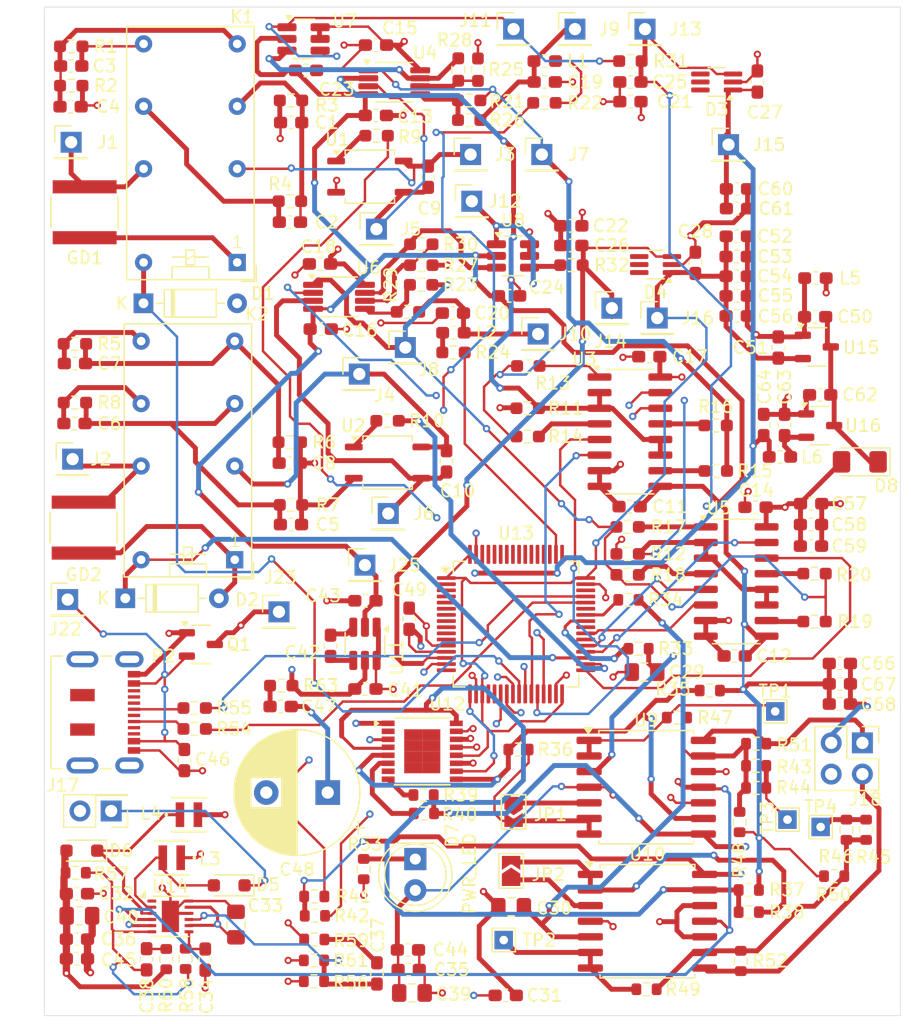
<source format=kicad_pcb>
(kicad_pcb (version 20240108) (generator "pcbnew") (generator_version "8.0")
  (layers (0 "F.Cu" signal) (1 "In1.Cu" signal) (2 "In2.Cu" signal) (31 "B.Cu" signal) (34 "B.Paste" user) (35 "F.Paste" user) (36 "B.SilkS" user "B.Silkscreen") (37 "F.SilkS" user "F.Silkscreen") (38 "B.Mask" user) (39 "F.Mask" user) (44 "Edge.Cuts" user))
  (net 0 "")
  (net 1 "GND")
  (net 2 "Net-(C1-Pad2)")
  (net 3 "Net-(C2-Pad2)")
  (net 4 "Net-(C3-Pad2)")
  (net 5 "Net-(C3-Pad1)")
  (net 6 "Net-(C5-Pad2)")
  (net 7 "Net-(C6-Pad2)")
  (net 8 "Net-(C7-Pad2)")
  (net 9 "Net-(C7-Pad1)")
  (net 10 "Net-(J5-Pin_1)")
  (net 11 "Net-(J3-Pin_1)")
  (net 12 "Net-(J6-Pin_1)")
  (net 13 "Net-(J4-Pin_1)")
  (net 14 "-5V")
  (net 15 "+5V")
  (net 16 "Net-(J9-Pin_1)")
  (net 17 "Net-(J10-Pin_1)")
  (net 18 "+3.3V")
  (net 19 "Net-(U9A-+)")
  (net 20 "Net-(U10B-+)")
  (net 21 "Net-(U14-Vref)")
  (net 22 "Net-(C37-Pad1)")
  (net 23 "Net-(U14-Vfb1)")
  (net 24 "Net-(U14-Vfb2)")
  (net 25 "Net-(C38-Pad1)")
  (net 26 "Net-(U11-C+)")
  (net 27 "Net-(U11-C-)")
  (net 28 "Net-(J22-Pin_1)")
  (net 29 "Net-(C47-Pad1)")
  (net 30 "Net-(D5-A)")
  (net 31 "Net-(D6-K)")
  (net 32 "Net-(J1-Pin_1)")
  (net 33 "Net-(J2-Pin_1)")
  (net 34 "Net-(J7-Pin_1)")
  (net 35 "Net-(J8-Pin_1)")
  (net 36 "Net-(J11-Pin_1)")
  (net 37 "Net-(J12-Pin_1)")
  (net 38 "/AWG_FrontEnd/C0_OUT_GO")
  (net 39 "/AWG_FrontEnd/C1_OUT_GO")
  (net 40 "Net-(JP1-B)")
  (net 41 "/AWG_FrontEnd/C0_IN")
  (net 42 "Net-(JP2-B)")
  (net 43 "/AWG_FrontEnd/C1_IN")
  (net 44 "Net-(L1-Pad1)")
  (net 45 "Net-(L2-Pad1)")
  (net 47 "USB_DP")
  (net 50 "USB_DM")
  (net 54 "Net-(R9-Pad1)")
  (net 55 "Net-(R10-Pad1)")
  (net 56 "Net-(U3-1Y)")
  (net 57 "Net-(U5-1Y)")
  (net 58 "Net-(U3-1Z)")
  (net 59 "Net-(U3-2Z)")
  (net 60 "Net-(U3-3Z)")
  (net 61 "Net-(U3-4Z)")
  (net 62 "Net-(U5-1Z)")
  (net 63 "Net-(U5-2Z)")
  (net 64 "Net-(U5-3Z)")
  (net 65 "Net-(U5-4Z)")
  (net 66 "Net-(U4-+IN_B)")
  (net 67 "TIM2_CH2")
  (net 68 "Net-(U6-+IN_B)")
  (net 69 "TIM2_CH1")
  (net 70 "Net-(U4--IN_B)")
  (net 71 "Net-(U6--IN_B)")
  (net 72 "Net-(U4-OUT_B)")
  (net 73 "Net-(U6-OUT_B)")
  (net 74 "TIM1_CH1")
  (net 75 "TIM1_CH2")
  (net 76 "/AWG_FrontEnd/C0_FB")
  (net 77 "/AWG_FrontEnd/C1_FB")
  (net 78 "Net-(U12B-D2)")
  (net 79 "/AWG_FrontEnd/C0_OUT_G")
  (net 80 "Net-(U12B-D4)")
  (net 81 "Net-(U12A-D1)")
  (net 82 "/AWG_FrontEnd/C1_OUT_G")
  (net 83 "Net-(U12A-D3)")
  (net 84 "Net-(U9D--)")
  (net 85 "Net-(U10C--)")
  (net 86 "/AWG_FrontEnd/C0_V_OFF")
  (net 87 "/AWG_FrontEnd/C1_V_OFF")
  (net 88 "Net-(U13-PA11)")
  (net 89 "Net-(U13-PA12)")
  (net 90 "amp2-5")
  (net 91 "amp2-2.5")
  (net 92 "amp2-10")
  (net 93 "amp2-1")
  (net 94 "amp1-2.5")
  (net 95 "amp1-1")
  (net 96 "amp1-10")
  (net 97 "amp1-5")
  (net 100 "GAIN_C0")
  (net 101 "GAIN_C1")
  (net 104 "GNDA")
  (net 111 "DAC2")
  (net 114 "DAC1")
  (net 115 "ADC2")
  (net 120 "RCC_OSC32_IN")
  (net 121 "RCC_OSC32_OUT")
  (net 124 "CH0_attenuate")
  (net 126 "ADC1")
  (net 127 "VDDA")
  (net 128 "RCC_OSC_IN")
  (net 129 "CH1_attenuate")
  (net 133 "RCC_OSC_OUT")
  (net 136 "Net-(D8-K)")
  (net 137 "CH0 ACDC")
  (net 138 "Net-(U16-VO)")
  (net 141 "CH1 ACDC")
  (net 144 "Net-(D7-K)")
  (net 145 "+12VA")
  (net 146 "-12VA")
  (footprint "Resistor_SMD:R_0603_1608Metric_Pad0.98x0.95mm_HandSolder" (layer "F.Cu") (at 131.6425 66.05 180)
    (property "Reference" "R4")
    (property "Value" "200k")
  )
  (footprint "Capacitor_SMD:C_0603_1608Metric_Pad1.08x0.95mm_HandSolder" (layer "F.Cu") (at 174.4 75.45 180)
    (property "Reference" "C50")
    (property "Value" "270n")
  )
  (footprint "Resistor_SMD:R_0603_1608Metric" (layer "F.Cu") (at 169 123.875 180)
    (property "Reference" "R38")
    (property "Value" "3K3")
  )
  (footprint "Package_SO:SOIC-14W_7.5x9mm_P1.27mm" (layer "F.Cu") (at 160.75 124.615)
    (property "Reference" "U10")
    (property "Value" "Opamp_Quad")
  )
  (footprint "Package_DFN_QFN:ST_UFDFPN-12-1EP_3x3mm_P0.5mm_EP1.4x2.55mm" (layer "F.Cu") (at 121.9125 124.225)
    (property "Reference" "U14")
    (property "Value" "r1283")
  )
  (footprint "Resistor_SMD:R_0603_1608Metric" (layer "F.Cu") (at 169.6 113.775 180)
    (property "Reference" "R44")
    (property "Value" "10K")
  )
  (footprint "Capacitor_SMD:C_0805_2012Metric_Pad1.18x1.45mm_HandSolder" (layer "F.Cu") (at 141.575 130.45)
    (property "Reference" "C39")
    (property "Value" "10u")
  )
  (footprint "Resistor_SMD:R_0603_1608Metric_Pad0.98x0.95mm_HandSolder" (layer "F.Cu") (at 146.95 55.35 90)
    (property "Reference" "R25")
    (property "Value" "2K")
  )
  (footprint "Capacitor_SMD:C_0603_1608Metric_Pad1.08x0.95mm_HandSolder" (layer "F.Cu") (at 169.7 56.3125 90)
    (property "Reference" "C27")
    (property "Value" "100n")
  )
  (footprint "Capacitor_SMD:C_0603_1608Metric_Pad1.08x0.95mm_HandSolder" (layer "F.Cu") (at 137.7875 98.55 180)
    (property "Reference" "C43")
    (property "Value" "10u")
  )
  (footprint "Package_SO:SOIC-14W_7.5x9mm_P1.27mm" (layer "F.Cu") (at 160.65 113.715)
    (property "Reference" "U9")
    (property "Value" "Opamp_Quad")
  )
  (footprint "Capacitor_SMD:C_0603_1608Metric_Pad1.08x0.95mm_HandSolder" (layer "F.Cu") (at 131.72875 92.35 180)
    (property "Reference" "C5")
    (property "Value" "200p")
  )
  (footprint "Package_TO_SOT_SMD:SOT-23-6_Handsoldering" (layer "F.Cu") (at 149.8 70.5)
    (property "Reference" "U8")
    (property "Value" "OPA863")
  )
  (footprint "Capacitor_SMD:C_0603_1608Metric_Pad1.08x0.95mm_HandSolder" (layer "F.Cu") (at 142.9 64.0575 -90)
    (property "Reference" "C9")
    (property "Value" "47n")
  )
  (footprint "Connector_PinHeader_2.54mm:PinHeader_1x01_P2.54mm_Vertical" (layer "F.Cu") (at 138.6875 68.32)
    (property "Reference" "J5")
    (property "Value" "T_acdc")
  )
  (footprint "Resistor_SMD:R_0603_1608Metric" (layer "F.Cu") (at 175.95 120.95 180)
    (property "Reference" "R50")
    (property "Value" "10K")
  )
  (footprint "footprints:IND_TAIYO_NRH2410_TAY" (layer "F.Cu") (at 122.01975 119.45 180)
    (property "Reference" "L3")
    (property "Value" "4.7u")
  )
  (footprint "Resistor_SMD:R_0603_1608Metric" (layer "F.Cu") (at 133.675 124.175)
    (property "Reference" "R42")
    (property "Value" "10K")
  )
  (footprint "Capacitor_SMD:C_0603_1608Metric_Pad1.08x0.95mm_HandSolder" (layer "F.Cu") (at 176.4125 106.95)
    (property "Reference" "C68")
    (property "Value" "100n")
  )
  (footprint "Inductor_SMD:L_0603_1608Metric_Pad1.05x0.95mm_HandSolder" (layer "F.Cu") (at 174.425 72.3)
    (property "Reference" "L5")
    (property "Value" "47u")
  )
  (footprint "TestPoint:TestPoint_THTPad_1.5x1.5mm_Drill0.7mm" (layer "F.Cu") (at 174.85 116.95)
    (property "Reference" "TP4")
    (property "Value" "TestPoint")
  )
  (footprint "Resistor_SMD:R_0603_1608Metric_Pad0.98x0.95mm_HandSolder" (layer "F.Cu") (at 139.59125 83.91)
    (property "Reference" "R10")
    (property "Value" "240")
  )
  (footprint "Jumper:SolderJumper-2_P1.3mm_Open_TrianglePad1.0x1.5mm" (layer "F.Cu") (at 149.85 115.725 -90)
    (property "Reference" "JP1")
    (property "Value" "SJ")
  )
  (footprint "Capacitor_SMD:C_0603_1608Metric_Pad1.08x0.95mm_HandSolder" (layer "F.Cu") (at 141.35 100.0125 90)
    (property "Reference" "C49")
    (property "Value" "100n")
  )
  (footprint "Connector_PinHeader_2.54mm:PinHeader_1x01_P2.54mm_Vertical" (layer "F.Cu") (at 139.65 91.45)
    (property "Reference" "J6")
    (property "Value" "T_acdc")
  )
  (footprint "Resistor_SMD:R_0603_1608Metric_Pad0.98x0.95mm_HandSolder" (layer "F.Cu") (at 159.1375 96.44 180)
    (property "Reference" "R18")
    (property "Value" "1.5K")
  )
  (footprint "Capacitor_SMD:C_0603_1608Metric_Pad1.08x0.95mm_HandSolder" (layer "F.Cu") (at 113.8375 55.05 180)
    (property "Reference" "C3")
    (property "Value" "68p")
  )
  (footprint "Resistor_SMD:R_0603_1608Metric_Pad0.98x0.95mm_HandSolder" (layer "F.Cu") (at 146.2375 59.45 180)
    (property "Reference" "R26")
    (property "Value" "2K")
  )
  (footprint "Resistor_SMD:R_0603_1608Metric_Pad0.98x0.95mm_HandSolder" (layer "F.Cu") (at 146.2375 57.85 180)
    (property "Reference" "R21")
    (property "Value" "1K")
  )
  (footprint "Diode_THT:D_DO-35_SOD27_P7.62mm_Horizontal" (layer "F.Cu") (at 119.72 74.35)
    (property "Reference" "D1")
    (property "Value" "1N4148")
  )
  (footprint "Connector_PinHeader_2.54mm:PinHeader_1x01_P2.54mm_Vertical" (layer "F.Cu") (at 146.35 62.25)
    (property "Reference" "J3")
    (property "Value" "T_att")
  )
  (footprint "Connector_PinHeader_2.54mm:PinHeader_1x01_P2.54mm_Vertical" (layer "F.Cu") (at 157.85 74.75)
    (property "Reference" "J14")
    (property "Value" "ADC1")
  )
  (footprint "Diode_SMD:D_1206_3216Metric_Pad1.42x1.75mm_HandSolder" (layer "F.Cu") (at 178.0375 87.25 180)
    (property "Reference" "D8")
    (property "Value" "D_Schottky")
  )
  (footprint "Resistor_SMD:R_0603_1608Metric_Pad0.98x0.95mm_HandSolder" (layer "F.Cu") (at 131.62875 85.65 180)
    (property "Reference" "R6")
    (property "Value" "68K")
  )
  (footprint "Capacitor_SMD:C_0603_1608Metric_Pad1.08x0.95mm_HandSolder" (layer "F.Cu") (at 131.6425 67.75 180)
    (property "Reference" "C2")
    (property "Value" "820p")
  )
  (footprint "Package_SO:SOIC-16_3.9x9.9mm_P1.27mm" (layer "F.Cu") (at 159.325 84.795)
    (property "Reference" "U3")
    (property "Value" "CD74HC4316M96")
  )
  (footprint "Resistor_SMD:R_0603_1608Metric" (layer "F.Cu") (at 168.35 127.85 -90)
    (property "Reference" "R52")
    (property "Value" "10K")
  )
  (footprint "Resistor_SMD:R_0603_1608Metric_Pad0.98x0.95mm_HandSolder" (layer "F.Cu") (at 144.9625 78.35 180)
    (property "Reference" "R24")
    (property "Value" "6.2")
  )
  (footprint "Capacitor_SMD:C_0603_1608Metric_Pad1.08x0.95mm_HandSolder" (layer "F.Cu") (at 134.15 76.45)
    (property "Reference" "C16")
    (property "Value" "100n")
  )
  (footprint "Resistor_SMD:R_0603_1608Metric_Pad0.98x0.95mm_HandSolder" (layer "F.Cu") (at 159.3625 54.65)
    (property "Reference" "R31")
    (property "Value" "100")
  )
  (footprint "Capacitor_SMD:C_0603_1608Metric_Pad1.08x0.95mm_HandSolder" (layer "F.Cu") (at 167.85 103.04 180)
    (property "Reference" "C12")
    (property "Value" "100n")
  )
  (footprint "Capacitor_SMD:C_0603_1608Metric_Pad1.08x0.95mm_HandSolder" (layer "F.Cu") (at 168.025 68.9)
    (property "Reference" "C52")
    (property "Value" "100n")
  )
  (footprint "Diode_SMD:D_SOD-323_HandSoldering" (layer "F.Cu") (at 114.7025 118.875 180)
    (property "Reference" "D6")
    (property "Value" "NSR0530")
  )
  (footprint "Capacitor_SMD:C_0603_1608Metric_Pad1.08x0.95mm_HandSolder" (layer "F.Cu") (at 170.2125 84.25 90)
    (property "Reference" "C64")
    (property "Value" "270n")
  )
  (footprint "Resistor_SMD:R_0603_1608Metric_Pad0.98x0.95mm_HandSolder" (layer "F.Cu") (at 152.3625 58.05)
    (property "Reference" "R22")
    (property "Value" "6.2")
  )
  (footprint "Capacitor_SMD:C_0603_1608Metric_Pad1.08x0.95mm_HandSolder" (layer "F.Cu") (at 124.75 127.7375 -90)
    (property "Reference" "C34")
    (property "Value" "100n")
  )
  (footprint "Package_SO:VSSOP-8_3x3mm_P0.65mm" (layer "F.Cu") (at 135.6375 73.825)
    (property "Reference" "U6")
    (property "Value" "LMP7718")
  )
  (footprint "Capacitor_SMD:C_0603_1608Metric_Pad1.08x0.95mm_HandSolder" (layer "F.Cu") (at 168.0125 72.15)
    (property "Reference" "C54")
    (property "Value" "100n")
  )
  (footprint "Capacitor_SMD:C_0603_1608Metric_Pad1.08x0.95mm_HandSolder" (layer "F.Cu") (at 141.3125 128.55)
    (property "Reference" "C35")
    (property "Value" "100n")
  )
  (footprint "Relay_THT:Relay_DPDT_Omron_G5V-2" (layer "F.Cu") (at 127.35 71.03 180)
    (property "Reference" "K1")
    (property "Value" "G5V-2")
  )
  (footprint "Resistor_SMD:R_0603_1608Metric_Pad0.98x0.95mm_HandSolder" (layer "F.Cu") (at 151.05 79.45 180)
    (property "Reference" "R13")
    (property "Value" "6.2")
  )
  (footprint "Resistor_SMD:R_0603_1608Metric_Pad0.98x0.95mm_HandSolder" (layer "F.Cu") (at 141.25 75.05 180)
    (property "Reference" "R29")
    (property "Value" "2K")
  )
  (footprint "Capacitor_SMD:C_0603_1608Metric_Pad1.08x0.95mm_HandSolder" (layer "F.Cu") (at 134.95 102.2125 -90)
    (property "Reference" "C42")
    (property "Value" "1u")
  )
  (footprint "Capacitor_SMD:C_0603_1608Metric_Pad1.08x0.95mm_HandSolder" (layer "F.Cu") (at 114.3025 126.075 180)
    (property "Reference" "C36")
    (property "Value" "100n")
  )
  (footprint "Resistor_SMD:R_0603_1608Metric" (layer "F.Cu") (at 137.65 120.375 -90)
    (property "Reference" "R53")
    (property "Value" "1K")
  )
  (footprint "Capacitor_SMD:C_0603_1608Metric_Pad1.08x0.95mm_HandSolder" (layer "F.Cu") (at 131.7425 59.65)
    (property "Reference" "C1")
    (property "Value" "200p")
  )
  (footprint "Capacitor_SMD:C_0603_1608Metric_Pad1.08x0.95mm_HandSolder" (layer "F.Cu") (at 159.3 90.89 180)
    (property "Reference" "C11")
    (property "Value" "100n")
  )
  (footprint "Resistor_SMD:R_0603_1608Metric" (layer "F.Cu") (at 169 122.075 180)
    (property "Reference" "R37")
    (property "Value" "10K")
  )
  (footprint "Connector_PinHeader_2.54mm:PinHeader_1x01_P2.54mm_Vertical" (layer "F.Cu") (at 160.55 52.05)
    (property "Reference" "J13")
    (property "Value" "ADC2")
  )
  (footprint "TestPoint:TestPoint_THTPad_1.5x1.5mm_Drill0.7mm" (layer "F.Cu") (at 171.15 107.55)
    (property "Reference" "TP1")
    (property "Value" "TestPoint")
  )
  (footprint "Capacitor_SMD:C_0603_1608Metric_Pad1.08x0.95mm_HandSolder" (layer "F.Cu") (at 174.075 90.65)
    (property "Reference" "C57")
    (property "Value" "100n")
  )
  (footprint "Package_SO:VSSOP-8_3x3mm_P0.65mm" (layer "F.Cu") (at 140.1375 56.375)
    (property "Reference" "U4")
    (property "Value" "LMP7718")
  )
  (footprint "Resistor_SMD:R_0603_1608Metric" (layer "F.Cu") (at 123.15 127.675 90)
    (property "Reference" "R58")
    (property "Value" "10K")
  )
  (footprint "Capacitor_SMD:C_0603_1608Metric_Pad1.08x0.95mm_HandSolder" (layer "F.Cu") (at 169.55 90.94 180)
    (property "Reference" "C14")
    (property "Value" "100n")
  )
  (footprint "footprints:GDT_SH_LTF" (layer "F.Cu") (at 114.93 66.95 -90)
    (property "Reference" "GD1")
    (property "Value" "GDT_SH90")
  )
  (footprint "Capacitor_SMD:C_0603_1608Metric_Pad1.08x0.95mm_HandSolder" (layer "F.Cu") (at 114.1 84.13 180)
    (property "Reference" "C6")
    (property "Value" "820p")
  )
  (footprint "Resistor_SMD:R_0603_1608Metric_Pad0.98x0.95mm_HandSolder" (layer "F.Cu") (at 131.73 57.85)
    (property "Reference" "R3")
    (property "Value" "820K")
  )
  (footprint "Resistor_SMD:R_0603_1608Metric" (layer "F.Cu") (at 168.25 116.55 -90)
    (property "Reference" "R48")
    (property "Value" "10K")
  )
  (footprint "Capacitor_SMD:C_0805_2012Metric_Pad1.18x1.45mm_HandSolder" (layer "F.Cu") (at 114.5025 124.175 180)
    (property "Reference" "C40")
    (property "Value" "10u")
  )
  (footprint "Resistor_SMD:R_0603_1608Metric_Pad0.98x0.95mm_HandSolder" (layer "F.Cu") (at 154.5625 71.25)
    (property "Reference" "R32")
    (property "Value" "100")
  )
  (footprint "Capacitor_SMD:C_0603_1608Metric_Pad1.08x0.95mm_HandSolder" (layer "F.Cu") (at 168.0125 75.38)
    (property "Reference" "C56")
    (property "Value" "100n")
  )
  (footprint "Package_TO_SOT_SMD:SOT-23-3" (layer "F.Cu") (at 174.5375 77.9)
    (property "Reference" "U15")
    (property "Value" "XC6206PxxxMR")
  )
  (footprint "Resistor_SMD:R_0603_1608Metric_Pad0.98x0.95mm_HandSolder" (layer "F.Cu") (at 142.325 72.85 180)
    (property "Reference" "R23")
    (property "Value" "1K")
  )
  (footprint "Resistor_SMD:R_0603_1608Metric" (layer "F.Cu") (at 159.2 98.475)
    (property "Reference" "R34")
    (property "Value" "10K")
  )
  (footprint "Package_TO_SOT_SMD:SOT-23-3" (layer "F.Cu") (at 124.3875 102.1)
    (property "Reference" "Q1")
    (property "Value" "IRLML6402TRPBF")
  )
  (footprint "Package_TO_SOT_SMD:SOT-363_SC-70-6_Handsoldering" (layer "F.Cu") (at 161.4125 71.2 180)
    (property "Reference" "D4")
    (property "Value" "BAV199DW")
  )
  (footprint "Capacitor_SMD:C_0603_1608Metric_Pad1.08x0.95mm_HandSolder" (layer "F.Cu") (at 159.3625 56.35 180)
    (property "Reference" "C25")
    (property "Value" "160p")
  )
  (footprint "Capacitor_SMD:C_0603_1608Metric_Pad1.08x0.95mm_HandSolder" (layer "F.Cu") (at 132.95 55.41)
    (property "Reference" "C23")
    (property "Value" "100n")
  )
  (footprint "footprints:IND_TAIYO_NRH2410_TAY" (layer "F.Cu") (at 123.41975 115.95)
    (property "Reference" "L4")
    (property "Value" "4.7u")
  )
  (footprint "Capacitor_SMD:C_0603_1608Metric_Pad1.08x0.95mm_HandSolder" (layer "F.Cu") (at 144.9125 75.15 180)
    (property "Reference" "C20")
    (property "Value" "1u")
  )
  (footprint "Resistor_SMD:R_0603_1608Metric_Pad0.98x0.95mm_HandSolder" (layer "F.Cu") (at 113.8375 53.45)
    (property "Reference" "R1")
    (property "Value" "820K")
  )
  (footprint "Package_SO:SOP-4_3.8x4.1mm_P2.54mm" (layer "F.Cu") (at 139.59125 87.31)
    (property "Reference" "U2")
    (property "Value" "AQY284SX")
  )
  (footprint "Connector_USB:USB_C_Receptacle_JAE_DX07S016JA1R1500" (layer "F.Cu") (at 115.9 107.625 -90)
    (property "Reference" "P2")
    (property "Value" "USB_C_Plug_USB2.0")
  )
  (footprint "Resistor_SMD:R_0603_1608Metric" (layer "F.Cu") (at 169.6 111.975)
    (property "Reference" "R43")
    (property "Value" "10K")
  )
  (footprint "Package_TO_SOT_SMD:SOT-23-6_Handsoldering" (layer "F.Cu") (at 137.75 102.05 -90)
    (property "Reference" "U11")
    (property "Value" "LTC1983ES6-5#TRPBF")
  )
  (footprint "Connector_PinHeader_2.54mm:PinHeader_1x01_P2.54mm_Vertical" (layer "F.Cu") (at 113.95 87.03)
    (property "Reference" "J2")
    (property "Value" "Chanel 0 input")
  )
  (footprint "Resistor_SMD:R_0603_1608Metric" (layer "F.Cu") (at 142.55 115.85)
    (property "Reference" "R40")
    (property "Value" "10K")
  )
  (footprint "Resistor_SMD:R_0603_1608Metric" (layer "F.Cu") (at 114.2025 120.675)
    (property "Reference" "R57")
    (property "Value" "100k")
  )
  (footprint "Resistor_SMD:R_0603_1608Metric_Pad0.98x0.95mm_HandSolder" (layer "F.Cu") (at 151 85.19 180)
    (property "Reference" "R14")
    (property "Value" "1.5K")
  )
  (footprint "Capacitor_SMD:C_0603_1608Metric_Pad1.08x0.95mm_HandSolder" (layer "F.Cu") (at 174.0625 94.1)
    (property "Reference" "C59")
    (property "Value" "100n")
  )
  (footprint "Resistor_SMD:R_0603_1608Metric_Pad0.98x0.95mm_HandSolder" (layer "F.Cu") (at 174.35 100.24)
    (property "Reference" "R19")
    (property "Value" "3.9K")
  )
  (footprint "Capacitor_SMD:C_0603_1608Metric_Pad1.08x0.95mm_HandSolder" (layer "F.Cu") (at 176.4125 105.31)
    (property "Reference" "C67")
    (property "Value" "100n")
  )
  (footprint "Resistor_SMD:R_0603_1608Metric" (layer "F.Cu") (at 133.6 129.5)
    (property "Reference" "R56")
    (property "Value" "110k")
  )
  (footprint "Resistor_SMD:R_0603_1608Metric_Pad0.98x0.95mm_HandSolder" (layer "F.Cu") (at 142.3375 69.55 180)
    (property "Reference" "R30")
    (property "Value" "1K")
  )
  (footprint "Capacitor_SMD:C_0603_1608Metric_Pad1.08x0.95mm_HandSolder" (layer "F.Cu") (at 137.7875 105.725 180)
    (property "Reference" "C41")
    (property "Value" "10u")
  )
  (footprint "Capacitor_SMD:C_0603_1608Metric_Pad1.08x0.95mm_HandSolder" (layer "F.Cu") (at 149.2125 130.65 180)
    (property "Reference" "C31")
    (property "Value" "100n")
  )
  (footprint "Package_QFP:LQFP-64_10x10mm_P0.5mm" (layer "F.Cu") (at 150.05 100.45)
    (property "Reference" "U13")
    (property "Value" "STM32H562RGTx")
  )
  (footprint "Resistor_SMD:R_0603_1608Metric" (layer "F.Cu") (at 176.95 117.175 -90)
    (property "Reference" "R46")
    (property "Value" "10K")
  )
  (footprint "Capacitor_SMD:C_0805_2012Metric_Pad1.18x1.45mm_HandSolder" (layer "F.Cu") (at 149.65 123.45 180)
    (property "Reference" "C30")
    (property "Value" "10u")
  )
  (footprint "Jumper:SolderJumper-2_P1.3mm_Open_TrianglePad1.0x1.5mm" (layer "F.Cu") (at 149.65 120.525 90)
    (property "Reference" "JP2")
    (property "Value" "SJ")
  )
  (footprint "Capacitor_SMD:C_0603_1608Metric_Pad1.08x0.95mm_HandSolder" (layer "F.Cu") (at 130.8875 107.15)
    (property "Reference" "C47")
    (property "Value" "1.5u")
  )
  (footprint "Connector_PinHeader_2.54mm:PinHeader_1x01_P2.54mm_Vertical" (layer "F.Cu") (at 141.0375 77.95)
    (property "Reference" "J8")
    (property "Value" "T_amp")
  )
  (footprint "Connector_PinHeader_2.54mm:PinHeader_2x01_P2.54mm_Vertical" (layer "F.Cu") (at 117.09 115.65 180)
    (property "Reference" "J17")
    (property "Value" "2x01")
  )
  (footprint "Resistor_SMD:R_0603_1608Metric" (layer "F.Cu") (at 133.625 122.6 180)
    (property "Reference" "R41")
    (property "Value" "1K")
  )
  (footprint "Connector_PinHeader_2.54mm:PinHeader_1x01_P2.54mm_Vertical" (layer "F.Cu") (at 113.83 61.25)
    (property "Reference" "J1")
    (property "Value" "Chanel 1 input")
  )
  (footprint "Capacitor_SMD:C_0603_1608Metric_Pad1.08x0.95mm_HandSolder" (layer "F.Cu") (at 154.55 68.05)
    (property "Reference" "C22")
    (property "Value" "100n")
  )
  (footprint "LED_THT:LED_D5.0mm" (layer "F.Cu") (at 141.85 119.56 -90)
    (property "Reference" "D7")
    (property "Value" "LED")
  )
  (footprint "Resistor_SMD:R_0603_1608Metric" (layer "F.Cu") (at 178.55 117.175 -90)
    (property "Reference" "R45")
    (property "Value" "10K")
  )
  (footprint "Resistor_SMD:R_0603_1608Metric" (layer "F.Cu") (at 121.575 127.7 90)
    (property "Reference" "R60")
    (property "Value" "1K")
  )
  (footprint "Connector_PinHeader_2.54mm:PinHeader_1x01_P2.54mm_Vertical" (layer "F.Cu") (at 137.75 95.65)
    (property "Reference" "J25")
    (property "Value" "T_N5V")
  )
  (footprint "Capacitor_SMD:C_0603_1608Metric_Pad1.08x0.95mm_HandSolder" (layer "F.Cu") (at 171.4 77.95 90)
    (property "Reference" "C51")
    (property "Value" "270n")
  )
  (footprint "Capacitor_SMD:C_0603_1608Metric_Pad1.08x0.95mm_HandSolder" (layer "F.Cu") (at 138.65 53.35 180)
    (property "Reference" "C15")
    (property "Value" "100n")
  )
  (footprint "Resistor_SMD:R_0603_1608Metric_Pad0.98x0.95mm_HandSolder" (layer "F.Cu") (at 130.9375 105.45)
    (property "Reference" "R63")
    (property "Value" "27k")
  )
  (footprint "Capacitor_SMD:C_0603_1608Metric_Pad1.08x0.95mm_HandSolder" (layer "F.Cu") (at 134.0875 71.15 180)
    (property "Reference" "C18")
    (property "Value" "100n")
  )
  (footprint "Resistor_SMD:R_0603_1608Metric" (layer "F.Cu") (at 150.25 110.65 180)
    (property "Reference" "R36")
    (property "Value" "3K3")
  )
  (footprint "Resistor_SMD:R_0603_1608Metric_Pad0.98x0.95mm_HandSolder" (layer "F.Cu") (at 159.1375 94.74)
    (property "Reference" "R12")
    (property "Value" "1K")
  )
  (footprint "Connector_PinHeader_2.54mm:PinHeader_1x01_P2.54mm_Vertical" (layer "F.Cu") (at 146.45 66.05)
    (property "Reference" "J12")
    (property "Value" "T_buf")
  )
  (footprint "Resistor_SMD:R_0603_1608Metric_Pad0.98x0.95mm_HandSolder" (layer "F.Cu") (at 142.3375 71.25)
    (property "Reference" "R27")
    (property "Value" "2K")
  )
  (footprint "Inductor_SMD:L_0603_1608Metric_Pad1.05x0.95mm_HandSolder" (layer "F.Cu") (at 152.3875 54.65 180)
    (property "Reference" "L1")
    (property "Value" "10u")
  )
  (footprint "Connector_PinHeader_2.54mm:PinHeader_1x01_P2.54mm_Vertical" (layer "F.Cu") (at 154.85 52.05)
    (property "Reference" "J9")
    (property "Value" "T_pwm")
  )
  (footprint "Resistor_SMD:R_0603_1608Metric_Pad0.98x0.95mm_HandSolder" (layer "F.Cu") (at 159.1375 92.54 180)
    (property "Reference" "R17")
    (property "Value" "6.2")
  )
  (footprint "Connector_PinHeader_2.54mm:PinHeader_1x01_P2.54mm_Vertical" (layer "F.Cu") (at 149.85 52.05)
    (property "Reference" "J11")
    (property "Value" "T_buf")
  )
  (footprint "Resistor_SMD:R_0603_1608Metric_Pad0.98x0.95mm_HandSolder" (layer "F.Cu") (at 166.3125 87.99)
    (property "Reference" "R15")
    (property "Value" "3.9K")
  )
  (footprint "Package_SO:TSSOP-16-1EP_4.4x5mm_P0.65mm" (layer "F.Cu") (at 142.415 110.7925)
    (property "Reference" "U12")
    (property "Value" "DG403")
  )
  (footprint "Resistor_SMD:R_0603_1608Metric_Pad0.98x0.95mm_HandSolder" (layer "F.Cu") (at 174.35 96.34)
    (property "Reference" "R20")
    (property "Value" "9.1K")
  )
  (footprint "Connector_PinHeader_2.54mm:PinHeader_1x01_P2.54mm_Vertical" (layer "F.Cu") (at 161.55 75.55)
    (property "Reference" "J16")
    (property "Value" "+3.3 V")
  )
  (footprint "Inductor_SMD:L_0603_1608Metric_Pad1.05x0.95mm_HandSolder" (layer "F.Cu") (at 171.5375 86.85 180)
    (property "Reference" "L6")
    (property "Value" "47u")
  )
  (footprint "Resistor_SMD:R_0603_1608Metric_Pad0.98x0.95mm_HandSolder" (layer "F.Cu") (at 145.35 55.3375 90)
    (property "Reference" "R28")
    (property "Value" "1K")
  )
  (footprint "Resistor_SMD:R_0603_1608Metric" (layer "F.Cu") (at 160.675 130.15)
    (property "Reference" "R49")
    (property "Value" "3K3")
  )
  (footprint "Capacitor_SMD:C_0603_1608Metric_Pad1.08x0.95mm_HandSolder" (layer "F.Cu") (at 114.1375 79.25)
    (property "Reference" "C7")
    (property "Value" "68p")
  )
  (footprint "Capacitor_SMD:C_0603_1608Metric_Pad1.08x0.95mm_HandSolder" (layer "F.Cu") (at 119.975 127.7125 -90)
    (property "Reference" "C38")
    (property "Value" "120p")
  )
  (footprint "Capacitor_SMD:C_0603_1608Metric_Pad1.08x0.95mm_HandSolder" (layer "F.Cu") (at 168.0125 70.55)
    (property "Reference" "C53")
    (property "Value" "100n")
  )
  (footprint "Resistor_SMD:R_0603_1608Metric_Pad0.98x0.95mm_HandSolder" (layer "F.Cu") (at 151 82.89)
    (property "Reference" "R11")
    (property "Value" "1K")
  )
  (footprint "Package_TO_SOT_SMD:SOT-23-3" (layer "F.Cu") (at 174.8125 84.3)
    (property "Reference" "U16")
    (property "Value" "XC6206PxxxMR")
  )
  (footprint "Diode_THT:D_DO-35_SOD27_P7.62mm_Horizontal" (layer "F.Cu") (at 118.24 98.35)
    (property "Reference" "D2")
    (property "Value" "1N4148")
  )
  (footprint "Capacitor_SMD:C_0603_1608Metric_Pad1.08x0.95mm_HandSolder" (layer "F.Cu") (at 114.3025 127.675 180)
    (property "Reference" "C45")
    (property "Value" "100n")
  )
  (footprint "Capacitor_SMD:C_0603_1608Metric_Pad1.08x0.95mm_HandSolder" (layer "F.Cu") (at 131.62875 87.35)
    (property "Reference" "C8")
    (property "Value" "820p")
  )
  (footprint "Resistor_SMD:R_0603_1608Metric" (layer "F.Cu") (at 169.6 110.175)
    (property "Reference" "R51")
    (property "Value" "10K")
  )
  (footprint "Resistor_SMD:R_0603_1608Metric_Pad0.98x0.95mm_HandSolder" (layer "F.Cu") (at 138.7 60.72)
    (property "Reference" "R9")
    (property "Value" "240")
  )
  (footprint "Capacitor_SMD:C_0603_1608Metric_Pad1.08x0.95mm_HandSolder" (layer "F.Cu") (at 174.8125 81.8 180)
    (property "Reference" "C62")
    (property "Value" "270n")
  )
  (footprint "Capacitor_SMD:C_0603_1608Metric_Pad1.08x0.95mm_HandSolder" (layer "F.Cu") (at 168.0375 65.05)
    (property "Reference" "C60")
    (property "Value" "100n")
  )
  (footprint "Capacitor_SMD:C_0603_1608Metric_Pad1.08x0.95mm_HandSolder" (layer "F.Cu") (at 144.39125 87.21 -90)
    (property "Reference" "C10")
    (property "Value" "47n")
  )
  (footprint "Capacitor_THT:CP_Radial_D10.0mm_P5.00mm" (layer "F.Cu") (at 134.717677 114.15 180)
    (property "Reference" "C48")
    (property "Value" "1m")
  )
  (footprint "Capacitor_SMD:C_0603_1608Metric_Pad1.08x0.95mm_HandSolder" (layer "F.Cu") (at 171.9125 84.25 90)
    (property "Reference" "C63")
    (property "Value" "270n")
  )
  (footprint "TestPoint:TestPoint_THTPad_1.5x1.5mm_Drill0.7mm" (layer "F.Cu") (at 149.05 126.15 -90)
    (property "Reference" "TP2")
    (property "Value" "TestPoint")
  )
  (footprint "Connector_PinHeader_2.54mm:PinHeader_1x01_P2.54mm_Vertical" (layer "F.Cu") (at 151.85 76.85)
    (property "Reference" "J10")
    (property "Value" "T_pwm")
  )
  (footprint "Capacitor_SMD:C_0603_1608Metric_Pad1.08x0.95mm_HandSolder" (layer "F.Cu") (at 152.3875 56.35)
    (property "Reference" "C19")
    (property "Value" "1u")
  )
  (footprint "Resistor_SMD:R_0603_1608Metric" (layer "F.Cu") (at 133.625 126.1)
    (property "Reference" "R59")
    (property "Value" "1K")
  )
  (footprint "Diode_SMD:D_SOD-323_HandSoldering" (layer "F.Cu") (at 126.7 121.7 180)
    (property "Reference" "D5")
    (property "Value" "NSR0530")
  )
  (footprint "Connector_PinHeader_2.54mm:PinHeader_1x01_P2.54mm_Vertical" (layer "F.Cu") (at 130.75 99.45)
    (property "Reference" "J23")
    (property "Value" "T_P5V")
  )
  (footprint "Resistor_SMD:R_0603_1608Metric_Pad0.98x0.95mm_HandSolder" (layer "F.Cu") (at 113.8375 56.65 180)
    (property "Reference" "R2")
    (property "Value" "68K")
  )
  (footprint "Capacitor_SMD:C_0603_1608Metric_Pad1.08x0.95mm_HandSolder" (layer "F.Cu") (at 168.0125 73.75)
    (property "Reference" "C55")
    (property "Value" "100n")
  )
  (footprint "Resistor_SMD:R_0603_1608Metric_Pad0.98x0.95mm_HandSolder" (layer "F.Cu") (at 166.3 84.29)
    (property "Reference" "R16")
    (property "Value" "9.1K")
  )
  (footprint "Inductor_SMD:L_0603_1608Metric_Pad1.05x0.95mm_HandSolder" (layer "F.Cu") (at 144.95 76.75)
    (property "Reference" "L2")
    (property "Value" "10u")
  )
  (footprint "Resistor_SMD:R_0603_1608Metric" (layer "F.Cu") (at 160.025 102.45)
    (property "Reference" "R33")
    (property "Value" "10K")
  )
  (footprint "Capacitor_SMD:C_0603_1608Metric_Pad1.08x0.95mm_HandSolder" (layer "F.Cu") (at 176.4125 103.65)
    (property "Reference" "C66")
    (property "Value" "100n")
  )
  (footprint "Resistor_SMD:R_0603_1608Metric_Pad0.98x0.95mm_HandSolder" (layer "F.Cu") (at 114.1375 82.43 180)
    (property "Reference" "R8")
    (property "Value" "200k")
  )
  (footprint "Capacitor_SMD:C_0603_1608Metric_Pad1.08x0.95mm_HandSolder" (layer "F.Cu") (at 159.3625 57.95)
    (property "Reference" "C21")
    (property "Value" "100n")
  )
  (footprint "Connector_PinHeader_2.54mm:PinHeader_1x01_P2.54mm_Vertical" (layer "F.Cu") (at 137.29125 80.11)
    (property "Reference" "J4")
    (property "Value" "T_att")
  )
  (footprint "Capacitor_SMD:C_0603_1608Metric_Pad1.08x0.95mm_HandSolder" (layer "F.Cu") (at 160.9 78.69 180)
    (property "Reference" "C17")
    (property "Value" "100n")
  )
  (footprint "Connector_PinHeader_2.54mm:PinHeader_1x01_P2.54mm_Vertical" (layer "F.Cu") (at 152.15 62.25)
    (property "Reference" "J7")
    (property "Value" "T_amp")
  )
  (footprint "Capacitor_SMD:C_0603_1608Metric_Pad1.08x0.95mm_HandSolder" (layer "F.Cu") (at 113.7875 58.36)
    (property "Reference" "C4")
    (property "Value" "820p")
  )
  (footprint "Capacitor_SMD:C_0603_1608Metric_Pad1.08x0.95mm_HandSolder" (layer "F.Cu") (at 114.3025 122.375 180)
    (property "Reference" "C32")
    (property "Value" "100n")
  )
  (footprint "footprints:GDT_SH_LTF" (layer "F.Cu") (at 114.85 92.6001 -90)
    (property "Reference" "GD2")
    (property "Value" "GDT_SH90")
  )
  (footprint "Resistor_SMD:R_0603_1608Metric" (layer "F.Cu") (at 133.6 127.8)
    (property "Reference" "R61")
    (property "Value" "10K")
  )
  (footprint "Capacitor_SMD:C_0603_1608Metric_Pad1.08x0.95mm_HandSolder" (layer "F.Cu") (at 174.0625 92.35)
    (property "Reference" "C58")
    (property "Value" "100n")
  )
  (footprint "Resistor_SMD:R_0603_1608Metric" (layer "F.Cu") (at 163.15 108.05)
    (property "Reference" "R47")
    (property "Value" "3K3")
  )
  (footprint "Resistor_SMD:R_0603_1608Metric_Pad0.98x0.95mm_HandSolder" (layer "F.Cu") (at 114.1375 77.65 180)
    (property "Reference" "R5")
    (property "Value" "820K")
  )
  (footprint "Capacitor_SMD:C_0603_1608Metric_Pad1.08x0.95mm_HandSolder" (layer "F.Cu") (at 149.4875 73.75)
    (property "Reference" "C24")
    (property "Value" "100n")
  )
  (footprint "Resistor_SMD:R_0603_1608Metric_Pad0.98x0.95mm_HandSolder" (layer "F.Cu") (at 123.8875 107.275 180)
    (property "Reference" "R55")
    (property "Value" "22")
  )
  (footprint "Connector_PinHeader_2.54mm:PinHeader_2x02_P2.54mm_Vertical" (layer "F.Cu") (at 178.25 110.11 -90)
    (property "Reference" "J18")
    (property "Value" "02x02")
  )
  (footprint "Package_SO:SOP-4_3.8x4.1mm_P2.54mm" (layer "F.Cu") (at 138.15 64.05)
    (property "Reference" "U1")
    (property "Value" "AQY284SX")
  )
  (footprint "Capacitor_SMD:C_0603_1608Metric_Pad1.08x0.95mm_HandSolder" (layer "F.Cu") (at 141.25 126.95)
    (property "Reference" "C44")
    (property "Value" "100n")
  )
  (footprint "Capacitor_SMD:C_0805_2012Metric_Pad1.18x1.45mm_HandSolder" (layer "F.Cu") (at 160.5125 104.35 180)
    (property "Reference" "C29")
    (property "Value" "10u")
  )
  (footprint "Connector_PinHeader_2.54mm:PinHeader_1x01_P2.54mm_Vertical" (layer "F.Cu") (at 113.55 98.45)
    (property "Reference" "J22")
    (property "Value" "Conn_01x01")
  )
  (footprint "Capacitor_SMD:C_0603_1608Metric_Pad1.08x0.95mm_HandSolder" (layer "F.Cu") (at 168.0375 66.65)
    (property "Reference" "C61")
    (property "Value" "100n")
  )
  (footprint "Resistor_SMD:R_0603_1608Metric_Pad0.98x0.95mm_HandSolder" (layer "F.Cu") (at 123.8875 108.975 180)
    (property "Reference" "R54")
    (property "Value" "22")
  )
  (footprint "Relay_THT:Relay_DPDT_Omron_G5V-2" (layer "F.Cu") (at 127.15 95.21 180)
    (property "Reference" "K2")
    (property "Value" "G5V-2")
  )
  (footprint "Capacitor_SMD:C_0603_1608Metric_Pad1.08x0.95mm_HandSolder" (layer "F.Cu") (at 138.6375 59.075)
    (property "Reference" "C13")
    (property "Value" "100n")
  )
  (footprint "Package_TO_SOT_SMD:SOT-363_SC-70-6_Handsoldering" (layer "F.Cu") (at 166.3875 56.35 180)
    (property "Reference" "D3")
    (property "Value" "BAV199DW")
  )
  (footprint "Resistor_SMD:R_0603_1608Metric" (layer "F.Cu") (at 165.825 105.85 180)
    (property "Reference" "R35")
    (property "Value" "10K")
  )
  (footprint "Connector_PinHeader_2.54mm:PinHeader_1x01_P2.54mm_Vertical" (layer "F.Cu") (at 167.35 61.45)
    (property "Reference" "J15")
    (property "Value" "+3.3VA")
  )
  (footprint "Package_SO:SOIC-16_3.9x9.9mm_P1.27mm" (layer "F.Cu") (at 167.975 96.985)
    (property "Reference" "U5")
    (property "Value" "CD74HC4316M96")
  )
  (footprint "Capacitor_SMD:C_0603_1608Metric_Pad1.08x0.95mm_HandSolder" (layer "F.Cu") (at 138.725 128.8625 -90)
    (property "Reference" "C37")
    (property "Value" "120p")
  )
  (footprint "Capacitor_SMD:C_0603_1608Metric_Pad1.08x0.95mm_HandSolder" (layer "F.Cu") (at 164.65 71.0625 90)
    (property "Reference" "C28")
    (property "Value" "100n")
  )
  (footprint "Resistor_SMD:R_0603_1608Metric" (layer "F.Cu") (at 142.525 114.35)
    (property "Reference" "R39")
    (property "Value" "1K")
  )
  (footprint "Capacitor_SMD:C_0603_1608Metric_Pad1.08x0.95mm_HandSolder" (layer "F.Cu") (at 123.05 111.5125 -90)
    (property "Reference" "C46")
    (property "Value" "10u")
  )
  (footprint "Package_TO_SOT_SMD:SOT-23-6_Handsoldering" (layer "F.Cu") (at 132.75 52.85)
    (property "Reference" "U7")
    (property "Value" "OPA863")
  )
  (footprint "TestPoint:TestPoint_THTPad_1.5x1.5mm_Drill0.7mm" (layer "F.Cu") (at 172.15 116.35)
    (property "Reference" "TP3")
    (property "Value" "TestPoint")
  )
  (footprint "Capacitor_SMD:C_0603_1608Metric_Pad1.08x0.95mm_HandSolder" (layer "F.Cu") (at 154.55 69.65 180)
    (property "Reference" "C26")
    (property "Value" "160p")
  )
  (footprint "Resistor_SMD:R_0603_1608Metric_Pad0.98x0.95mm_HandSolder" (layer "F.Cu") (at 131.72875 90.75 180)
    (property "Reference" "R7")
    (property "Value" "820K")
  )
  (footprint "Capacitor_SMD:C_0805_2012Metric_Pad1.18x1.45mm_HandSolder" (layer "F.Cu") (at 127.25 124.8875 90)
    (property "Reference" "C33")
    (property "Value" "10u")
  )
  (gr_rect (start 111.65 50.25) (end 181.35 132.3) (stroke (width 0.05)) (fill none) (layer "Edge.Cuts"))
  (gr_text "1" (at 126.65 94.25 0) (layer "F.SilkS") (effects (font (size 1 1) (thickness 0.1)) (justify left bottom)))
  (gr_text "1" (at 126.83 69.95 0) (layer "F.SilkS") (effects (font (size 1 1) (thickness 0.1)) (justify left bottom)))
  (gr_text "PWR_LED" (at 146.85 124.15 90) (layer "F.SilkS") (effects (font (size 1 1)) (justify left bottom)))
  (segment (start 123.05 112.375) (end 122.675 112.375) (width 0.2) (layer "F.Cu") (net 1))
  (segment (start 119.875 104.525) (end 122.95 101.45) (width 0.4) (layer "F.Cu") (net 1))
  (segment (start 148.6125 123.45) (end 147.05 125.0125) (width 0.4) (layer "F.Cu") (net 1))
  (segment (start 173.5375 75.45) (end 173.5375 76.8125) (width 0.4) (layer "F.Cu") (net 1))
  (segment (start 147.05 125.0125) (end 147.05 127.625) (width 0.4) (layer "F.Cu") (net 1))
  (segment (start 131.8 105.4) (end 131.85 105.45) (width 0.4) (layer "F.Cu") (net 1))
  (segment (start 115.165 122.375) (end 116.425 122.375) (width 0.2) (layer "F.Cu") (net 1))
  (segment (start 136.5 106.15) (end 136.925 105.725) (width 0.4) (layer "F.Cu") (net 1))
  (segment (start 148.6125 123.4125) (end 147.4 122.2) (width 0.4) (layer "F.Cu") (net 1))
  (segment (start 153.3 105.31759) (end 154.01759 104.6) (width 0.2) (layer "F.Cu") (net 1))
  (segment (start 155.725 97.2) (end 156.85 97.2) (width 0.2) (layer "F.Cu") (net 1))
  (segment (start 146.8325 110.4675) (end 146.85 110.45) (width 0.2) (layer "F.Cu") (net 1))
  (segment (start 146.8 94.775) (end 146.8 93.05) (width 0.2) (layer "F.Cu") (net 1))
  (segment (start 150.0475 82.85) (end 150.0875 82.89) (width 0.2) (layer "F.Cu") (net 1))
  (segment (start 173.5375 72.3125) (end 173.55 72.3) (width 0.2) (layer "F.Cu") (net 1))
  (segment (start 131.85 105.45) (end 132.55 106.15) (width 0.4) (layer "F.Cu") (net 1))
  (segment (start 165.5 100.16) (end 165.5 101.43) (width 0.4) (layer "F.Cu") (net 1))
  (segment (start 121.85 101.15) (end 123.25 101.15) (width 0.4) (layer "F.Cu") (net 1))
  (segment (start 148.75 82.85) (end 150.0475 82.85) (width 0.4) (layer "F.Cu") (net 1))
  (segment (start 124.525 112.375) (end 123.05 112.375) (width 0.2) (layer "F.Cu") (net 1))
  (segment (start 153.3 106.125) (end 153.3 105.31759) (width 0.2) (layer "F.Cu") (net 1))
  (segment (start 168.875 75.38) (end 168.875 76.175) (width 0.4) (layer "F.Cu") (net 1))
  (segment (start 116.425 122.375) (end 116.45 122.35) (width 0.2) (layer "F.Cu") (net 1))
  (segment (start 173.5375 76.8125) (end 173.4 76.95) (width 0.2) (layer "F.Cu") (net 1))
  (segment (start 167.34 100.16) (end 167.35 100.15) (width 0.4) (layer "F.Cu") (net 1))
  (segment (start 166.9875 102.9175) (end 166.9875 103.04) (width 0.2) (layer "F.Cu") (net 1))
  (segment (start 146.8 104.95) (end 146.8 106.125) (width 0.2) (layer "F.Cu") (net 1))
  (segment (start 122.675 112.375) (end 121.025 110.725) (width 0.2) (layer "F.Cu") (net 1))
  (segment (start 137.75 104.9) (end 136.925 105.725) (width 0.4) (layer "F.Cu") (net 1))
  (segment (start 121.8 101.2) (end 121.85 101.15) (width 0.4) (layer "F.Cu") (net 1))
  (segment (start 156.85 89.24) (end 158.4375 90.8275) (width 0.4) (layer "F.Cu") (net 1))
  (segment (start 165.5 101.43) (end 166.9875 102.9175) (width 0.4) (layer "F.Cu") (net 1))
  (segment (start 173.5375 75.45) (end 173.5375 72.3125) (width 0.4) (layer "F.Cu") (net 1))
  (segment (start 137.75 103.4) (end 137.75 104.9) (width 0.4) (layer "F.Cu") (net 1))
  (segment (start 118.95 104.525) (end 119.875 104.525) (width 0.4) (layer "F.Cu") (net 1))
  (segment (start 122.95 101.45) (end 123.25 101.15) (width 0.4) (layer "F.Cu") (net 1))
  (segment (start 171.3625 77.05) (end 171.4 77.0875) (width 0.4) (layer "F.Cu") (net 1))
  (segment (start 156.85 89.24) (end 156.85 87.97) (width 0.4) (layer "F.Cu") (net 1))
  (segment (start 148.6125 123.45) (end 148.6125 123.4125) (width 0.4) (layer "F.Cu") (net 1))
  (segment (start 147.05 127.625) (end 150.075 130.65) (width 0.4) (layer "F.Cu") (net 1))
  (segment (start 134.65 98.55) (end 135.35 98.55) (width 0.4) (layer "F.Cu") (net 1))
  (segment (start 126.35 115.95) (end 124.15 115.95) (width 0.4) (layer "F.Cu") (net 1))
  (segment (start 121.025 110.725) (end 118.95 110.725) (width 0.2) (layer "F.Cu") (net 1))
  (segment (start 168.8875 75.3675) (end 168.875 75.38) (width 0.2) (layer "F.Cu") (net 1))
  (segment (start 168.8875 68.9) (end 168.8875 75.3675) (width 0.4) (layer "F.Cu") (net 1))
  (segment (start 173.2625 77.0875) (end 173.4 76.95) (width 0.2) (layer "F.Cu") (net 1))
  (segment (start 170.9 77.05) (end 169.75 77.05) (width 0.4) (layer "F.Cu") (net 1))
  (segment (start 131.8 104.15) (end 131.8 105.4) (width 0.4) (layer "F.Cu") (net 1))
  (segment (start 146.473529 104.623529) (end 146.8 104.95) (width 0.2) (layer "F.Cu") (net 1))
  (segment (start 158.4375 90.8275) (end 158.4375 90.89) (width 0.2) (layer "F.Cu") (net 1))
  (segment (start 156.85 87.97) (end 158.03 87.97) (width 0.4) (layer "F.Cu") (net 1))
  (segment (start 158.81 78.69) (end 158.75 78.75) (width 0.2) (layer "F.Cu") (net 1))
  (segment (start 165.5 100.16) (end 167.34 100.16) (width 0.4) (layer "F.Cu") (net 1))
  (segment (start 132.55 106.15) (end 136.5 106.15) (width 0.4) (layer "F.Cu") (net 1))
  (segment (start 158.03 87.97) (end 158.55 87.45) (width 0.4) (layer "F.Cu") (net 1))
  (segment (start 136.925 98.55) (end 135.35 98.55) (width 0.4) (layer "F.Cu") (net 1))
  (segment (start 168.875 76.175) (end 169.6 76.9) (width 0.4) (layer "F.Cu") (net 1))
  (segment (start 168.6875 89.9125) (end 168.95 89.65) (width 0.2) (layer "F.Cu") (net 1))
  (segment (start 169.75 77.05) (end 169.6 76.9) (width 0.4) (layer "F.Cu") (net 1))
  (segment (start 157.35 97.7) (end 157.35 98.3) (width 0.2) (layer "F.Cu") (net 1))
  (segment (start 170.7 77.05) (end 171.3625 77.05) (width 0.4) (layer "F.Cu") (net 1))
  (segment (start 168.6875 90.94) (end 168.6875 89.9125) (width 0.2) (layer "F.Cu") (net 1))
  (segment (start 171.4 77.0875) (end 173.2625 77.0875) (width 0.4) (layer "F.Cu") (net 1))
  (segment (start 145.19 110.4675) (end 146.8325 110.4675) (width 0.2) (layer "F.Cu") (net 1))
  (segment (start 160.0375 78.69) (end 158.81 78.69) (width 0.2) (layer "F.Cu") (net 1))
  (segment (start 156.85 97.2) (end 157.35 97.7) (width 0.2) (layer "F.Cu") (net 1))
  (segment (start 154.01759 104.6) (end 154.15 104.6) (width 0.2) (layer "F.Cu") (net 1))
  (via (at 146.8 93.05) (size 0.6) (drill 0.3) (layers "F.Cu" "B.Cu") (net 1))
  (via blind (at 158.75 78.75) (size 0.6) (drill 0.3) (layers "F.Cu" "In1.Cu") (net 1))
  (via blind (at 157.35 98.3) (size 0.6) (drill 0.3) (layers "F.Cu" "In1.Cu") (net 1))
  (via blind (at 167.35 100.15) (size 0.6) (drill 0.3) (layers "F.Cu" "In1.Cu") (net 1))
  (via blind (at 134.65 98.55) (size 0.6) (drill 0.3) (layers "F.Cu" "In1.Cu") (net 1))
  (via blind (at 146.473529 104.623529) (size 0.6) (drill 0.3) (layers "F.Cu" "In1.Cu") (net 1))
  (via blind (at 146.85 110.45) (size 0.6) (drill 0.3) (layers "F.Cu" "In1.Cu") (net 1))
  (via blind (at 154.15 104.6) (size 0.6) (drill 0.3) (layers "F.Cu" "In1.Cu") (net 1))
  (via blind (at 169.6 76.9) (size 0.6) (drill 0.3) (layers "F.Cu" "In1.Cu") (net 1))
  (via blind (at 124.525 112.375) (size 0.6) (drill 0.3) (layers "F.Cu" "In1.Cu") (net 1))
  (via blind (at 126.35 115.95) (size 0.6) (drill 0.3) (layers "F.Cu" "In1.Cu") (net 1))
  (via blind (at 121.8 101.2) (size 0.6) (drill 0.3) (layers "F.Cu" "In1.Cu") (net 1))
  (via blind (at 158.55 87.45) (size 0.6) (drill 0.3) (layers "F.Cu" "In1.Cu") (net 1))
  (via blind (at 168.95 89.65) (size 0.6) (drill 0.3) (layers "F.Cu" "In1.Cu") (net 1))
  (via blind (at 116.45 122.35) (size 0.6) (drill 0.3) (layers "F.Cu" "In1.Cu") (net 1))
  (via (at 131.8 104.15) (size 0.6) (drill 0.3) (layers "F.Cu" "B.Cu") (net 1))
  (via blind (at 148.75 82.85) (size 0.6) (drill 0.3) (layers "F.Cu" "In1.Cu") (net 1))
  (via blind (at 147.4 122.2) (size 0.6) (drill 0.3) (layers "F.Cu" "In1.Cu") (net 1))
  (segment (start 131.2225 56.43) (end 132.6425 57.85) (width 0.4) (layer "F.Cu") (net 2))
  (segment (start 132.6425 57.85) (end 132.6425 59.6125) (width 0.4) (layer "F.Cu") (net 2))
  (segment (start 132.505 66.1) (end 132.555 66.05) (width 0.2) (layer "F.Cu") (net 2))
  (segment (start 132.6425 59.6125) (end 132.605 59.65) (width 0.2) (layer "F.Cu") (net 2))
  (segment (start 132.605 59.65) (end 132.605 66) (width 0.4) (layer "F.Cu") (net 2))
  (segment (start 132.605 66) (end 132.555 66.05) (width 0.2) (layer "F.Cu") (net 2))
  (segment (start 127.35 58.33) (end 129.25 56.43) (width 0.4) (layer "F.Cu") (net 2))
  (segment (start 132.505 67.75) (end 132.505 66.1) (width 0.2) (layer "F.Cu") (net 2))
  (segment (start 129.25 56.43) (end 131.2225 56.43) (width 0.4) (layer "F.Cu") (net 2))
  (segment (start 119.73 58.33) (end 123.23 61.83) (width 0.4) (layer "F.Cu") (net 3))
  (segment (start 126.25 66.05) (end 130.73 66.05) (width 0.4) (layer "F.Cu") (net 3))
  (segment (start 130.73 66.05) (end 130.73 67.7) (width 0.4) (layer "F.Cu") (net 3))
  (segment (start 130.73 67.7) (end 130.78 67.75) (width 0.2) (layer "F.Cu") (net 3))
  (segment (start 123.23 63.03) (end 126.25 66.05) (width 0.4) (layer "F.Cu") (net 3))
  (segment (start 123.23 61.83) (end 123.23 63.03) (width 0.4) (layer "F.Cu") (net 3))
  (segment (start 112.95 53.45) (end 114.25 52.15) (width 0.4) (layer "F.Cu") (net 4))
  (segment (start 114.25 52.15) (end 126.25 52.15) (width 0.4) (layer "F.Cu") (net 4))
  (segment (start 112.925 53.45) (end 112.95 53.45) (width 0.2) (layer "F.Cu") (net 4))
  (segment (start 112.975 56.6) (end 112.925 56.65) (width 0.2) (layer "F.Cu") (net 4))
  (segment (start 112.925 56.65) (end 112.925 58.36) (width 0.4) (layer "F.Cu") (net 4))
  (segment (start 112.975 55.05) (end 112.975 56.6) (width 0.2) (layer "F.Cu") (net 4))
  (segment (start 112.925 53.45) (end 112.925 55) (width 0.4) (layer "F.Cu") (net 4))
  (segment (start 112.925 55) (end 112.975 55.05) (width 0.2) (layer "F.Cu") (net 4))
  (segment (start 126.25 52.15) (end 127.35 53.25) (width 0.4) (layer "F.Cu") (net 4))
  (segment (start 119.53 53.45) (end 119.73 53.25) (width 0.2) (layer "F.Cu") (net 5))
  (segment (start 114.7 55.05) (end 114.7 53.5) (width 0.4) (layer "F.Cu") (net 5))
  (segment (start 114.7 53.5) (end 114.75 53.45) (width 0.2) (layer "F.Cu") (net 5))
  (segment (start 114.75 53.45) (end 119.53 53.45) (width 0.2) (layer "F.Cu") (net 5))
  (segment (start 127.15 82.51) (end 125.53 84.13) (width 0.4) (layer "F.Cu") (net 6))
  (segment (start 123.95 87.25) (end 123.95 86.13) (width 0.4) (layer "F.Cu") (net 6))
  (segment (start 125.53 84.13) (end 121.95 84.13) (width 0.4) (layer "F.Cu") (net 6))
  (segment (start 130.81625 92.3) (end 130.86625 92.35) (width 0.4) (layer "F.Cu") (net 6))
  (segment (start 127.17 82.53) (end 127.15 82.51) (width 0.2) (layer "F.Cu") (net 6))
  (segment (start 115.05 84.0425) (end 114.9625 84.13) (width 0.2) (layer "F.Cu") (net 6))
  (segment (start 123.95 86.13) (end 121.95 84.13) (width 0.4) (layer "F.Cu") (net 6))
  (segment (start 130.81625 90.75) (end 127.45 90.75) (width 0.4) (layer "F.Cu") (net 6))
  (segment (start 115.05 82.43) (end 115.05 84.0425) (width 0.4) (layer "F.Cu") (net 6))
  (segment (start 121.95 84.13) (end 114.9625 84.13) (width 0.4) (layer "F.Cu") (net 6))
  (segment (start 130.81625 90.75) (end 130.81625 92.3) (width 0.4) (layer "F.Cu") (net 6))
  (segment (start 127.45 90.75) (end 123.95 87.25) (width 0.4) (layer "F.Cu") (net 6))
  (segment (start 113.225 84.1175) (end 113.2375 84.13) (width 0.4) (layer "F.Cu") (net 7))
  (segment (start 119.53 82.51) (end 118.23 81.21) (width 0.4) (layer "F.Cu") (net 7))
  (segment (start 118.23 81.21) (end 114.445 81.21) (width 0.4) (layer "F.Cu") (net 7))
  (segment (start 113.225 82.43) (end 113.225 84.1175) (width 0.4) (layer "F.Cu") (net 7))
  (segment (start 114.445 81.21) (end 113.225 82.43) (width 0.4) (layer "F.Cu") (net 7))
  (segment (start 130.71625 85.65) (end 130.71625 87.3) (width 0.4) (layer "F.Cu") (net 8))
  (segment (start 127.15 77.43) (end 130.71625 80.99625) (width 0.4) (layer "F.Cu") (net 8))
  (segment (start 115 79.25) (end 115 77.7) (width 0.4) (layer "F.Cu") (net 8))
  (segment (start 130.71625 87.3) (end 130.76625 87.35) (width 0.2) (layer "F.Cu") (net 8))
  (segment (start 125.33 79.25) (end 115 79.25) (width 0.4) (layer "F.Cu") (net 8))
  (segment (start 127.15 77.43) (end 125.33 79.25) (width 0.4) (layer "F.Cu") (net 8))
  (segment (start 115 77.7) (end 115.05 77.65) (width 0.4) (layer "F.Cu") (net 8))
  (segment (start 130.71625 80.99625) (end 130.71625 85.65) (width 0.4) (layer "F.Cu") (net 8))
  (segment (start 113.275 77.7) (end 113.225 77.65) (width 0.2) (layer "F.Cu") (net 9))
  (segment (start 113.275 79.25) (end 113.275 77.7) (width 0.4) (layer "F.Cu") (net 9))
  (segment (start 119.53 77.43) (end 118.83 76.73) (width 0.4) (layer "F.Cu") (net 9))
  (segment (start 118.83 76.73) (end 114.145 76.73) (width 0.4) (layer "F.Cu") (net 9))
  (segment (start 114.145 76.73) (end 113.225 77.65) (width 0.4) (layer "F.Cu") (net 9))
  (segment (start 142.35 58.95) (end 142.55 59.15) (width 0.2) (layer "F.Cu") (net 10))
  (segment (start 140.9 65.32) (end 142.5 65.32) (width 0.4) (layer "F.Cu") (net 10))
  (segment (start 138.025 56.7) (end 138.837499 56.7) (width 0.2) (layer "F.Cu") (net 10))
  (segment (start 138.6875 67.5325) (end 140.9 65.32) (width 0.4) (layer "F.Cu") (net 10))
  (segment (start 138.6875 68.32) (end 138.6875 67.5325) (width 0.2) (layer "F.Cu") (net 10))
  (segment (start 138.837499 56.7) (end 139.787499 57.65) (width 0.2) (layer "F.Cu") (net 10))
  (segment (start 139.787499 57.65) (end 140.55 57.65) (width 0.2) (layer "F.Cu") (net 10))
  (segment (start 140.55 57.65) (end 141.85 58.95) (width 0.2) (layer "F.Cu") (net 10))
  (segment (start 142.55 59.15) (end 142.55 60.95) (width 0.2) (layer "F.Cu") (net 10))
  (segment (start 141.85 58.95) (end 142.35 58.95) (width 0.2) (layer "F.Cu") (net 10))
  (segment (start 142.5 65.32) (end 142.9 64.92) (width 0.4) (layer "F.Cu") (net 10))
  (via (at 142.55 60.95) (size 0.6) (drill 0.3) (layers "F.Cu" "B.Cu") (net 10))
  (segment (start 142.55 60.95) (end 142.55 64.4575) (width 0.2) (layer "B.Cu") (net 10))
  (segment (start 142.55 64.4575) (end 138.6875 68.32) (width 0.2) (layer "B.Cu") (net 10))
  (segment (start 141.562543 64.548796) (end 141.75 64.361339) (width 0.2) (layer "F.Cu") (net 11))
  (segment (start 143.845 62.25) (end 142.9 63.195) (width 0.4) (layer "F.Cu") (net 11))
  (segment (start 146.35 62.25) (end 143.845 62.25) (width 0.4) (layer "F.Cu") (net 11))
  (segment (start 131.69 63.41) (end 131.75 63.35) (width 0.2) (layer "F.Cu") (net 11))
  (segment (start 141.75 63.395) (end 141.55 63.195) (width 0.2) (layer "F.Cu") (net 11))
  (segment (start 141.75 64.361339) (end 141.75 63.395) (width 0.2) (layer "F.Cu") (net 11))
  (segment (start 141.315 63.195) (end 140.9 62.78) (width 0.4) (layer "F.Cu") (net 11))
  (segment (start 142.9 63.195) (end 141.55 63.195) (width 0.4) (layer "F.Cu") (net 11))
  (segment (start 141.55 63.195) (end 141.315 63.195) (width 0.4) (layer "F.Cu") (net 11))
  (segment (start 127.35 63.41) (end 131.69 63.41) (width 0.2) (layer "F.Cu") (net 11))
  (via (at 141.562543 64.548796) (size 0.6) (drill 0.3) (layers "F.Cu" "B.Cu") (net 11))
  (via (at 131.75 63.35) (size 0.6) (drill 0.3) (layers "F.Cu" "B.Cu") (net 11))
  (segment (start 141.562543 64.548796) (end 140.463747 63.45) (width 0.2) (layer "B.Cu") (net 11))
  (segment (start 131.85 63.45) (end 131.75 63.35) (width 0.2) (layer "B.Cu") (net 11))
  (segment (start 140.463747 63.45) (end 131.85 63.45) (width 0.2) (layer "B.Cu") (net 11))
  (segment (start 130.55 76.95) (end 132.4125 78.8125) (width 0.4) (layer "F.Cu") (net 12))
  (segment (start 135.35 87.15) (end 139.95 87.15) (width 0.4) (layer "F.Cu") (net 12))
  (segment (start 131.05 74.15) (end 130.55 74.65) (width 0.4) (layer "F.Cu") (net 12))
  (segment (start 132.4125 78.8125) (end 132.4125 81.8125) (width 0.4) (layer "F.Cu") (net 12))
  (segment (start 132.712501 74.15) (end 131.05 74.15) (width 0.4) (layer "F.Cu") (net 12))
  (segment (start 141.38 88.58) (end 142.34125 88.58) (width 0.4) (layer "F.Cu") (net 12))
  (segment (start 142.34125 88.58) (end 143.88375 88.58) (width 0.4) (layer "F.Cu") (net 12))
  (segment (start 130.55 74.65) (end 130.55 76.95) (width 0.4) (layer "F.Cu") (net 12))
  (segment (start 139.95 87.15) (end 141.38 88.58) (width 0.4) (layer "F.Cu") (net 12))
  (segment (start 134.75 84.15) (end 134.75 86.55) (width 0.4) (layer "F.Cu") (net 12))
  (segment (start 133.525 74.15) (end 132.712501 74.15) (width 0.2) (layer "F.Cu") (net 12))
  (segment (start 132.4125 81.8125) (end 134.75 84.15) (width 0.4) (layer "F.Cu") (net 12))
  (segment (start 143.88375 88.58) (end 144.39125 88.0725) (width 0.4) (layer "F.Cu") (net 12))
  (segment (start 142.34125 88.75875) (end 139.65 91.45) (width 0.4) (layer "F.Cu") (net 12))
  (segment (start 134.75 86.55) (end 135.35 87.15) (width 0.4) (layer "F.Cu") (net 12))
  (segment (start 142.34125 88.58) (end 142.34125 88.75875) (width 0.4) (layer "F.Cu") (net 12))
  (segment (start 142.34125 86.04) (end 144.08375 86.04) (width 0.4) (layer "F.Cu") (net 13))
  (segment (start 137.29125 80.11) (end 139.29995 80.11) (width 0.4) (layer "F.Cu") (net 13))
  (segment (start 144.39125 85.2013) (end 144.39125 86.3475) (width 0.4) (layer "F.Cu") (net 13))
  (segment (start 128.61 89.05) (end 127.15 87.59) (width 0.4) (layer "F.Cu") (net 13))
  (segment (start 144.08375 86.04) (end 144.39125 86.3475) (width 0.4) (layer "F.Cu") (net 13))
  (segment (start 139.29995 80.11) (end 144.39125 85.2013) (width 0.4) (layer "F.Cu") (net 13))
  (segment (start 131.45 89.05) (end 128.61 89.05) (width 0.4) (layer "F.Cu") (net 13))
  (via (at 131.45 89.05) (size 0.6) (drill 0.3) (layers "F.Cu" "B.Cu") (net 13))
  (segment (start 132.15 88.35) (end 132.15 82.45) (width 0.4) (layer "B.Cu") (net 13))
  (segment (start 131.45 89.05) (end 132.15 88.35) (width 0.4) (layer "B.Cu") (net 13))
  (segment (start 134.49 80.11) (end 137.29125 80.11) (width 0.4) (layer "B.Cu") (net 13))
  (segment (start 132.15 82.45) (end 134.49 80.11) (width 0.4) (layer "B.Cu") (net 13))
  (segment (start 129.3 52.8) (end 128.95 53.15) (width 0.4) (layer "F.Cu") (net 14))
  (segment (start 148.625 73.75) (end 149.5 74.625) (width 0.4) (layer "F.Cu") (net 14))
  (segment (start 147.95 73.75) (end 146.65 72.45) (width 0.4) (layer "F.Cu") (net 14))
  (segment (start 168.05 105.85) (end 168.45 105.85) (width 0.4) (layer "F.Cu") (net 14))
  (segment (start 168.7125 103.04) (end 168.84 103.04) (width 0.2) (layer "F.Cu") (net 14))
  (segment (start 137.775 57.6) (end 138.025 57.35) (width 0.2) (layer "F.Cu") (net 14))
  (segment (start 167.15 94.65) (end 168.35 95.85) (width 0.4) (layer "F.Cu") (net 14))
  (segment (start 148.625 73.75) (end 147.95 73.75) (width 0.4) (layer "F.Cu") (net 14))
  (segment (start 138.65 98.55) (end 138.65 96.55) (width 0.4) (layer "F.Cu") (net 14))
  (segment (start 175.55 103.65) (end 175.55 106.95) (width 0.4) (layer "F.Cu") (net 14))
  (segment (start 138.025 57.35) (end 134.0275 57.35) (width 0.4) (layer "F.Cu") (net 14))
  (segment (start 165.24 89.24) (end 166.5 90.5) (width 0.4) (layer "F.Cu") (net 14))
  (segment (start 168.35 95.85) (end 168.65 96.15) (width 0.4) (layer "F.Cu") (net 14))
  (segment (start 158.475929 77.815) (end 164.015 77.815) (width 0.4) (layer "F.Cu") (net 14))
  (segment (start 133.575 74.85) (end 133.525 74.8) (width 0.2) (layer "F.Cu") (net 14))
  (segment (start 137.75 99.45) (end 137.75 100.7) (width 0.4) (layer "F.Cu") (net 14))
  (segment (start 128.95 55.45) (end 129.25 55.75) (width 0.4) (layer "F.Cu") (net 14))
  (segment (start 168.45 88.75) (end 166.7 90.5) (width 0.4) (layer "F.Cu") (net 14))
  (segment (start 138.65 96.55) (end 137.75 95.65) (width 0.4) (layer "F.Cu") (net 14))
  (segment (start 133.65 61.75) (end 136.325 59.075) (width 0.4) (layer "F.Cu") (net 14))
  (segment (start 168.84 103.04) (end 170.45 101.43) (width 0.4) (layer "F.Cu") (net 14))
  (segment (start 138.65 98.55) (end 137.75 99.45) (width 0.4) (layer "F.Cu") (net 14))
  (segment (start 136.325 59.075) (end 137.775 59.075) (width 0.4) (layer "F.Cu") (net 14))
  (segment (start 169.85 120.55) (end 169.825 120.575) (width 0.2) (layer "F.Cu") (net 14))
  (segment (start 136.21 94.11) (end 137.75 95.65) (width 0.4) (layer "F.Cu") (net 14))
  (segment (start 169.825 120.575) (end 169.825 122.075) (width 0.4) (layer "F.Cu") (net 14))
  (segment (start 129.25 55.75) (end 131.090002 55.75) (width 0.4) (layer "F.Cu") (net 14))
  (segment (start 134.95 74.85) (end 134.9 74.8) (width 0.4) (layer "F.Cu") (net 14))
  (segment (start 131.430002 55.41) (end 132.0875 55.41) (width 0.4) (layer "F.Cu") (net 14))
  (segment (start 134.9 74.8) (end 133.625 74.8) (width 0.25) (layer "F.Cu") (net 14))
  (segment (start 157.940929 78.35) (end 158.475929 77.815) (width 0.4) (layer "F.Cu") (net 14))
  (segment (start 169.85 117.85) (end 169.375 117.375) (width 0.2) (layer "F.Cu") (net 14))
  (segment (start 128.61 94.11) (end 136.21 94.11) (width 0.4) (layer "F.Cu") (net 14))
  (segment (start 149.5 74.625) (end 149.525 74.625) (width 0.4) (layer "F.Cu") (net 14))
  (segment (start 152.75 74.95) (end 153.95 76.15) (width 0.4) (layer "F.Cu") (net 14))
  (segment (start 166.5 90.5) (end 167.15 91.15) (width 0.4) (layer "F.Cu") (net 14))
  (segment (start 169.63 101.43) (end 170.45 101.43) (width 0.4) (layer "F.Cu") (net 14))
  (segment (start 170.2 117.85) (end 171.1 118.75) (width 0.2) (layer "F.Cu") (net 14))
  (segment (start 160.1625 90.8775) (end 161.8 89.24) (width 0.4) (layer "F.Cu") (net 14))
  (segment (start 133.525 74.8) (end 133.525 76.2125) (width 0.4) (layer "F.Cu") (net 14))
  (segment (start 133.625 74.8) (end 133.575 74.85) (width 0.4) (layer "F.Cu") (net 14))
  (segment (start 148.45 70.5) (end 146.8 70.5) (width 0.4) (layer "F.Cu") (net 14))
  (segment (start 131.35 52.8) (end 129.3 52.8) (width 0.4) (layer "F.Cu") (net 14))
  (segment (start 153.95 77.55) (end 154.75 78.35) (width 0.4) (layer "F.Cu") (net 14))
  (segment (start 164.015 77.815) (end 168.45 82.25) (width 0.4) (layer "F.Cu") (net 14))
  (segment (start 167.05 105.85) (end 168.05 105.85) (width 0.4) (layer "F.Cu") (net 14))
  (segment (start 160.1625 90.89) (end 160.1625 90.8775) (width 0.2) (layer "F.Cu") (net 14))
  (segment (start 168.45 105.85) (end 168.99 105.31) (width 0.4) (layer "F.Cu") (net 14))
  (segment (start 168.65 100.45) (end 169.63 101.43) (width 0.4) (layer "F.Cu") (net 14))
  (segment (start 131.090002 55.75) (end 131.430002 55.41) (width 0.4) (layer "F.Cu") (net 14))
  (segment (start 169.375 117.375) (end 168.25 117.375) (width 0.2) (layer "F.Cu") (net 14))
  (segment (start 137.775 59.075) (end 137.775 57.6) (width 0.4) (layer "F.Cu") (net 14))
  (segment (start 161.8 89.24) (end 165.24 89.24) (width 0.4) (layer "F.Cu") (net 14))
  (segment (start 174.55 120.95) (end 175.125 120.95) (width 0.2) (layer "F.Cu") (net 14))
  (segment (start 133.65 64.55) (end 133.65 61.75) (width 0.4) (layer "F.Cu") (net 14))
  (segment (start 168.99 105.31) (end 175.55 105.31) (width 0.4) (layer "F.Cu") (net 14))
  (segment (start 133.2875 77.5875) (end 133.2875 76.45) (width 0.4) (layer "F.Cu") (net 14))
  (segment (start 166.65 106.25) (end 167.05 105.85) (width 0.2) (layer "F.Cu") (net 14))
  (segment (start 149.85 74.95) (end 152.75 74.95) (width 0.4) (layer "F.Cu") (net 14))
  (segment (start 146.8 70.5) (end 146.75 70.45) (width 0.2) (layer "F.Cu") (net 14))
  (segment (start 133.95 78.25) (end 133.2875 77.5875) (width 0.4) (layer "F.Cu") (net 14))
  (segment (start 171.1 118.75) (end 172.35 118.75) (width 0.2) (layer "F.Cu") (net 14))
  (segment (start 172.35 118.75) (end 174.55 120.95) (width 0.2) (layer "F.Cu") (net 14))
  (segment (start 167.15 91.15) (end 167.15 94.65) (width 0.4) (layer "F.Cu") (net 14))
  (segment (start 166.7 90.5) (end 166.5 90.5) (width 0.4) (layer "F.Cu") (net 14))
  (segment (start 124.205025 89.705025) (end 128.61 94.11) (width 0.4) (layer "F.Cu") (net 14))
  (segment (start 134.0275 57.35) (end 132.0875 55.41) (width 0.4) (layer "F.Cu") (net 14))
  (segment (start 154.75 78.35) (end 157.940929 78.35) (width 0.4) (layer "F.Cu") (net 14))
  (segment (start 169.85 117.85) (end 170.2 117.85) (width 0.2) (layer "F.Cu") (net 14))
  (segment (start 168.45 105.85) (end 168.55 105.75) (width 0.2) (layer "F.Cu") (net 14))
  (segment (start 153.95 76.15) (end 153.95 77.55) (width 0.4) (layer "F.Cu") (net 14))
  (segment (start 168.45 82.25) (end 168.45 88.75) (width 0.4) (layer "F.Cu") (net 14))
  (segment (start 128.95 53.15) (end 128.95 55.45) (width 0.4) (layer "F.Cu") (net 14))
  (segment (start 133.525 76.2125) (end 133.2875 76.45) (width 0.2) (layer "F.Cu") (net 14))
  (segment (start 149.525 74.625) (end 149.85 74.95) (width 0.4) (layer "F.Cu") (net 14))
  (via (at 169.85 117.85) (size 0.6) (drill 0.3) (layers "F.Cu" "B.Cu") (net 14))
  (via (at 146.75 70.45) (size 0.6) (drill 0.3) (layers "F.Cu" "B.Cu") (net 14))
  (via (at 133.95 78.25) (size 0.6) (drill 0.3) (layers "F.Cu" "B.Cu") (net 14))
  (via (at 168.55 105.75) (size 0.6) (drill 0.3) (layers "F.Cu" "B.Cu") (net 14))
  (via (at 124.205025 89.705025) (size 0.6) (drill 0.3) (layers "F.Cu" "B.Cu") (net 14))
  (via (at 169.85 120.55) (size 0.6) (drill 0.3) (layers "F.Cu" "B.Cu") (net 14))
  (via (at 134.95 74.85) (size 0.6) (drill 0.3) (layers "F.Cu" "B.Cu") (net 14))
  (via (at 168.65 96.15) (size 0.6) (drill 0.3) (layers "F.Cu" "B.Cu") (net 14))
  (via (at 168.65 100.45) (size 0.6) (drill 0.3) (layers "F.Cu" "B.Cu") (net 14))
  (via (at 133.65 64.55) (size 0.6) (drill 0.3) (layers "F.Cu" "B.Cu") (net 14))
  (via (at 146.65 72.45) (size 0.6) (drill 0.3) (layers "F.Cu" "B.Cu") (net 14))
  (segment (start 168.55 100.55) (end 168.65 100.45) (width 0.2) (layer "B.Cu") (net 14))
  (segment (start 139.35 70.45) (end 138.55 71.25) (width 0.4) (layer "B.Cu") (net 14))
  (segment (start 133.65 66.85) (end 138.05 71.25) (width 0.4) (layer "B.Cu") (net 14))
  (segment (start 169.85 120.55) (end 169.85 117.85) (width 0.4) (layer "B.Cu") (net 14))
  (segment (start 124.205025 87.594975) (end 131.75 80.05) (width 0.4) (layer "B.Cu") (net 14))
  (segment (start 146.75 72.35) (end 146.75 70.45) (width 0.4) (layer "B.Cu") (net 14))
  (segment (start 138.05 71.25) (end 138.55 71.25) (width 0.4) (layer "B.Cu") (net 14))
  (segment (start 133.65 64.55) (end 133.65 66.85) (width 0.4) (layer "B.Cu") (net 14))
  (segment (start 131.75 80.05) (end 132.15 80.05) (width 0.4) (layer "B.Cu") (net 14))
  (segment (start 168.55 105.75) (end 168.55 100.55) (width 0.2) (layer "B.Cu") (net 14))
  (segment (start 132.15 80.05) (end 133.95 78.25) (width 0.4) (layer "B.Cu") (net 14))
  (segment (start 138.55 71.25) (end 134.95 74.85) (width 0.4) (layer "B.Cu") (net 14))
  (segment (start 124.205025 89.705025) (end 124.205025 87.594975) (width 0.4) (layer "B.Cu") (net 14))
  (segment (start 146.65 72.45) (end 146.75 72.35) (width 0.2) (layer "B.Cu") (net 14))
  (segment (start 146.75 70.45) (end 139.35 70.45) (width 0.4) (layer "B.Cu") (net 14))
  (segment (start 169.85 117.85) (end 169.85 107.05) (width 0.4) (layer "B.Cu") (net 14))
  (segment (start 169.85 107.05) (end 168.55 105.75) (width 0.4) (layer "B.Cu") (net 14))
  (segment (start 168.65 96.15) (end 168.65 100.45) (width 0.4) (layer "B.Cu") (net 14))
  (segment (start 170.4125 90.94) (end 171.94 90.94) (width 0.4) (layer "F.Cu") (net 15))
  (segment (start 125.75 124.05) (end 125.75 124.85) (width 0.25) (layer "F.Cu") (net 15))
  (segment (start 128.75 99.45) (end 130.75 99.45) (width 0.4) (layer "F.Cu") (net 15))
  (segment (start 161.8 80.35) (end 163.55 80.35) (width 0.2) (layer "F.Cu") (net 15))
  (segment (start 134.95 70.55) (end 135.55 69.95) (width 0.4) (layer "F.Cu") (net 15))
  (segment (start 151.15 70.5) (end 151.15 69.55) (width 0.4) (layer "F.Cu") (net 15))
  (segment (start 126.825 125.925) (end 127.25 125.925) (width 0.2) (layer "F.Cu") (net 15))
  (segment (start 127.05 101.15) (end 126.475 101.15) (width 0.4) (layer "F.Cu") (net 15))
  (segment (start 140.2 53.35) (end 139.5125 53.35) (width 0.4) (layer "F.Cu") (net 15))
  (segment (start 151.15 69.55) (end 151.15 68.55) (width 0.2) (layer "F.Cu") (net 15))
  (segment (start 125.175 123.475) (end 125.75 124.05) (width 0.25) (layer "F.Cu") (net 15))
  (segment (start 142.25 55.4) (end 140.2 53.35) (width 0.4) (layer "F.Cu") (net 15))
  (segment (start 134.05 52.8) (end 134.05 51.85) (width 0.4) (layer "F.Cu") (net 15))
  (segment (start 170.4125 92.5025) (end 170.45 92.54) (width 0.2) (layer "F.Cu") (net 15))
  (segment (start 127.65 100.55) (end 127.05 101.15) (width 0.4) (layer "F.Cu") (net 15))
  (segment (start 125.75 124.85) (end 126.825 125.925) (width 0.2) (layer "F.Cu") (net 15))
  (segment (start 140.65 53.35) (end 140.95 53.05) (width 0.4) (layer "F.Cu") (net 15))
  (segment (start 134.05 51.85) (end 138.0125 51.85) (width 0.2) (layer "F.Cu") (net 15))
  (segment (start 134.95 71.15) (end 136.05 71.15) (width 0.4) (layer "F.Cu") (net 15))
  (segment (start 140.2 53.35) (end 140.65 53.35) (width 0.4) (layer "F.Cu") (net 15))
  (segment (start 138.65 105.725) (end 138.65 103.45) (width 0.2) (layer "F.Cu") (net 15))
  (segment (start 134.95 71.15) (end 134.95 70.55) (width 0.4) (layer "F.Cu") (net 15))
  (segment (start 161.7625 78.69) (end 161.7625 80.3125) (width 0.4) (layer "F.Cu") (net 15))
  (segment (start 138.65 103.45) (end 138.7 103.4) (width 0.2) (layer "F.Cu") (net 15))
  (segment (start 170.4125 90.94) (end 170.4125 92.5025) (width 0.4) (layer "F.Cu") (net 15))
  (segment (start 173.2125 90.65) (end 173.2125 90.5875) (width 0.4) (layer "F.Cu") (net 15))
  (segment (start 132.9 107.15) (end 131.75 107.15) (width 0.4) (layer "F.Cu") (net 15))
  (segment (start 140.025 105.725) (end 140.05 105.75) (width 0.2) (layer "F.Cu") (net 15))
  (segment (start 136.05 71.15) (end 137.75 72.85) (width 0.4) (layer "F.Cu") (net 15))
  (segment (start 138.0125 51.85) (end 139.5125 53.35) (width 0.2) (layer "F.Cu") (net 15))
  (segment (start 126.475 101.15) (end 125.525 102.1) (width 0.4) (layer "F.Cu") (net 15))
  (segment (start 172.25 90.65) (end 171.95 90.95) (width 0.4) (layer "F.Cu") (net 15))
  (segment (start 124.05 119.45) (end 122.75 119.45) (width 0.25) (layer "F.Cu") (net 15))
  (segment (start 151.25 69.65) (end 151.15 69.55) (width 0.2) (layer "F.Cu") (net 15))
  (segment (start 171.94 90.94) (end 171.95 90.95) (width 0.4) (layer "F.Cu") (net 15))
  (segment (start 138.85 100.85) (end 138.7 100.7) (width 0.2) (layer "F.Cu") (net 15))
  (segment (start 127.65 100.55) (end 128.75 99.45) (width 0.4) (layer "F.Cu") (net 15))
  (segment (start 125.65 124.95) (end 123.45 124.95) (width 0.25) (layer "F.Cu") (net 15))
  (segment (start 155.4125 68.05) (end 155.4125 66.9875) (width 0.2) (layer "F.Cu") (net 15))
  (segment (start 125.75 124.85) (end 125.65 124.95) (width 0.25) (layer "F.Cu") (net 15))
  (segment (start 173.2125 90.65) (end 173.2125 94.0875) (width 0.4) (layer "F.Cu") (net 15))
  (segment (start 173.2125 90.5875) (end 176.55 87.25) (width 0.4) (layer "F.Cu") (net 15))
  (segment (start 133.4 107.65) (end 132.9 107.15) (width 0.4) (layer "F.Cu") (net 15))
  (segment (start 138.7 103.4) (end 138.85 103.25) (width 0.2) (layer "F.Cu") (net 15))
  (segment (start 124.35 119.15) (end 124.05 119.45) (width 0.25) (layer "F.Cu") (net 15))
  (segment (start 118.65 124.975) (end 120.4 124.975) (width 0.25) (layer "F.Cu") (net 15))
  (segment (start 123.801886 123.475) (end 125.175 123.475) (width 0.25) (layer "F.Cu") (net 15))
  (segment (start 123.425 123.475) (end 123.801886 123.475) (width 0.2) (layer "F.Cu") (net 15))
  (segment (start 173.2125 94.0875) (end 173.2 94.1) (width 0.2) (layer "F.Cu") (net 15))
  (segment (start 118.55 124.875) (end 118.65 124.975) (width 0.2) (layer "F.Cu") (net 15))
  (segment (start 161.7625 80.3125) (end 161.8 80.35) (width 0.2) (layer "F.Cu") (net 15))
  (segment (start 160.225 57.95) (end 160.225 59.225) (width 0.2) (layer "F.Cu") (net 15))
  (segment (start 123.45 124.95) (end 123.425 124.975) (width 0.2) (layer "F.Cu") (net 15))
  (segment (start 160.225 59.225) (end 160.25 59.25) (width 0.2) (layer "F.Cu") (net 15))
  (segment (start 155.4125 66.9875) (end 155.45 66.95) (width 0.2) (layer "F.Cu") (net 15))
  (segment (start 138.85 103.25) (end 138.85 100.85) (width 0.4) (layer "F.Cu") (net 15))
  (segment (start 173.2125 90.65) (end 172.25 90.65) (width 0.4) (layer "F.Cu") (net 15))
  (segment (start 138.65 105.725) (end 140.025 105.725) (width 0.2) (layer "F.Cu") (net 15))
  (via blind (at 140.95 53.05) (size 0.6) (drill 0.3) (layers "F.Cu" "In2.Cu") (net 15))
  (via blind (at 163.55 80.35) (size 0.6) (drill 0.3) (layers "F.Cu" "In2.Cu") (net 15))
  (via blind (at 135.55 69.95) (size 0.6) (drill 0.3) (layers "F.Cu" "In2.Cu") (net 15))
  (via blind (at 127.65 100.55) (size 0.6) (drill 0.3) (layers "F.Cu" "In2.Cu") (net 15))
  (via blind (at 124.35 119.15) (size 0.6) (drill 0.3) (layers "F.Cu" "In2.Cu") (net 15))
  (via (at 125.75 124.85) (size 0.6) (drill 0.3) (layers "F.Cu" "B.Cu") (net 15))
  (via blind (at 160.25 59.25) (size 0.6) (drill 0.3) (layers "F.Cu" "In2.Cu") (net 15))
  (via blind (at 155.45 66.95) (size 0.6) (drill 0.3) (layers "F.Cu" "In2.Cu") (net 15))
  (via blind (at 140.05 105.75) (size 0.6) (drill 0.3) (layers "F.Cu" "In2.Cu") (net 15))
  (via blind (at 151.15 68.55) (size 0.6) (drill 0.3) (layers "F.Cu" "In2.Cu") (net 15))
  (via blind (at 171.95 90.95) (size 0.6) (drill 0.3) (layers "F.Cu" "In2.Cu") (net 15))
  (via (at 118.55 124.875) (size 0.6) (drill 0.3) (layers "F.Cu" "B.Cu") (net 15))
  (via (at 133.4 107.65) (size 0.6) (drill 0.3) (layers "F.Cu" "B.Cu") (net 15))
  (segment (start 133.4 107.65) (end 134.717677 108.967677) (width 0.4) (layer "B.Cu") (net 15))
  (segment (start 134.717677 108.967677) (end 134.717677 114.15) (width 0.4) (layer "B.Cu") (net 15))
  (segment (start 151.525 56.35) (end 151.525 54.6625) (width 0.4) (layer "F.Cu") (net 16))
  (segment (start 151.525 54.6625) (end 154.1375 52.05) (width 0.4) (layer "F.Cu") (net 16))
  (segment (start 154.1375 52.05) (end 154.85 52.05) (width 0.4) (layer "F.Cu") (net 16))
  (segment (start 150.25 56.35) (end 147.15 59.45) (width 0.4) (layer "F.Cu") (net 16))
  (segment (start 151.525 54.6625) (end 151.5125 54.65) (width 0.2) (layer "F.Cu") (net 16))
  (segment (start 151.525 56.35) (end 150.25 56.35) (width 0.4) (layer "F.Cu") (net 16))
  (segment (start 145.775 75.15) (end 145.775 76.7) (width 0.4) (layer "F.Cu") (net 17))
  (segment (start 145.775 74.775) (end 145.15 74.15) (width 0.4) (layer "F.Cu") (net 17))
  (segment (start 145.925 76.85) (end 145.825 76.75) (width 0.2) (layer "F.Cu") (net 17))
  (segment (start 145.775 76.7) (end 145.825 76.75) (width 0.2) (layer "F.Cu") (net 17))
  (segment (start 143.0625 74.15) (end 142.1625 75.05) (width 0.4) (layer "F.Cu") (net 17))
  (segment (start 145.15 74.15) (end 143.0625 74.15) (width 0.4) (layer "F.Cu") (net 17))
  (segment (start 145.775 75.15) (end 145.775 74.775) (width 0.2) (layer "F.Cu") (net 17))
  (segment (start 151.85 76.85) (end 145.925 76.85) (width 0.4) (layer "F.Cu") (net 17))
  (segment (start 167.15 75.38) (end 167.15 73.75) (width 0.4) (layer "F.Cu") (net 18))
  (segment (start 164.875 72.15) (end 164.575 71.85) (width 0.4) (layer "F.Cu") (net 18))
  (segment (start 164.575 71.85) (end 162.65 71.85) (width 0.4) (layer "F.Cu") (net 18))
  (segment (start 147.3 108.5) (end 147.3 106.125) (width 0.2) (layer "F.Cu") (net 18))
  (segment (start 154.91759 96.7) (end 154.51759 97.1) (width 0.2) (layer "F.Cu") (net 18))
  (segment (start 145.65 97) (end 145.95 96.7) (width 0.2) (layer "F.Cu") (net 18))
  (segment (start 167.15 72.15) (end 167.15 70.55) (width 0.4) (layer "F.Cu") (net 18))
  (segment (start 155.725 96.7) (end 154.91759 96.7) (width 0.2) (layer "F.Cu") (net 18))
  (segment (start 145.2225 111.15) (end 147.05 111.15) (width 0.2) (layer "F.Cu") (net 18))
  (segment (start 167.15 72.15) (end 164.875 72.15) (width 0.4) (layer "F.Cu") (net 18))
  (segment (start 145.65 103.55) (end 145.65 97) (width 0.2) (layer "F.Cu") (net 18))
  (segment (start 146.3 94.775) (end 144.375 96.7) (width 0.2) (layer "F.Cu") (net 18))
  (segment (start 167.15 73.75) (end 167.15 72.15) (width 0.4) (layer "F.Cu") (net 18))
  (segment (start 150.25 108.35) (end 149.45 109.15) (width 0.2) (layer "F.Cu") (net 18))
  (segment (start 162.7425 71.85) (end 161.55 73.0425) (width 0.4) (layer "F.Cu") (net 18))
  (segment (start 147.3 104.85) (end 147.3 106.125) (width 0.2) (layer "F.Cu") (net 18))
  (segment (start 169.7125 78.8125) (end 167.15 76.25) (width 0.4) (layer "F.Cu") (net 18))
  (segment (start 167.15 76.25) (end 167.15 75.38) (width 0.4) (layer "F.Cu") (net 18))
  (segment (start 171.4375 78.85) (end 171.4 78.8125) (width 0.2) (layer "F.Cu") (net 18))
  (segment (start 171.4 78.8125) (end 169.7125 78.8125) (width 0.4) (layer "F.Cu") (net 18))
  (segment (start 145.19 111.1175) (end 145.2225 111.15) (width 0.2) (layer "F.Cu") (net 18))
  (segment (start 153.8 106.93241) (end 152.38241 108.35) (width 0.2) (layer "F.Cu") (net 18))
  (segment (start 162.65 71.85) (end 162.425 72.075) (width 0.4) (layer "F.Cu") (net 18))
  (segment (start 145.75 103.65) (end 145.65 103.55) (width 0.2) (layer "F.Cu") (net 18))
  (segment (start 147.75 110.45) (end 147.75 108.95) (width 0.2) (layer "F.Cu") (net 18))
  (segment (start 156.55 93.85) (end 156.55 95.875) (width 0.2) (layer "F.Cu") (net 18))
  (segment (start 147.05 111.15) (end 147.75 110.45) (width 0.2) (layer "F.Cu") (net 18))
  (segment (start 147.75 108.95) (end 147.3 108.5) (width 0.2) (layer "F.Cu") (net 18))
  (segment (start 156.55 95.875) (end 155.725 96.7) (width 0.2) (layer "F.Cu") (net 18))
  (segment (start 152.38241 108.35) (end 150.25 108.35) (width 0.2) (layer "F.Cu") (net 18))
  (segment (start 153.8 106.125) (end 153.8 106.93241) (width 0.2) (layer "F.Cu") (net 18))
  (segment (start 145.95 96.7) (end 144.375 96.7) (width 0.2) (layer "F.Cu") (net 18))
  (segment (start 167.1625 70.5375) (end 167.15 70.55) (width 0.2) (layer "F.Cu") (net 18))
  (segment (start 147.95 109.15) (end 147.75 108.95) (width 0.2) (layer "F.Cu") (net 18))
  (segment (start 149.45 109.15) (end 147.95 109.15) (width 0.2) (layer "F.Cu") (net 18))
  (segment (start 173.4 78.85) (end 171.4375 78.85) (width 0.4) (layer "F.Cu") (net 18))
  (segment (start 154.51759 97.1) (end 146.35 97.1) (width 0.2) (layer "F.Cu") (net 18))
  (segment (start 147.5 104.65) (end 147.3 104.85) (width 0.2) (layer "F.Cu") (net 18))
  (segment (start 167.1625 68.9) (end 167.1625 70.5375) (width 0.4) (layer "F.Cu") (net 18))
  (segment (start 146.35 97.1) (end 145.95 96.7) (width 0.2) (layer "F.Cu") (net 18))
  (segment (start 161.55 73.0425) (end 161.55 76.05) (width 0.4) (layer "F.Cu") (net 18))
  (via (at 147.5 104.65) (size 0.6) (drill 0.3) (layers "F.Cu" "B.Cu") (net 18))
  (via (at 145.75 103.65) (size 0.6) (drill 0.3) (layers "F.Cu" "B.Cu") (net 18))
  (via (at 156.55 93.85) (size 0.6) (drill 0.3) (layers "F.Cu" "B.Cu") (net 18))
  (segment (start 164.75 75.55) (end 161.55 75.55) (width 0.2) (layer "B.Cu") (net 18))
  (segment (start 147.5 104.65) (end 147.5 104.4) (width 0.2) (layer "B.Cu") (net 18))
  (segment (start 165.55 76.35) (end 164.75 75.55) (width 0.2) (layer "B.Cu") (net 18))
  (segment (start 156.55 93.85) (end 162.15 88.25) (width 0.2) (layer "B.Cu") (net 18))
  (segment (start 165.55 78.95) (end 165.55 76.35) (width 0.2) (layer "B.Cu") (net 18))
  (segment (start 162.15 82.35) (end 165.55 78.95) (width 0.2) (layer "B.Cu") (net 18))
  (segment (start 146.75 103.65) (end 145.75 103.65) (width 0.2) (layer "B.Cu") (net 18))
  (segment (start 162.15 88.25) (end 162.15 82.35) (width 0.2) (layer "B.Cu") (net 18))
  (segment (start 147.5 104.4) (end 146.75 103.65) (width 0.2) (layer "B.Cu") (net 18))
  (segment (start 161.55 104.35) (end 162.85 103.05) (width 0.4) (layer "F.Cu") (net 19))
  (segment (start 157.85 111.05) (end 157.85 111.131974) (width 0.4) (layer "F.Cu") (net 19))
  (segment (start 160.85 103.65) (end 161.55 104.35) (width 0.4) (layer "F.Cu") (net 19))
  (segment (start 160.85 102.45) (end 160.85 103.65) (width 0.4) (layer "F.Cu") (net 19))
  (segment (start 156.536974 112.445) (end 156 112.445) (width 0.4) (layer "F.Cu") (net 19))
  (segment (start 157.85 111.131974) (end 156.536974 112.445) (width 0.4) (layer "F.Cu") (net 19))
  (via (at 162.85 103.05) (size 0.6) (drill 0.3) (layers "F.Cu" "B.Cu") (net 19))
  (via (at 157.85 111.05) (size 0.6) (drill 0.3) (layers "F.Cu" "B.Cu") (net 19))
  (segment (start 162.85 103.05) (end 157.85 108.05) (width 0.4) (layer "B.Cu") (net 19))
  (segment (start 157.85 108.05) (end 157.85 111.05) (width 0.4) (layer "B.Cu") (net 19))
  (segment (start 153.1225 125.885) (end 152.11875 124.88125) (width 0.4) (layer "F.Cu") (net 20))
  (segment (start 156.1 125.885) (end 153.1225 125.885) (width 0.4) (layer "F.Cu") (net 20))
  (segment (start 152.11875 124.88125) (end 152.75 124.25) (width 0.4) (layer "F.Cu") (net 20))
  (segment (start 152.75 124.25) (end 152.75 123.35) (width 0.4) (layer "F.Cu") (net 20))
  (segment (start 152.11875 124.88125) (end 150.6875 123.45) (width 0.4) (layer "F.Cu") (net 20))
  (segment (start 161.95 100.35) (end 160.075 98.475) (width 0.4) (layer "F.Cu") (net 20))
  (segment (start 160.075 98.475) (end 160.025 98.475) (width 0.4) (layer "F.Cu") (net 20))
  (via (at 152.75 123.35) (size 0.6) (drill 0.3) (layers "F.Cu" "B.Cu") (net 20))
  (via (at 161.95 100.35) (size 0.6) (drill 0.3) (layers "F.Cu" "B.Cu") (net 20))
  (segment (start 154.25 121.85) (end 152.75 123.35) (width 0.4) (layer "B.Cu") (net 20))
  (segment (start 156.95 121.85) (end 154.25 121.85) (width 0.4) (layer "B.Cu") (net 20))
  (segment (start 161.95 100.35) (end 163.65 102.05) (width 0.4) (layer "B.Cu") (net 20))
  (segment (start 163.65 102.05) (end 163.65 115.15) (width 0.4) (layer "B.Cu") (net 20))
  (segment (start 163.65 115.15) (end 156.95 121.85) (width 0.4) (layer "B.Cu") (net 20))
  (segment (start 123.425 125.475) (end 123.425 126.575) (width 0.2) (layer "F.Cu") (net 21))
  (segment (start 123.175 126.875) (end 123.15 126.85) (width 0.2) (layer "F.Cu") (net 21))
  (segment (start 123.425 126.575) (end 123.15 126.85) (width 0.2) (layer "F.Cu") (net 21))
  (segment (start 124.75 126.875) (end 123.175 126.875) (width 0.2) (layer "F.Cu") (net 21))
  (segment (start 136.825 126.1) (end 134.45 126.1) (width 0.4) (layer "F.Cu") (net 22))
  (segment (start 138.725 128) (end 136.825 126.1) (width 0.4) (layer "F.Cu") (net 22))
  (segment (start 134.325 129.6) (end 134.425 129.5) (width 0.2) (layer "F.Cu") (net 23))
  (segment (start 134.425 127.8) (end 134.425 129.5) (width 0.4) (layer "F.Cu") (net 23))
  (segment (start 135.6 127.8) (end 134.425 127.8) (width 0.2) (layer "F.Cu") (net 23))
  (segment (start 134.65 129.725) (end 134.425 129.5) (width 0.2) (layer "F.Cu") (net 23))
  (segment (start 123.425 124.475) (end 124.325 124.475) (width 0.2) (layer "F.Cu") (net 23))
  (segment (start 124.325 124.475) (end 124.65 124.15) (width 0.2) (layer "F.Cu") (net 23))
  (segment (start 138.725 129.725) (end 134.65 129.725) (width 0.4) (layer "F.Cu") (net 23))
  (via (at 135.6 127.8) (size 0.6) (drill 0.3) (layers "F.Cu" "B.Cu") (net 23))
  (via (at 124.65 124.15) (size 0.6) (drill 0.3) (layers "F.Cu" "B.Cu") (net 23))
  (segment (start 124.65 124.15) (end 126.4 124.15) (width 0.2) (layer "B.Cu") (net 23))
  (segment (start 133.1 126.5) (end 134.4 127.8) (width 0.2) (layer "B.Cu") (net 23))
  (segment (start 126.4 124.15) (end 128.75 126.5) (width 0.2) (layer "B.Cu") (net 23))
  (segment (start 134.4 127.8) (end 135.6 127.8) (width 0.2) (layer "B.Cu") (net 23))
  (segment (start 128.75 126.5) (end 133.1 126.5) (width 0.2) (layer "B.Cu") (net 23))
  (segment (start 118.35 127.95) (end 118.975 128.575) (width 0.2) (layer "F.Cu") (net 24))
  (segment (start 117.15 121.45) (end 117.15 125.25) (width 0.2) (layer "F.Cu") (net 24))
  (segment (start 115.0275 120.675) (end 116.375 120.675) (width 0.2) (layer "F.Cu") (net 24))
  (segment (start 117.25 125.475) (end 119.125 125.475) (width 0.2) (layer "F.Cu") (net 24))
  (segment (start 117.65 127.95) (end 118.35 127.95) (width 0.2) (layer "F.Cu") (net 24))
  (segment (start 118.975 128.575) (end 117.25 126.85) (width 0.2) (layer "F.Cu") (net 24))
  (segment (start 117.25 128.35) (end 117.65 127.95) (width 0.2) (layer "F.Cu") (net 24))
  (segment (start 117.15 125.25) (end 117.375 125.475) (width 0.2) (layer "F.Cu") (net 24))
  (segment (start 123.3875 128.7375) (end 123.15 128.5) (width 0.2) (layer "F.Cu") (net 24))
  (segment (start 116.375 120.675) (end 117.15 121.45) (width 0.2) (layer "F.Cu") (net 24))
  (segment (start 117.25 126.85) (end 117.25 125.475) (width 0.2) (layer "F.Cu") (net 24))
  (segment (start 119.125 125.475) (end 120.4 125.475) (width 0.2) (layer "F.Cu") (net 24))
  (segment (start 123.35 128.7) (end 123.15 128.5) (width 0.2) (layer "F.Cu") (net 24))
  (segment (start 117.375 125.475) (end 119.125 125.475) (width 0.2) (layer "F.Cu") (net 24))
  (segment (start 123.35 129.65) (end 123.35 128.7) (width 0.2) (layer "F.Cu") (net 24))
  (segment (start 119.975 128.575) (end 118.975 128.575) (width 0.2) (layer "F.Cu") (net 24))
  (via (at 117.25 128.35) (size 0.6) (drill 0.3) (layers "F.Cu" "B.Cu") (net 24))
  (via (at 123.35 129.65) (size 0.6) (drill 0.3) (layers "F.Cu" "B.Cu") (net 24))
  (segment (start 122.45 130.55) (end 123.35 129.65) (width 0.2) (layer "B.Cu") (net 24))
  (segment (start 118.95 130.55) (end 122.45 130.55) (width 0.2) (layer "B.Cu") (net 24))
  (segment (start 117.25 128.35) (end 117.25 128.85) (width 0.2) (layer "B.Cu") (net 24))
  (segment (start 117.25 128.85) (end 118.95 130.55) (width 0.2) (layer "B.Cu") (net 24))
  (segment (start 120 126.875) (end 119.975 126.85) (width 0.2) (layer "F.Cu") (net 25))
  (segment (start 121.575 126.875) (end 120 126.875) (width 0.2) (layer "F.Cu") (net 25))
  (segment (start 135.05 101.25) (end 136.25 101.25) (width 0.4) (layer "F.Cu") (net 26))
  (segment (start 134.95 101.35) (end 135.05 101.25) (width 0.2) (layer "F.Cu") (net 26))
  (segment (start 136.25 101.25) (end 136.8 100.7) (width 0.4) (layer "F.Cu") (net 26))
  (segment (start 135.275 103.4) (end 134.95 103.075) (width 0.2) (layer "F.Cu") (net 27))
  (segment (start 136.8 103.4) (end 135.275 103.4) (width 0.4) (layer "F.Cu") (net 27))
  (segment (start 121.45 109.25) (end 121.45 109.875) (width 0.2) (layer "F.Cu") (net 28))
  (segment (start 122.375 109.975) (end 121.55 109.975) (width 0.2) (layer "F.Cu") (net 28))
  (segment (start 121.45 104.55) (end 121.45 105.75) (width 0.2) (layer "F.Cu") (net 28))
  (segment (start 121.45 109.875) (end 121.55 109.975) (width 0.2) (layer "F.Cu") (net 28))
  (segment (start 120.725 105.275) (end 118.95 105.275) (width 0.2) (layer "F.Cu") (net 28))
  (segment (start 113.55 98.45) (end 116.35 101.25) (width 0.2) (layer "F.Cu") (net 28))
  (segment (start 121.75 104.55) (end 123.25 103.05) (width 0.2) (layer "F.Cu") (net 28))
  (segment (start 121.45 104.55) (end 121.75 104.55) (width 0.2) (layer "F.Cu") (net 28))
  (segment (start 121.45 104.55) (end 120.725 105.275) (width 0.2) (layer "F.Cu") (net 28))
  (segment (start 121.55 109.975) (end 118.95 109.975) (width 0.2) (layer "F.Cu") (net 28))
  (segment (start 116.35 101.25) (end 116.45 101.25) (width 0.2) (layer "F.Cu") (net 28))
  (segment (start 123.05 110.65) (end 122.375 109.975) (width 0.2) (layer "F.Cu") (net 28))
  (via (at 121.45 109.25) (size 0.6) (drill 0.3) (layers "F.Cu" "B.Cu") (net 28))
  (via (at 121.45 105.75) (size 0.6) (drill 0.3) (layers "F.Cu" "B.Cu") (net 28))
  (via (at 121.45 104.55) (size 0.6) (drill 0.3) (layers "F.Cu" "B.Cu") (net 28))
  (via (at 116.45 101.25) (size 0.6) (drill 0.3) (layers "F.Cu" "B.Cu") (net 28))
  (segment (start 121.45 105.75) (end 121.45 109.25) (width 0.2) (layer "B.Cu") (net 28))
  (segment (start 119.95 101.25) (end 121.45 102.75) (width 0.2) (layer "B.Cu") (net 28))
  (segment (start 121.45 102.75) (end 121.45 104.55) (width 0.2) (layer "B.Cu") (net 28))
  (segment (start 116.45 101.25) (end 119.95 101.25) (width 0.2) (layer "B.Cu") (net 28))
  (segment (start 130.025 105.45) (end 130.025 107.15) (width 0.4) (layer "F.Cu") (net 29))
  (segment (start 120.023114 123.475) (end 120.4 123.475) (width 0.2) (layer "F.Cu") (net 30))
  (segment (start 125.45 121.7) (end 122.591628 121.7) (width 0.2) (layer "F.Cu") (net 30))
  (segment (start 122.591628 121.7) (end 121.2895 120.397872) (width 0.2) (layer "F.Cu") (net 30))
  (segment (start 119.05 122.501886) (end 120.023114 123.475) (width 0.2) (layer "F.Cu") (net 30))
  (segment (start 121.2895 119.45) (end 120.75 119.45) (width 0.2) (layer "F.Cu") (net 30))
  (segment (start 119.05 121.15) (end 119.05 122.501886) (width 0.2) (layer "F.Cu") (net 30))
  (segment (start 121.2895 120.397872) (end 121.2895 119.45) (width 0.2) (layer "F.Cu") (net 30))
  (segment (start 120.75 119.45) (end 119.05 121.15) (width 0.2) (layer "F.Cu") (net 30))
  (segment (start 120.4 123.975) (end 119.575 123.975) (width 0.2) (layer "F.Cu") (net 31))
  (segment (start 116.064265 118.986765) (end 115.9525 118.875) (width 0.2) (layer "F.Cu") (net 31))
  (segment (start 118.1 120.9) (end 116.075 118.875) (width 0.25) (layer "F.Cu") (net 31))
  (segment (start 121.45 115.95) (end 118.525 118.875) (width 0.25) (layer "F.Cu") (net 31))
  (segment (start 119.575 123.627926) (end 118.1 122.152926) (width 0.25) (layer "F.Cu") (net 31))
  (segment (start 116.075 118.875) (end 115.9525 118.875) (width 0.25) (layer "F.Cu") (net 31))
  (segment (start 118.1 122.152926) (end 118.1 120.9) (width 0.25) (layer "F.Cu") (net 31))
  (segment (start 119.575 123.975) (end 119.575 123.627926) (width 0.25) (layer "F.Cu") (net 31))
  (segment (start 122.6895 115.95) (end 121.45 115.95) (width 0.25) (layer "F.Cu") (net 31))
  (segment (start 118.525 118.875) (end 115.9525 118.875) (width 0.2) (layer "F.Cu") (net 31))
  (segment (start 114.93 64.8799) (end 118.2601 64.8799) (width 0.4) (layer "F.Cu") (net 32))
  (segment (start 118.2601 64.8799) (end 119.73 63.41) (width 0.4) (layer "F.Cu") (net 32))
  (segment (start 113.83 61.25) (end 113.83 63.7799) (width 0.4) (layer "F.Cu") (net 32))
  (segment (start 113.83 63.7799) (end 114.93 64.8799) (width 0.4) (layer "F.Cu") (net 32))
  (segment (start 114.51 87.59) (end 113.95 87.03) (width 0.2) (layer "F.Cu") (net 33))
  (segment (start 114.85 90.53) (end 116.59 90.53) (width 0.2) (layer "F.Cu") (net 33))
  (segment (start 116.59 90.53) (end 119.53 87.59) (width 0.4) (layer "F.Cu") (net 33))
  (segment (start 119.53 87.59) (end 114.51 87.59) (width 0.4) (layer "F.Cu") (net 33))
  (segment (start 147.45 81.15) (end 147.45 83.05) (width 0.2) (layer "F.Cu") (net 34))
  (segment (start 148.45 80.15) (end 147.45 81.15) (width 0.2) (layer "F.Cu") (net 34))
  (segment (start 149.59 85.19) (end 150.0875 85.19) (width 0.2) (layer "F.Cu") (net 34))
  (segment (start 167.2125 82.6125) (end 163.45 78.85) (width 0.4) (layer "F.Cu") (net 34))
  (segment (start 147.15 57.85) (end 147.25 57.85) (width 0.2) (layer "F.Cu") (net 34))
  (segment (start 140.25 56.55) (end 139.1 55.4) (width 0.2) (layer "F.Cu") (net 34))
  (segment (start 167.2125 84.29) (end 167.2125 82.6125) (width 0.4) (layer "F.Cu") (net 34))
  (segment (start 139.1 55.4) (end 138.025 55.4) (width 0.2) (layer "F.Cu") (net 34))
  (segment (start 167.2125 87.9775) (end 167.225 87.99) (width 0.2) (layer "F.Cu") (net 34))
  (segment (start 149.45 79.45) (end 148.75 80.15) (width 0.2) (layer "F.Cu") (net 34))
  (segment (start 147.25 57.85) (end 148.15 56.95) (width 0.2) (layer "F.Cu") (net 34))
  (segment (start 152.15 62.25) (end 154.35 64.45) (width 0.4) (layer "F.Cu") (net 34))
  (segment (start 148.75 80.15) (end 148.45 80.15) (width 0.2) (layer "F.Cu") (net 34))
  (segment (start 150.1375 79.45) (end 149.45 79.45) (width 0.2) (layer "F.Cu") (net 34))
  (segment (start 167.2125 84.29) (end 167.2125 87.9775) (width 0.4) (layer "F.Cu") (net 34))
  (segment (start 147.45 83.05) (end 149.59 85.19) (width 0.2) (layer "F.Cu") (net 34))
  (via (at 163.45 78.85) (size 0.6) (drill 0.3) (layers "F.Cu" "B.Cu") (net 34))
  (via (at 140.25 56.55) (size 0.6) (drill 0.3) (layers "F.Cu" "B.Cu") (net 34))
  (via (at 148.75 80.15) (size 0.6) (drill 0.3) (layers "F.Cu" "B.Cu") (net 34))
  (via (at 148.15 56.95) (size 0.6) (drill 0.3) (layers "F.Cu" "B.Cu") (net 34))
  (via (at 154.35 64.45) (size 0.6) (drill 0.3) (layers "F.Cu" "B.Cu") (net 34))
  (segment (start 140.25 56.55) (end 140.65 56.95) (width 0.2) (layer "B.Cu") (net 34))
  (segment (start 162.05 77.45) (end 163.45 78.85) (width 0.4) (layer "B.Cu") (net 34))
  (segment (start 154.35 75.45) (end 154.85 75.95) (width 0.4) (layer "B.Cu") (net 34))
  (segment (start 140.65 56.95) (end 148.15 56.95) (width 0.2) (layer "B.Cu") (net 34))
  (segment (start 154.85 75.95) (end 155.95 75.95) (width 0.4) (layer "B.Cu") (net 34))
  (segment (start 155.95 75.95) (end 157.45 77.45) (width 0.4) (layer "B.Cu") (net 34))
  (segment (start 152.15 62.25) (end 152.15 60.95) (width 0.2) (layer "B.Cu") (net 34))
  (segment (start 154.85 75.95) (end 154.85 76.15) (width 0.2) (layer "B.Cu") (net 34))
  (segment (start 154.85 76.15) (end 150.85 80.15) (width 0.2) (layer "B.Cu") (net 34))
  (segment (start 154.35 64.45) (end 154.35 75.45) (width 0.4) (layer "B.Cu") (net 34))
  (segment (start 152.15 60.95) (end 148.15 56.95) (width 0.2) (layer "B.Cu") (net 34))
  (segment (start 150.85 80.15) (end 148.75 80.15) (width 0.2) (layer "B.Cu") (net 34))
  (segment (start 157.45 77.45) (end 162.05 77.45) (width 0.4) (layer "B.Cu") (net 34))
  (segment (start 140.45 77.3625) (end 141.0375 77.95) (width 0.2) (layer "F.Cu") (net 35))
  (segment (start 158.225 96.44) (end 157.3 95.515) (width 0.2) (layer "F.Cu") (net 35))
  (segment (start 147.65 84.55) (end 153.75 90.65) (width 0.2) (layer "F.Cu") (net 35))
  (segment (start 133.525 72.85) (end 133.925 72.45) (width 0.4) (layer "F.Cu") (net 35))
  (segment (start 136.25 75.25) (end 136.95 75.95) (width 0.4) (layer "F.Cu") (net 35))
  (segment (start 173.55 98.25) (end 175.1625 98.25) (width 0.2) (layer "F.Cu") (net 35))
  (segment (start 156.76 92.54) (end 158.225 92.54) (width 0.2) (layer "F.Cu") (net 35))
  (segment (start 133.925 72.45) (end 134.95 72.45) (width 0.4) (layer "F.Cu") (net 35))
  (segment (start 136.95 75.95) (end 137.55 75.95) (width 0.4) (layer "F.Cu") (net 35))
  (segment (start 156 91.95) (end 156.17 91.95) (width 0.2) (layer "F.Cu") (net 35))
  (segment (start 143.2375 72.85) (end 144.45 72.85) (width 0.4) (layer "F.Cu") (net 35))
  (segment (start 159 97.215) (end 160.915 97.215) (width 0.2) (layer "F.Cu") (net 35))
  (segment (start 137.55 75.95) (end 139.55 77.95) (width 0.4) (layer "F.Cu") (net 35))
  (segment (start 175.1625 98.25) (end 175.2625 98.15) (width 0.2) (layer "F.Cu") (net 35))
  (segment (start 136.25 73.75) (end 136.25 75.25) (width 0.4) (layer "F.Cu") (net 35))
  (segment (start 156.17 91.95) (end 156.76 92.54) (width 0.2) (layer "F.Cu") (net 35))
  (segment (start 158.225 96.44) (end 159 97.215) (width 0.2) (layer "F.Cu") (net 35))
  (segment (start 134.95 72.45) (end 136.25 73.75) (width 0.4) (layer "F.Cu") (net 35))
  (segment (start 139.55 77.95) (end 141.0375 77.95) (width 0.4) (layer "F.Cu") (net 35))
  (segment (start 157.3 93.465) (end 158.225 92.54) (width 0.2) (layer "F.Cu") (net 35))
  (segment (start 160.915 97.215) (end 162.75 99.05) (width 0.2) (layer "F.Cu") (net 35))
  (segment (start 175.2625 98.15) (end 175.2625 100.24) (width 0.2) (layer "F.Cu") (net 35))
  (segment (start 175.2625 96.34) (end 175.2625 98.15) (width 0.2) (layer "F.Cu") (net 35))
  (segment (start 157.3 95.515) (end 157.3 93.465) (width 0.2) (layer "F.Cu") (net 35))
  (via (at 156 91.95) (size 0.6) (drill 0.3) (layers "F.Cu" "B.Cu") (net 35))
  (via (at 144.45 72.85) (size 0.6) (drill 0.3) (layers "F.Cu" "B.Cu") (net 35))
  (via (at 173.55 98.25) (size 0.6) (drill 0.3) (layers "F.Cu" "B.Cu") (net 35))
  (via (at 153.75 90.65) (size 0.6) (drill 0.3) (layers "F.Cu" "B.Cu") (net 35))
  (via (at 162.75 99.05) (size 0.6) (drill 0.3) (layers "F.Cu" "B.Cu") (net 35))
  (via (at 147.65 84.55) (size 0.6) (drill 0.3) (layers "F.Cu" "B.Cu") (net 35))
  (segment (start 145.45 82.3625) (end 145.4625 82.3625) (width 0.2) (layer "B.Cu") (net 35))
  (segment (start 144.45 72.85) (end 141.0375 76.2625) (width 0.4) (layer "B.Cu") (net 35))
  (segment (start 163.55 99.05) (end 167.65 94.95) (width 0.2) (layer "B.Cu") (net 35))
  (segment (start 155.05 91.95) (end 156 91.95) (width 0.2) (layer "B.Cu") (net 35))
  (segment (start 153.75 90.65) (end 155.05 91.95) (width 0.2) (layer "B.Cu") (net 35))
  (segment (start 167.65 94.95) (end 170.25 94.95) (width 0.2) (layer "B.Cu") (net 35))
  (segment (start 141.0375 77.95) (end 145.45 82.3625) (width 0.2) (layer "B.Cu") (net 35))
  (segment (start 170.25 94.95) (end 173.55 98.25) (width 0.2) (layer "B.Cu") (net 35))
  (segment (start 141.0375 76.2625) (end 141.0375 77.95) (width 0.4) (layer "B.Cu") (net 35))
  (segment (start 162.75 99.05) (end 163.55 99.05) (width 0.2) (layer "B.Cu") (net 35))
  (segment (start 145.4625 82.3625) (end 147.65 84.55) (width 0.2) (layer "B.Cu") (net 35))
  (segment (start 148.95 51.15) (end 132.05 51.15) (width 0.2) (layer "F.Cu") (net 36))
  (segment (start 149.85 52.05) (end 148.95 51.15) (width 0.2) (layer "F.Cu") (net 36))
  (segment (start 132.05 51.15) (end 131.35 51.85) (width 0.2) (layer "F.Cu") (net 36))
  (segment (start 135.45 54.25) (end 134.55 54.25) (width 0.2) (layer "F.Cu") (net 36))
  (segment (start 158.45 54.65) (end 156.85 54.65) (width 0.2) (layer "F.Cu") (net 36))
  (segment (start 131.35 51.85) (end 129.95 51.85) (width 0.2) (layer "F.Cu") (net 36))
  (segment (start 134.55 54.25) (end 134.05 53.75) (width 0.2) (layer "F.Cu") (net 36))
  (via (at 129.95 51.85) (size 0.6) (drill 0.3) (layers "F.Cu" "B.Cu") (net 36))
  (via (at 156.85 54.65) (size 0.6) (drill 0.3) (layers "F.Cu" "B.Cu") (net 36))
  (via (at 135.45 54.25) (size 0.6) (drill 0.3) (layers "F.Cu" "B.Cu") (net 36))
  (segment (start 132.35 54.25) (end 129.95 51.85) (width 0.2) (layer "B.Cu") (net 36))
  (segment (start 152.45 54.65) (end 149.85 52.05) (width 0.2) (layer "B.Cu") (net 36))
  (segment (start 135.45 54.25) (end 132.35 54.25) (width 0.2) (layer "B.Cu") (net 36))
  (segment (start 156.85 54.65) (end 152.45 54.65) (width 0.2) (layer "B.Cu") (net 36))
  (segment (start 153.55 71.35) (end 151.25 71.35) (width 0.4) (layer "F.Cu") (net 37))
  (segment (start 151.45 71.75) (end 151.15 71.45) (width 0.2) (layer "F.Cu") (net 37))
  (segment (start 148.45 69.55) (end 148.45 68.05) (width 0.4) (layer "F.Cu") (net 37))
  (segment (start 148.45 68.05) (end 146.45 66.05) (width 0.4) (layer "F.Cu") (net 37))
  (segment (start 151.25 71.35) (end 151.15 71.45) (width 0.2) (layer "F.Cu") (net 37))
  (segment (start 153.65 71.25) (end 153.55 71.35) (width 0.2) (layer "F.Cu") (net 37))
  (segment (start 151.45 72.75) (end 151.45 71.75) (width 0.4) (layer "F.Cu") (net 37))
  (via (at 151.45 72.75) (size 0.6) (drill 0.3) (layers "F.Cu" "B.Cu") (net 37))
  (via (at 148.45 68.05) (size 0.6) (drill 0.3) (layers "F.Cu" "B.Cu") (net 37))
  (segment (start 151.45 69.25) (end 151.45 72.75) (width 0.4) (layer "B.Cu") (net 37))
  (segment (start 150.25 68.05) (end 151.45 69.25) (width 0.4) (layer "B.Cu") (net 37))
  (segment (start 148.45 68.05) (end 150.25 68.05) (width 0.4) (layer "B.Cu") (net 37))
  (segment (start 169.4 109.15) (end 166.055 109.15) (width 0.4) (layer "F.Cu") (net 38))
  (segment (start 173.95 108.25) (end 177.65 108.25) (width 0.4) (layer "F.Cu") (net 38))
  (segment (start 170.425 110.175) (end 172.025 110.175) (width 0.4) (layer "F.Cu") (net 38))
  (segment (start 170.425 110.175) (end 169.4 109.15) (width 0.4) (layer "F.Cu") (net 38))
  (segment (start 166.055 109.15) (end 165.3 109.905) (width 0.4) (layer "F.Cu") (net 38))
  (segment (start 172.025 110.175) (end 173.95 108.25) (width 0.4) (layer "F.Cu") (net 38))
  (segment (start 177.65 108.25) (end 178.25 108.85) (width 0.4) (layer "F.Cu") (net 38))
  (segment (start 178.25 108.85) (end 178.25 110.11) (width 0.4) (layer "F.Cu") (net 38))
  (segment (start 179.6 115.45) (end 178.25 114.1) (width 0.4) (layer "F.Cu") (net 39))
  (segment (start 178.25 114.1) (end 178.25 112.65) (width 0.4) (layer "F.Cu") (net 39))
  (segment (start 168.35 128.675) (end 165.65 128.675) (width 0.4) (layer "F.Cu") (net 39))
  (segment (start 171.425 128.675) (end 179.6 120.5) (width 0.4) (layer "F.Cu") (net 39))
  (segment (start 165.65 128.675) (end 165.4 128.425) (width 0.4) (layer "F.Cu") (net 39))
  (segment (start 179.6 120.5) (end 179.6 115.45) (width 0.4) (layer "F.Cu") (net 39))
  (segment (start 168.35 128.675) (end 171.425 128.675) (width 0.4) (layer "F.Cu") (net 39))
  (segment (start 148.3 115.85) (end 148.9 116.45) (width 0.2) (layer "F.Cu") (net 40))
  (segment (start 151.075 111.725) (end 148.3 114.5) (width 0.2) (layer "F.Cu") (net 40))
  (segment (start 151.075 110.65) (end 151.075 111.725) (width 0.2) (layer "F.Cu") (net 40))
  (segment (start 149.85 116.45) (end 155.805 116.45) (width 0.4) (layer "F.Cu") (net 40))
  (segment (start 155.805 116.45) (end 156 116.255) (width 0.2) (layer "F.Cu") (net 40))
  (segment (start 148.3 114.5) (end 148.3 115.85) (width 0.2) (layer "F.Cu") (net 40))
  (segment (start 156 116.255) (end 156 117.525) (width 0.4) (layer "F.Cu") (net 40))
  (segment (start 148.9 116.45) (end 149.85 116.45) (width 0.2) (layer "F.Cu") (net 40))
  (segment (start 155.985 115) (end 156 114.985) (width 0.2) (layer "F.Cu") (net 41))
  (segment (start 149.85 115) (end 155.985 115) (width 0.4) (layer "F.Cu") (net 41))
  (segment (start 166.15 119.25) (end 166.55 119.65) (width 0.4) (layer "F.Cu") (net 42))
  (segment (start 156.1 120.805) (end 156.1 122.075) (width 0.4) (layer "F.Cu") (net 42))
  (segment (start 170.95 119.65) (end 171.85 120.55) (width 0.4) (layer "F.Cu") (net 42))
  (segment (start 166.55 119.65) (end 170.95 119.65) (width 0.4) (layer "F.Cu") (net 42))
  (segment (start 156.1 120.805) (end 155.095 119.8) (width 0.4) (layer "F.Cu") (net 42))
  (segment (start 171.85 120.55) (end 171.85 123.15) (width 0.4) (layer "F.Cu") (net 42))
  (segment (start 156.1 122.075) (end 159.525 122.075) (width 0.4) (layer "F.Cu") (net 42))
  (segment (start 159.525 122.075) (end 159.85 121.75) (width 0.4) (layer "F.Cu") (net 42))
  (segment (start 155.095 119.8) (end 149.65 119.8) (width 0.4) (layer "F.Cu") (net 42))
  (segment (start 171.125 123.875) (end 169.825 123.875) (width 0.4) (layer "F.Cu") (net 42))
  (segment (start 171.85 123.15) (end 171.125 123.875) (width 0.4) (layer "F.Cu") (net 42))
  (via (at 166.15 119.25) (size 0.6) (drill 0.3) (layers "F.Cu" "B.Cu") (net 42))
  (via (at 159.85 121.75) (size 0.6) (drill 0.3) (layers "F.Cu" "B.Cu") (net 42))
  (segment (start 162.35 119.25) (end 166.15 119.25) (width 0.4) (layer "B.Cu") (net 42))
  (segment (start 159.85 121.75) (end 162.35 119.25) (width 0.4) (layer "B.Cu") (net 42))
  (segment (start 152.7 121.25) (end 154.795 123.345) (width 0.4) (layer "F.Cu") (net 43))
  (segment (start 155.445 123.345) (end 156.1 123.345) (width 0.2) (layer "F.Cu") (net 43))
  (segment (start 154.795 123.345) (end 155.445 123.345) (width 0.4) (layer "F.Cu") (net 43))
  (segment (start 149.65 121.25) (end 152.7 121.25) (width 0.4) (layer "F.Cu") (net 43))
  (segment (start 154.45 54.65) (end 155.35 55.55) (width 0.2) (layer "F.Cu") (net 44))
  (segment (start 155.35 55.55) (end 155.35 57.25) (width 0.2) (layer "F.Cu") (net 44))
  (segment (start 154.55 58.05) (end 153.275 58.05) (width 0.2) (layer "F.Cu") (net 44))
  (segment (start 155.35 57.25) (end 154.55 58.05) (width 0.2) (layer "F.Cu") (net 44))
  (segment (start 153.2625 54.65) (end 154.45 54.65) (width 0.2) (layer "F.Cu") (net 44))
  (segment (start 144.075 76.75) (end 144.075 78.325) (width 0.4) (layer "F.Cu") (net 45))
  (segment (start 144.075 78.325) (end 144.05 78.35) (width 0.2) (layer "F.Cu") (net 45))
  (segment (start 122.875 107.375) (end 118.95 107.375) (width 0.2) (layer "F.Cu") (net 47))
  (segment (start 122.975 107.275) (end 122.875 107.375) (width 0.2) (layer "F.Cu") (net 47))
  (segment (start 122.975 108.975) (end 122.375 108.375) (width 0.2) (layer "F.Cu") (net 50))
  (segment (start 122.375 108.375) (end 118.95 108.375) (width 0.2) (layer "F.Cu") (net 50))
  (segment (start 135.4 62.78) (end 137.46 60.72) (width 0.4) (layer "F.Cu") (net 54))
  (segment (start 137.46 60.72) (end 137.7875 60.72) (width 0.2) (layer "F.Cu") (net 54))
  (segment (start 136.84125 86.04) (end 138.67875 84.2025) (width 0.4) (layer "F.Cu") (net 55))
  (segment (start 138.67875 84.2025) (end 138.67875 83.91) (width 0.2) (layer "F.Cu") (net 55))
  (segment (start 161.8 85.43) (end 160.43 85.43) (width 0.4) (layer "F.Cu") (net 56))
  (segment (start 156.85 82.89) (end 156.85 81.62) (width 0.4) (layer "F.Cu") (net 56))
  (segment (start 157.195552 82.89) (end 156.85 82.89) (width 0.2) (layer "F.Cu") (net 56))
  (segment (start 156.85 82.89) (end 151.9125 82.89) (width 0.4) (layer "F.Cu") (net 56))
  (segment (start 149.85 68.95) (end 149.85 61.85) (width 0.4) (layer "F.Cu") (net 56))
  (segment (start 149.15 61.15) (end 149.05 61.15) (width 0.4) (layer "F.Cu") (net 56))
  (segment (start 161.8 85.43) (end 161.8 86.7) (width 0.4) (layer "F.Cu") (net 56))
  (segment (start 149.85 61.85) (end 149.15 61.15) (width 0.4) (layer "F.Cu") (net 56))
  (segment (start 150.2725 81.25) (end 148.75 81.25) (width 0.4) (layer "F.Cu") (net 56))
  (segment (start 135.75 56.15) (end 135.85 56.05) (width 0.4) (layer "F.Cu") (net 56))
  (segment (start 160.43 85.43) (end 157.89 82.89) (width 0.4) (layer "F.Cu") (net 56))
  (segment (start 157.89 82.89) (end 157.195552 82.89) (width 0.4) (layer "F.Cu") (net 56))
  (segment (start 151.9125 82.89) (end 150.2725 81.25) (width 0.4) (layer "F.Cu") (net 56))
  (segment (start 135.85 56.05) (end 138.025 56.05) (width 0.4) (layer "F.Cu") (net 56))
  (via (at 149.85 68.95) (size 0.6) (drill 0.3) (layers "F.Cu" "B.Cu") (net 56))
  (via (at 148.75 81.25) (size 0.6) (drill 0.3) (layers "F.Cu" "B.Cu") (net 56))
  (via (at 149.05 61.15) (size 0.6) (drill 0.3) (layers "F.Cu" "B.Cu") (net 56))
  (via (at 135.75 56.15) (size 0.6) (drill 0.3) (layers "F.Cu" "B.Cu") (net 56))
  (segment (start 149.65 76.55) (end 149.65 71.35) (width 0.4) (layer "B.Cu") (net 56))
  (segment (start 145.35 57.45) (end 149.05 61.15) (width 0.4) (layer "B.Cu") (net 56))
  (segment (start 137.05 57.45) (end 145.35 57.45) (width 0.4) (layer "B.Cu") (net 56))
  (segment (start 135.75 56.15) (end 137.05 57.45) (width 0.4) (layer "B.Cu") (net 56))
  (segment (start 148.75 81.25) (end 148.05 80.55) (width 0.4) (layer "B.Cu") (net 56))
  (segment (start 149.65 71.35) (end 149.65 69.15) (width 0.4) (layer "B.Cu") (net 56))
  (segment (start 149.65 69.15) (end 149.85 68.95) (width 0.4) (layer "B.Cu") (net 56))
  (segment (start 148.05 80.55) (end 148.05 78.15) (width 0.4) (layer "B.Cu") (net 56))
  (segment (start 148.05 78.15) (end 149.65 76.55) (width 0.4) (layer "B.Cu") (net 56))
  (segment (start 165.986974 95.08) (end 165.5 95.08) (width 0.4) (layer "F.Cu") (net 57))
  (segment (start 131.9 73.5) (end 131.45 73.05) (width 0.2) (layer "F.Cu") (net 57))
  (segment (start 170.45 97.62) (end 168.526974 97.62) (width 0.4) (layer "F.Cu") (net 57))
  (segment (start 165.5 95.08) (end 165.5 93.81) (width 0.4) (layer "F.Cu") (net 57))
  (segment (start 168.526974 97.62) (end 165.986974 95.08) (width 0.4) (layer "F.Cu") (net 57))
  (segment (start 133.525 73.5) (end 131.9 73.5) (width 0.2) (layer "F.Cu") (net 57))
  (segment (start 161.35 94.75) (end 160.06 94.75) (width 0.2) (layer "F.Cu") (net 57))
  (segment (start 165.5 93.81) (end 160.98 93.81) (width 0.4) (layer "F.Cu") (net 57))
  (segment (start 170.45 97.62) (end 170.45 98.89) (width 0.4) (layer "F.Cu") (net 57))
  (segment (start 160.06 94.75) (end 160.05 94.74) (width 0.2) (layer "F.Cu") (net 57))
  (segment (start 160.98 93.81) (end 160.05 94.74) (width 0.4) (layer "F.Cu") (net 57))
  (via (at 163.75 82.25) (size 0.6) (drill 0.3) (layers "F.Cu" "B.Cu") (net 57))
  (via (at 131.45 73.05) (size 0.6) (drill 0.3) (layers "F.Cu" "B.Cu") (net 57))
  (via (at 161.35 94.75) (size 0.6) (drill 0.3) (layers "F.Cu" "B.Cu") (net 57))
  (via (at 143.55 81.85) (size 0.6) (drill 0.3) (layers "F.Cu" "B.Cu") (net 57))
  (segment (start 137.36 78.96) (end 139.8875 78.96) (width 0.2) (layer "B.Cu") (net 57))
  (segment (start 131.45 73.05) (end 137.36 78.96) (width 0.2) (layer "B.Cu") (net 57))
  (segment (start 139.8875 78.96) (end 142.7775 81.85) (width 0.2) (layer "B.Cu") (net 57))
  (segment (start 163.75 92.35) (end 161.35 94.75) (width 0.2) (layer "B.Cu") (net 57))
  (segment (start 142.7775 81.85) (end 143.55 81.85) (width 0.2) (layer "B.Cu") (net 57))
  (segment (start 163.75 82.25) (end 163.75 92.35) (width 0.2) (layer "B.Cu") (net 57))
  (segment (start 156.85 80.35) (end 155.95 79.45) (width 0.2) (layer "F.Cu") (net 58))
  (segment (start 155.95 79.45) (end 151.9625 79.45) (width 0.2) (layer "F.Cu") (net 58))
  (segment (start 151.9125 85.19) (end 152.9425 84.16) (width 0.4) (layer "F.Cu") (net 59))
  (segment (start 152.9425 84.16) (end 156.85 84.16) (width 0.4) (layer "F.Cu") (net 59))
  (segment (start 161.8 87.97) (end 165.38 87.97) (width 0.4) (layer "F.Cu") (net 60))
  (segment (start 165.38 87.97) (end 165.4 87.99) (width 0.2) (layer "F.Cu") (net 60))
  (segment (start 161.8 84.16) (end 165.2575 84.16) (width 0.4) (layer "F.Cu") (net 61))
  (segment (start 165.2575 84.16) (end 165.3875 84.29) (width 0.2) (layer "F.Cu") (net 61))
  (segment (start 165.5 92.54) (end 160.05 92.54) (width 0.4) (layer "F.Cu") (net 62))
  (segment (start 162.85 96.35) (end 162.25 95.75) (width 0.4) (layer "F.Cu") (net 63))
  (segment (start 165.5 96.35) (end 162.85 96.35) (width 0.4) (layer "F.Cu") (net 63))
  (segment (start 162.25 95.75) (end 160.74 95.75) (width 0.4) (layer "F.Cu") (net 63))
  (segment (start 160.74 95.75) (end 160.14 96.35) (width 0.4) (layer "F.Cu") (net 63))
  (segment (start 160.14 96.35) (end 160.05 96.44) (width 0.2) (layer "F.Cu") (net 63))
  (segment (start 170.53 100.24) (end 170.45 100.16) (width 0.2) (layer "F.Cu") (net 64))
  (segment (start 173.4375 100.24) (end 170.53 100.24) (width 0.4) (layer "F.Cu") (net 64))
  (segment (start 170.46 96.34) (end 170.45 96.35) (width 0.2) (layer "F.Cu") (net 65))
  (segment (start 173.4375 96.34) (end 170.46 96.34) (width 0.4) (layer "F.Cu") (net 65))
  (segment (start 145.325 57.85) (end 145.325 59.45) (width 0.4) (layer "F.Cu") (net 66))
  (segment (start 142.25 57.35) (end 142.65 57.75) (width 0.4) (layer "F.Cu") (net 66))
  (segment (start 145.225 57.75) (end 145.325 57.85) (width 0.4) (layer "F.Cu") (net 66))
  (segment (start 142.65 57.75) (end 145.225 57.75) (width 0.4) (layer "F.Cu") (net 66))
  (segment (start 144.15 80.35) (end 144.75 79.75) (width 0.2) (layer "F.Cu") (net 67))
  (segment (start 143.55 60.45) (end 149.05 60.45) (width 0.2) (layer "F.Cu") (net 67))
  (segment (start 142.55 104.35) (end 143.2 103.7) (width 0.2) (layer "F.Cu") (net 67))
  (segment (start 143.2 103.7) (end 144.375 103.7) (width 0.2) (layer "F.Cu") (net 67))
  (segment (start 149.05 60.45) (end 151.45 58.05) (width 0.2) (layer "F.Cu") (net 67))
  (segment (start 144.15 83.05) (end 144.15 80.35) (width 0.2) (layer "F.Cu") (net 67))
  (via (at 143.55 60.45) (size 0.6) (drill 0.3) (layers "F.Cu" "B.Cu") (net 67))
  (via (at 144.75 79.75) (size 0.6) (drill 0.3) (layers "F.Cu" "B.Cu") (net 67))
  (via (at 144.15 83.05) (size 0.6) (drill 0.3) (layers "F.Cu" "B.Cu") (net 67))
  (via (at 142.55 104.35) (size 0.6) (drill 0.3) (layers "F.Cu" "B.Cu") (net 67))
  (segment (start 143.95 60.45) (end 144.15 60.65) (width 0.2) (layer "B.Cu") (net 67))
  (segment (start 148.25 70.45) (end 148.25 76.25) (width 0.2) (layer "B.Cu") (net 67))
  (segment (start 143.55 60.45) (end 143.95 60.45) (width 0.2) (layer "B.Cu") (net 67))
  (segment (start 148.25 76.25) (end 144.75 79.75) (width 0.2) (layer "B.Cu") (net 67))
  (segment (start 146.35 68.55) (end 148.25 70.45) (width 0.2) (layer "B.Cu") (net 67))
  (segment (start 144.05 68.25) (end 144.35 68.55) (width 0.2) (layer "B.Cu") (net 67))
  (segment (start 144.15 64.05) (end 144.05 64.15) (width 0.2) (layer "B.Cu") (net 67))
  (segment (start 144.05 64.15) (end 144.05 68.25) (width 0.2) (layer "B.Cu") (net 67))
  (segment (start 144.15 60.65) (end 144.15 64.05) (width 0.2) (layer "B.Cu") (net 67))
  (segment (start 144.35 68.55) (end 146.35 68.55) (width 0.2) (layer "B.Cu") (net 67))
  (segment (start 141.15 74.2375) (end 141.15 73.1125) (width 0.4) (layer "F.Cu") (net 68))
  (segment (start 138.1 75.15) (end 137.75 74.8) (width 0.25) (layer "F.Cu") (net 68))
  (segment (start 141.15 73.1125) (end 141.4125 72.85) (width 0.4) (layer "F.Cu") (net 68))
  (segment (start 140.2375 75.15) (end 138.1 75.15) (width 0.25) (layer "F.Cu") (net 68))
  (segment (start 140.3375 75.05) (end 141.15 74.2375) (width 0.4) (layer "F.Cu") (net 68))
  (segment (start 141.425 72.8625) (end 141.4125 72.85) (width 0.2) (layer "F.Cu") (net 68))
  (segment (start 140.3375 75.05) (end 140.2375 75.15) (width 0.4) (layer "F.Cu") (net 68))
  (segment (start 145.875 85.775) (end 153.3 93.2) (width 0.2) (layer "F.Cu") (net 69))
  (segment (start 145.875 78.35) (end 145.875 85.775) (width 0.2) (layer "F.Cu") (net 69))
  (segment (start 153.3 93.2) (end 153.3 94.775) (width 0.2) (layer "F.Cu") (net 69))
  (segment (start 142.25 56.7) (end 144.9 56.7) (width 0.4) (layer "F.Cu") (net 70))
  (segment (start 145.35 56.25) (end 146.9375 56.25) (width 0.2) (layer "F.Cu") (net 70))
  (segment (start 146.9375 56.25) (end 146.95 56.2375) (width 0.2) (layer "F.Cu") (net 70))
  (segment (start 144.9 56.7) (end 145.35 56.25) (width 0.4) (layer "F.Cu") (net 70))
  (segment (start 141.55 71.25) (end 141.425 71.25) (width 0.2) (layer "F.Cu") (net 71))
  (segment (start 140.15 73.55) (end 139.55 74.15) (width 0.4) (layer "F.Cu") (net 71))
  (segment (start 140.15 71.95) (end 140.15 73.55) (width 0.4) (layer "F.Cu") (net 71))
  (segment (start 139.55 74.15) (end 137.75 74.15) (width 0.25) (layer "F.Cu") (net 71))
  (segment (start 141.425 71.25) (end 140.85 71.25) (width 0.4) (layer "F.Cu") (net 71))
  (segment (start 143.25 69.55) (end 141.55 71.25) (width 0.2) (layer "F.Cu") (net 71))
  (segment (start 140.85 71.25) (end 140.15 71.95) (width 0.4) (layer "F.Cu") (net 71))
  (segment (start 141.25 56.05) (end 140.55 55.35) (width 0.4) (layer "F.Cu") (net 72))
  (segment (start 130.75 54.45) (end 131.35 53.85) (width 0.4) (layer "F.Cu") (net 72))
  (segment (start 131.35 53.85) (end 131.35 53.75) (width 0.4) (layer "F.Cu") (net 72))
  (segment (start 142.25 56.05) (end 143.725 56.05) (width 0.4) (layer "F.Cu") (net 72))
  (segment (start 143.725 56.05) (end 145.35 54.425) (width 0.4) (layer "F.Cu") (net 72))
  (segment (start 129.95 54.45) (end 130.75 54.45) (width 0.4) (layer "F.Cu") (net 72))
  (segment (start 142.25 56.05) (end 141.25 56.05) (width 0.4) (layer "F.Cu") (net 72))
  (via (at 129.95 54.45) (size 0.6) (drill 0.3) (layers "F.Cu" "B.Cu") (net 72))
  (via (at 140.55 55.35) (size 0.6) (drill 0.3) (layers "F.Cu" "B.Cu") (net 72))
  (segment (start 140.55 55.35) (end 130.85 55.35) (width 0.4) (layer "B.Cu") (net 72))
  (segment (start 130.85 55.35) (end 129.95 54.45) (width 0.4) (layer "B.Cu") (net 72))
  (segment (start 139.25 71.725) (end 139.25 73.25) (width 0.4) (layer "F.Cu") (net 73))
  (segment (start 141.425 69.375) (end 141.425 69.55) (width 0.2) (layer "F.Cu") (net 73))
  (segment (start 139 73.5) (end 138.562499 73.5) (width 0.25) (layer "F.Cu") (net 73))
  (segment (start 139.25 73.25) (end 139 73.5) (width 0.4) (layer "F.Cu") (net 73))
  (segment (start 141.425 69.55) (end 139.25 71.725) (width 0.4) (layer "F.Cu") (net 73))
  (segment (start 148.45 71.45) (end 147.670001 71.45) (width 0.2) (layer "F.Cu") (net 73))
  (segment (start 145.570001 69.35) (end 145.55 69.35) (width 0.2) (layer "F.Cu") (net 73))
  (segment (start 146.25 71.45) (end 145.570001 70.770001) (width 0.4) (layer "F.Cu") (net 73))
  (segment (start 145.55 69.35) (end 144.65 68.45) (width 0.4) (layer "F.Cu") (net 73))
  (segment (start 138.562499 73.5) (end 137.75 73.5) (width 0.2) (layer "F.Cu") (net 73))
  (segment (start 144.65 68.45) (end 142.35 68.45) (width 0.4) (layer "F.Cu") (net 73))
  (segment (start 145.570001 70.770001) (end 145.570001 69.35) (width 0.4) (layer "F.Cu") (net 73))
  (segment (start 147.670001 71.45) (end 146.25 71.45) (width 0.4) (layer "F.Cu") (net 73))
  (segment (start 142.35 68.45) (end 141.425 69.375) (width 0.4) (layer "F.Cu") (net 73))
  (segment (start 154.05 101.06759) (end 154.05 100.65) (width 0.25) (layer "F.Cu") (net 74))
  (segment (start 154.05 101.15) (end 154.05 101.06759) (width 0.2) (layer "F.Cu") (net 74))
  (segment (start 158.85 102.45) (end 158.05 103.25) (width 0.4) (layer "F.Cu") (net 74))
  (segment (start 159.2 102.45) (end 158.85 102.45) (width 0.4) (layer "F.Cu") (net 74))
  (segment (start 154.5 100.2) (end 155.725 100.2) (width 0.25) (layer "F.Cu") (net 74))
  (segment (start 154.05 100.65) (end 154.5 100.2) (width 0.25) (layer "F.Cu") (net 74))
  (via (at 154.05 101.15) (size 0.6) (drill 0.3) (layers "F.Cu" "B.Cu") (net 74))
  (via (at 158.05 103.25) (size 0.6) (drill 0.3) (layers "F.Cu" "B.Cu") (net 74))
  (segment (start 156.15 103.25) (end 154.05 101.15) (width 0.4) (layer "B.Cu") (net 74))
  (segment (start 158.05 103.25) (end 156.15 103.25) (width 0.4) (layer "B.Cu") (net 74))
  (segment (start 158.375 98.475) (end 157.15 99.7) (width 0.25) (layer "F.Cu") (net 75))
  (segment (start 157.15 99.7) (end 155.725 99.7) (width 0.25) (layer "F.Cu") (net 75))
  (segment (start 150.95 109.15) (end 158.95 109.15) (width 0.4) (layer "F.Cu") (net 76))
  (segment (start 161.05 113.05) (end 161.05 114.260552) (width 0.4) (layer "F.Cu") (net 76))
  (segment (start 148.5325 113.0675) (end 149.425 112.175) (width 0.4) (layer "F.Cu") (net 76))
  (segment (start 161.05 114.260552) (end 163.044448 116.255) (width 0.4) (layer "F.Cu") (net 76))
  (segment (start 161.45 106.65) (end 162.35 106.65) (width 0.4) (layer "F.Cu") (net 76))
  (segment (start 163.044448 116.255) (end 165.3 116.255) (width 0.4) (layer "F.Cu") (net 76))
  (segment (start 137.25 112.25) (end 138.3825 111.1175) (width 0.4) (layer "F.Cu") (net 76))
  (segment (start 149.425 110.65) (end 149.45 110.65) (width 0.4) (layer "F.Cu") (net 76))
  (segment (start 160.75 108.15) (end 160.35 107.75) (width 0.4) (layer "F.Cu") (net 76))
  (segment (start 162.35 106.65) (end 163.15 105.85) (width 0.4) (layer "F.Cu") (net 76))
  (segment (start 149.45 110.65) (end 150.95 109.15) (width 0.4) (layer "F.Cu") (net 76))
  (segment (start 137.25 112.35) (end 137.25 112.25) (width 0.4) (layer "F.Cu") (net 76))
  (segment (start 149.425 112.175) (end 149.425 110.65) (width 0.4) (layer "F.Cu") (net 76))
  (segment (start 160.35 107.75) (end 161.45 106.65) (width 0.4) (layer "F.Cu") (net 76))
  (segment (start 158.95 109.15) (end 160.35 107.75) (width 0.4) (layer "F.Cu") (net 76))
  (segment (start 145.19 113.0675) (end 148.5325 113.0675) (width 0.4) (layer "F.Cu") (net 76))
  (segment (start 163.15 105.85) (end 165 105.85) (width 0.4) (layer "F.Cu") (net 76))
  (segment (start 138.3825 111.1175) (end 139.64 111.1175) (width 0.4) (layer "F.Cu") (net 76))
  (segment (start 161.05 108.15) (end 160.75 108.15) (width 0.2) (layer "F.Cu") (net 76))
  (via (at 148.5325 113.0675) (size 0.6) (drill 0.3) (layers "F.Cu" "B.Cu") (net 76))
  (via (at 137.25 112.35) (size 0.6) (drill 0.3) (layers "F.Cu" "B.Cu") (net 76))
  (via (at 161.05 113.05) (size 0.6) (drill 0.3) (layers "F.Cu" "B.Cu") (net 76))
  (via (at 161.05 108.15) (size 0.6) (drill 0.3) (layers "F.Cu" "B.Cu") (net 76))
  (segment (start 138.45 113.55) (end 148.05 113.55) (width 0.4) (layer "B.Cu") (net 76))
  (segment (start 148.05 113.55) (end 148.5325 113.0675) (width 0.4) (layer "B.Cu") (net 76))
  (segment (start 161.05 113.05) (end 161.05 108.15) (width 0.4) (layer "B.Cu") (net 76))
  (segment (start 137.25 112.35) (end 138.45 113.55) (width 0.4) (layer "B.Cu") (net 76))
  (segment (start 142.75 106.95) (end 143.25 106.45) (width 0.4) (layer "F.Cu") (net 77))
  (segment (start 162.05 122.05) (end 165.375 122.05) (width 0.4) (layer "F.Cu") (net 77))
  (segment (start 142.75 107.45) (end 136.65 107.45) (width 0.4) (layer "F.Cu") (net 77))
  (segment (start 165.375 122.05) (end 165.4 122.075) (width 0.4) (layer "F.Cu") (net 77))
  (segment (start 139.5575 110.55) (end 139.64 110.4675) (width 0.25) (layer "F.Cu") (net 77))
  (segment (start 142.75 107.45) (end 142.75 106.95) (width 0.4) (layer "F.Cu") (net 77))
  (segment (start 135.85 109.55) (end 136.85 110.55) (width 0.25) (layer "F.Cu") (net 77))
  (segment (start 165.4 122.075) (end 168.175 122.075) (width 0.4) (layer "F.Cu") (net 77))
  (segment (start 144.75 107.45) (end 142.75 107.45) (width 0.4) (layer "F.Cu") (net 77))
  (segment (start 135.85 108.25) (end 135.85 109.55) (width 0.4) (layer "F.Cu") (net 77))
  (segment (start 136.65 107.45) (end 135.85 108.25) (width 0.4) (layer "F.Cu") (net 77))
  (segment (start 145.19 107.89) (end 144.75 107.45) (width 0.4) (layer "F.Cu") (net 77))
  (segment (start 145.19 108.5175) (end 145.19 107.89) (width 0.4) (layer "F.Cu") (net 77))
  (segment (start 136.85 110.55) (end 139.5575 110.55) (width 0.25) (layer "F.Cu") (net 77))
  (segment (start 168.175 122.075) (end 168.175 123.875) (width 0.4) (layer "F.Cu") (net 77))
  (via (at 162.05 122.05) (size 0.6) (drill 0.3) (layers "F.Cu" "B.Cu") (net 77))
  (via (at 143.25 106.45) (size 0.6) (drill 0.3) (layers "F.Cu" "B.Cu") (net 77))
  (segment (start 140.85 124.05) (end 160.05 124.05) (width 0.4) (layer "B.Cu") (net 77))
  (segment (start 144.15 105.65) (end 147.45 105.65) (width 0.4) (layer "B.Cu") (net 77))
  (segment (start 139.55 122.75) (end 140.65 123.85) (width 0.4) (layer "B.Cu") (net 77))
  (segment (start 148.83995 114.95) (end 142.85 114.95) (width 0.4) (layer "B.Cu") (net 77))
  (segment (start 160.05 124.05) (end 162.05 122.05) (width 0.4) (layer "B.Cu") (net 77))
  (segment (start 139.55 118.25) (end 139.55 122.75) (width 0.4) (layer "B.Cu") (net 77))
  (segment (start 150.65 113.13995) (end 148.83995 114.95) (width 0.4) (layer "B.Cu") (net 77))
  (segment (start 140.65 123.85) (end 140.85 124.05) (width 0.4) (layer "B.Cu") (net 77))
  (segment (start 147.55 105.75) (end 150.65 108.85) (width 0.4) (layer "B.Cu") (net 77))
  (segment (start 142.85 114.95) (end 139.55 118.25) (width 0.4) (layer "B.Cu") (net 77))
  (segment (start 143.25 106.45) (end 144.05 105.65) (width 0.4) (layer "B.Cu") (net 77))
  (segment (start 147.45 105.65) (end 147.55 105.75) (width 0.4) (layer "B.Cu") (net 77))
  (segment (start 150.65 108.85) (end 150.65 113.13995) (width 0.4) (layer "B.Cu") (net 77))
  (segment (start 144.05 105.65) (end 144.15 105.65) (width 0.4) (layer "B.Cu") (net 77))
  (segment (start 140.9225 114.35) (end 139.64 113.0675) (width 0.4) (layer "F.Cu") (net 78))
  (segment (start 141.7 114.35) (end 140.9225 114.35) (width 0.4) (layer "F.Cu") (net 78))
  (segment (start 165.3 117.525) (end 166.325 118.55) (width 0.4) (layer "F.Cu") (net 79))
  (segment (start 143.375 115.85) (end 144.65 115.85) (width 0.4) (layer "F.Cu") (net 79))
  (segment (start 166.325 118.55) (end 168.75 118.55) (width 0.4) (layer "F.Cu") (net 79))
  (segment (start 170.425 114.625) (end 170.425 113.775) (width 0.2) (layer "F.Cu") (net 79))
  (segment (start 143.35 115.825) (end 143.375 115.85) (width 0.2) (layer "F.Cu") (net 79))
  (segment (start 160.05 116.25) (end 161.325 117.525) (width 0.4) (layer "F.Cu") (net 79))
  (segment (start 143.35 114.35) (end 143.35 115.825) (width 0.4) (layer "F.Cu") (net 79))
  (segment (start 170.425 111.975) (end 170.425 113.775) (width 0.4) (layer "F.Cu") (net 79))
  (segment (start 161.325 117.525) (end 165.3 117.525) (width 0.4) (layer "F.Cu") (net 79))
  (segment (start 172.15 116.35) (end 170.425 114.625) (width 0.2) (layer "F.Cu") (net 79))
  (via (at 168.75 118.55) (size 0.6) (drill 0.3) (layers "F.Cu" "B.Cu") (net 79))
  (via (at 144.65 115.85) (size 0.6) (drill 0.3) (layers "F.Cu" "B.Cu") (net 79))
  (via (at 160.05 116.25) (size 0.6) (drill 0.3) (layers "F.Cu" "B.Cu") (net 79))
  (segment (start 149.25 115.85) (end 144.65 115.85) (width 0.4) (layer "B.Cu") (net 79))
  (segment (start 155.75 111.95) (end 153.15 111.95) (width 0.4) (layer "B.Cu") (net 79))
  (segment (start 153.15 111.95) (end 149.25 115.85) (width 0.4) (layer "B.Cu") (net 79))
  (segment (start 160.05 116.25) (end 155.75 111.95) (width 0.4) (layer "B.Cu") (net 79))
  (segment (start 138.35 112.3575) (end 138.35 114.25) (width 0.4) (layer "F.Cu") (net 80))
  (segment (start 138.94 111.7675) (end 139.64 111.7675) (width 0.4) (layer "F.Cu") (net 80))
  (segment (start 139.95 115.85) (end 141.725 115.85) (width 0.4) (layer "F.Cu") (net 80))
  (segment (start 138.35 112.3575) (end 138.94 111.7675) (width 0.4) (layer "F.Cu") (net 80))
  (segment (start 138.35 114.25) (end 139.95 115.85) (width 0.4) (layer "F.Cu") (net 80))
  (segment (start 133.2 111.5) (end 132 112.7) (width 0.2) (layer "F.Cu") (net 81))
  (segment (start 132 112.7) (end 132 116.25) (width 0.2) (layer "F.Cu") (net 81))
  (segment (start 137.0175 108.5175) (end 139.64 108.5175) (width 0.4) (layer "F.Cu") (net 81))
  (segment (start 134.45 118.7) (end 134.45 122.6) (width 0.2) (layer "F.Cu") (net 81))
  (segment (start 132 116.25) (end 134.45 118.7) (width 0.2) (layer "F.Cu") (net 81))
  (via (at 133.2 111.5) (size 0.6) (drill 0.3) (layers "F.Cu" "B.Cu") (net 81))
  (via (at 137.0175 108.5175) (size 0.6) (drill 0.3) (layers "F.Cu" "B.Cu") (net 81))
  (segment (start 140.55 117.75) (end 140.2 118.1) (width 0.4) (layer "F.Cu") (net 82))
  (segment (start 156.2 119.55) (end 155.15 118.5) (width 0.4) (layer "F.Cu") (net 82))
  (segment (start 132.85 122.65) (end 132.8 122.6) (width 0.2) (layer "F.Cu") (net 82))
  (segment (start 175.75 116.35) (end 175.15 116.95) (width 0.4) (layer "F.Cu") (net 82))
  (segment (start 176.95 116.35) (end 175.75 116.35) (width 0.4) (layer "F.Cu") (net 82))
  (segment (start 178.55 116.35) (end 176.95 116.35) (width 0.4) (layer "F.Cu") (net 82))
  (segment (start 140.2 118.1) (end 137.6 118.1) (width 0.4) (layer "F.Cu") (net 82))
  (segment (start 144.5 118.5) (end 143.75 117.75) (width 0.4) (layer "F.Cu") (net 82))
  (segment (start 175.15 116.95) (end 174.85 116.95) (width 0.2) (layer "F.Cu") (net 82))
  (segment (start 132.85 124.175) (end 132.85 122.65) (width 0.4) (layer "F.Cu") (net 82))
  (segment (start 132.8 121.3) (end 132.8 122.6) (width 0.2) (layer "F.Cu") (net 82))
  (segment (start 143.75 117.75) (end 140.55 117.75) (width 0.4) (layer "F.Cu") (net 82))
  (segment (start 168.295 120.805) (end 165.4 120.805) (width 0.4) (layer "F.Cu") (net 82))
  (segment (start 168.35 120.75) (end 168.295 120.805) (width 0.2) (layer "F.Cu") (net 82))
  (segment (start 164.145 119.55) (end 156.2 119.55) (width 0.4) (layer "F.Cu") (net 82))
  (segment (start 155.15 118.5) (end 144.5 118.5) (width 0.4) (layer "F.Cu") (net 82))
  (segment (start 165.4 120.805) (end 164.145 119.55) (width 0.4) (layer "F.Cu") (net 82))
  (via (at 137.6 118.1) (size 0.6) (drill 0.3) (layers "F.Cu" "B.Cu") (net 82))
  (via (at 168.35 120.75) (size 0.6) (drill 0.3) (layers "F.Cu" "B.Cu") (net 82))
  (via (at 132.8 121.3) (size 0.6) (drill 0.3) (layers "F.Cu" "B.Cu") (net 82))
  (segment (start 134.4 121.3) (end 132.8 121.3) (width 0.2) (layer "B.Cu") (net 82))
  (segment (start 137.6 118.1) (end 134.4 121.3) (width 0.2) (layer "B.Cu") (net 82))
  (segment (start 135.8 123.35) (end 134.975 124.175) (width 0.2) (layer "F.Cu") (net 83))
  (segment (start 138.15 115.9) (end 138.15 115.95) (width 0.2) (layer "F.Cu") (net 83))
  (segment (start 138.15 109.85) (end 139.6075 109.85) (width 0.25) (layer "F.Cu") (net 83))
  (segment (start 138.15 115.95) (end 135.8 118.3) (width 0.2) (layer "F.Cu") (net 83))
  (segment (start 139.6075 109.85) (end 139.64 109.8175) (width 0.2) (layer "F.Cu") (net 83))
  (segment (start 134.975 124.175) (end 134.5 124.175) (width 0.2) (layer "F.Cu") (net 83))
  (segment (start 135.8 118.3) (end 135.8 123.35) (width 0.2) (layer "F.Cu") (net 83))
  (via (at 138.15 109.85) (size 0.6) (drill 0.3) (layers "F.Cu" "B.Cu") (net 83))
  (via (at 138.15 115.9) (size 0.6) (drill 0.3) (layers "F.Cu" "B.Cu") (net 83))
  (segment (start 168.775 110.175) (end 167.775 111.175) (width 0.4) (layer "F.Cu") (net 84))
  (segment (start 168.775 110.175) (end 168.775 111.975) (width 0.4) (layer "F.Cu") (net 84))
  (segment (start 168.775 113.775) (end 168.775 111.975) (width 0.4) (layer "F.Cu") (net 84))
  (segment (start 163.975 108.05) (end 163.55 108.475) (width 0.2) (layer "F.Cu") (net 84))
  (segment (start 163.55 110.449999) (end 164.275001 111.175) (width 0.2) (layer "F.Cu") (net 84))
  (segment (start 163.55 108.475) (end 163.55 110.449999) (width 0.2) (layer "F.Cu") (net 84))
  (segment (start 168.25 114.3) (end 168.775 113.775) (width 0.4) (layer "F.Cu") (net 84))
  (segment (start 167.775 111.175) (end 165.3 111.175) (width 0.4) (layer "F.Cu") (net 84))
  (segment (start 164.275001 111.175) (end 165.3 111.175) (width 0.2) (layer "F.Cu") (net 84))
  (segment (start 168.25 115.725) (end 168.25 114.3) (width 0.4) (layer "F.Cu") (net 84))
  (segment (start 168.35 127.025) (end 165.53 127.025) (width 0.4) (layer "F.Cu") (net 85))
  (segment (start 174.326472 123.398528) (end 173.301472 123.398528) (width 0.4) (layer "F.Cu") (net 85))
  (segment (start 176.775 120.95) (end 174.326472 123.398528) (width 0.4) (layer "F.Cu") (net 85))
  (segment (start 173.301472 123.398528) (end 169.675 127.025) (width 0.4) (layer "F.Cu") (net 85))
  (segment (start 161.5 130.15) (end 164.495 127.155) (width 0.4) (layer "F.Cu") (net 85))
  (segment (start 178.55 118) (end 176.95 118) (width 0.4) (layer "F.Cu") (net 85))
  (segment (start 176.95 118) (end 176.95 120.775) (width 0.4) (layer "F.Cu") (net 85))
  (segment (start 165.53 127.025) (end 165.4 127.155) (width 0.4) (layer "F.Cu") (net 85))
  (segment (start 169.675 127.025) (end 168.35 127.025) (width 0.4) (layer "F.Cu") (net 85))
  (segment (start 164.495 127.155) (end 165.4 127.155) (width 0.4) (layer "F.Cu") (net 85))
  (segment (start 176.95 120.775) (end 176.775 120.95) (width 0.4) (layer "F.Cu") (net 85))
  (segment (start 171.15 107.55) (end 170.65 107.05) (width 0.2) (layer "F.Cu") (net 86))
  (segment (start 162.325 108.05) (end 160.47 109.905) (width 0.2) (layer "F.Cu") (net 86))
  (segment (start 160.47 109.905) (end 156 109.905) (width 0.2) (layer "F.Cu") (net 86))
  (segment (start 163.325 107.05) (end 162.325 108.05) (width 0.2) (layer "F.Cu") (net 86))
  (segment (start 170.65 107.05) (end 163.325 107.05) (width 0.2) (layer "F.Cu") (net 86))
  (segment (start 156 109.905) (end 156 111.175) (width 0.4) (layer "F.Cu") (net 86))
  (segment (start 156.1 127.155) (end 150.055 127.155) (width 0.4) (layer "F.Cu") (net 87))
  (segment (start 156.1 127.155) (end 156.1 128.425) (width 0.4) (layer "F.Cu") (net 87))
  (segment (start 150.055 127.155) (end 149.05 126.15) (width 0.4) (layer "F.Cu") (net 87))
  (segment (start 156.05 128.475) (end 156.1 128.425) (width 0.2) (layer "F.Cu") (net 87))
  (segment (start 159.85 130.15) (end 157.825 130.15) (width 0.4) (layer "F.Cu") (net 87))
  (segment (start 157.825 130.15) (end 156.1 128.425) (width 0.4) (layer "F.Cu") (net 87))
  (segment (start 142.25 105.45) (end 140.95 106.75) (width 0.2) (layer "F.Cu") (net 88))
  (segment (start 134.05 108.65) (end 128.35 108.65) (width 0.2) (layer "F.Cu") (net 88))
  (segment (start 155.725 98.7) (end 151.4 98.7) (width 0.2) (layer "F.Cu") (net 88))
  (segment (start 135.95 106.75) (end 134.05 108.65) (width 0.2) (layer "F.Cu") (net 88))
  (segment (start 144.798529 105.45) (end 142.25 105.45) (width 0.2) (layer "F.Cu") (net 88))
  (segment (start 146.35 103.75) (end 146.35 103.898529) (width 0.2) (layer "F.Cu") (net 88))
  (segment (start 128.35 108.65) (end 127.95 109.05) (width 0.2) (layer "F.Cu") (net 88))
  (segment (start 127.95 109.05) (end 124.875 109.05) (width 0.2) (layer "F.Cu") (net 88))
  (segment (start 140.95 106.75) (end 135.95 106.75) (width 0.2) (layer "F.Cu") (net 88))
  (segment (start 146.35 103.898529) (end 144.798529 105.45) (width 0.2) (layer "F.Cu") (net 88))
  (segment (start 124.875 109.05) (end 124.8 108.975) (width 0.2) (layer "F.Cu") (net 88))
  (segment (start 151.4 98.7) (end 146.35 103.75) (width 0.2) (layer "F.Cu") (net 88))
  (segment (start 124.8 107.275) (end 126.225 107.275) (width 0.2) (layer "F.Cu") (net 89))
  (segment (start 150.1 98.2) (end 155.725 98.2) (width 0.2) (layer "F.Cu") (net 89))
  (segment (start 147.05 101.95) (end 147.15 101.95) (width 0.2) (layer "F.Cu") (net 89))
  (segment (start 147.75 100.55) (end 150.1 98.2) (width 0.2) (layer "F.Cu") (net 89))
  (segment (start 147.75 101.35) (end 147.75 100.55) (width 0.2) (layer "F.Cu") (net 89))
  (segment (start 147.15 101.95) (end 147.75 101.35) (width 0.2) (layer "F.Cu") (net 89))
  (segment (start 126.225 107.275) (end 126.25 107.25) (width 0.2) (layer "F.Cu") (net 89))
  (via (at 126.25 107.25) (size 0.6) (drill 0.3) (layers "F.Cu" "B.Cu") (net 89))
  (via (at 147.05 101.95) (size 0.6) (drill 0.3) (layers "F.Cu" "B.Cu") (net 89))
  (segment (start 129.65 103.05) (end 126.2 106.5) (width 0.2) (layer "B.Cu") (net 89))
  (segment (start 126.2 106.5) (end 126.2 107.2) (width 0.2) (layer "B.Cu") (net 89))
  (segment (start 144.05 101.95) (end 142.95 103.05) (width 0.2) (layer "B.Cu") (net 89))
  (segment (start 147.05 101.95) (end 144.05 101.95) (width 0.2) (layer "B.Cu") (net 89))
  (segment (start 126.2 107.2) (end 126.25 107.25) (width 0.2) (layer "B.Cu") (net 89))
  (segment (start 142.95 103.05) (end 129.65 103.05) (width 0.2) (layer "B.Cu") (net 89))
  (segment (start 151.35 101.588479) (end 151.35 106.075) (width 0.2) (layer "F.Cu") (net 90))
  (segment (start 151.35 106.075) (end 151.3 106.125) (width 0.2) (layer "F.Cu") (net 90))
  (segment (start 151.155025 101.393504) (end 151.35 101.588479) (width 0.2) (layer "F.Cu") (net 90))
  (segment (start 151.701471 99.65) (end 151.155025 100.196446) (width 0.2) (layer "F.Cu") (net 90))
  (segment (start 151.155025 100.196446) (end 151.155025 101.393504) (width 0.2) (layer "F.Cu") (net 90))
  (segment (start 153.55 99.65) (end 151.701471 99.65) (width 0.2) (layer "F.Cu") (net 90))
  (segment (start 155 86.7) (end 154.95 86.75) (width 0.2) (layer "F.Cu") (net 90))
  (segment (start 156.85 86.7) (end 155 86.7) (width 0.2) (layer "F.Cu") (net 90))
  (via (at 154.95 86.75) (size 0.6) (drill 0.3) (layers "F.Cu" "B.Cu") (net 90))
  (via (at 153.55 99.65) (size 0.6) (drill 0.3) (layers "F.Cu" "B.Cu") (net 90))
  (segment (start 153.55 99.65) (end 152.45 98.55) (width 0.2) (layer "B.Cu") (net 90))
  (segment (start 152.45 89.25) (end 154.95 86.75) (width 0.2) (layer "B.Cu") (net 90))
  (segment (start 152.45 98.55) (end 152.45 89.25) (width 0.2) (layer "B.Cu") (net 90))
  (segment (start 154.85 90.35) (end 153.65 89.15) (width 0.2) (layer "F.Cu") (net 91))
  (segment (start 154.85 95.8) (end 154.85 90.35) (width 0.2) (layer "F.Cu") (net 91))
  (segment (start 151.8 107.6) (end 151.8 106.125) (width 0.2) (layer "F.Cu") (net 91))
  (segment (start 153.65 89.15) (end 153.65 86.25) (width 0.2) (layer "F.Cu") (net 91))
  (segment (start 154.47 85.43) (end 156.85 85.43) (width 0.2) (layer "F.Cu") (net 91))
  (segment (start 153.65 86.25) (end 154.47 85.43) (width 0.2) (layer "F.Cu") (net 91))
  (segment (start 151.75 107.65) (end 151.8 107.6) (width 0.2) (layer "F.Cu") (net 91))
  (segment (start 154.75 95.9) (end 154.85 95.8) (width 0.2) (layer "F.Cu") (net 91))
  (via (at 154.75 95.9) (size 0.6) (drill 0.3) (layers "F.Cu" "B.Cu") (net 91))
  (via (at 151.75 107.65) (size 0.6) (drill 0.3) (layers "F.Cu" "B.Cu") (net 91))
  (segment (start 154.75 95.9) (end 154.75 100.098529) (width 0.2) (layer "B.Cu") (net 91))
  (segment (start 151.85 107.75) (end 151.75 107.65) (width 0.2) (layer "B.Cu") (net 91))
  (segment (start 155.95 107.75) (end 151.85 107.75) (width 0.2) (layer "B.Cu") (net 91))
  (segment (start 156.901471 102.25) (end 158.25 102.25) (width 0.2) (layer "B.Cu") (net 91))
  (segment (start 154.75 100.098529) (end 156.901471 102.25) (width 0.2) (layer "B.Cu") (net 91))
  (segment (start 159.15 104.55) (end 155.95 107.75) (width 0.2) (layer "B.Cu") (net 91))
  (segment (start 159.15 103.15) (end 159.15 104.55) (width 0.2) (layer "B.Cu") (net 91))
  (segment (start 158.25 102.25) (end 159.15 103.15) (width 0.2) (layer "B.Cu") (net 91))
  (segment (start 160.21 82.89) (end 159.55 83.55) (width 0.2) (layer "F.Cu") (net 92))
  (segment (start 150.7 103.9) (end 150.8 104) (width 0.2) (layer "F.Cu") (net 92))
  (segment (start 161.8 82.89) (end 160.21 82.89) (width 0.2) (layer "F.Cu") (net 92))
  (segment (start 150.8 104) (end 150.8 106.125) (width 0.2) (layer "F.Cu") (net 92))
  (via (at 159.55 83.55) (size 0.6) (drill 0.3) (layers "F.Cu" "B.Cu") (net 92))
  (via (at 150.7 103.9) (size 0.6) (drill 0.3) (layers "F.Cu" "B.Cu") (net 92))
  (segment (start 151.755025 101.144975) (end 152.3 101.68995) (width 0.2) (layer "F.Cu") (net 93))
  (segment (start 152.3 101.68995) (end 152.3 106.125) (width 0.2) (layer "F.Cu") (net 93))
  (segment (start 159.25 82.65) (end 160.28 81.62) (width 0.2) (layer "F.Cu") (net 93))
  (segment (start 160.28 81.62) (end 161.8 81.62) (width 0.2) (layer "F.Cu") (net 93))
  (via (at 159.25 82.65) (size 0.6) (drill 0.3) (layers "F.Cu" "B.Cu") (net 93))
  (via (at 151.755025 101.144975) (size 0.6) (drill 0.3) (layers "F.Cu" "B.Cu") (net 93))
  (segment (start 156.53241 102.2) (end 155.725 102.2) (width 0.2) (layer "F.Cu") (net 94))
  (segment (start 161.55 96.75) (end 162.45 97.65) (width 0.2) (layer "F.Cu") (net 94))
  (segment (start 162.45 97.65) (end 165.47 97.65) (width 0.2) (layer "F.Cu") (net 94))
  (segment (start 157.05 101.55) (end 157.05 101.68241) (width 0.2) (layer "F.Cu") (net 94))
  (segment (start 157.05 101.68241) (end 156.53241 102.2) (width 0.2) (layer "F.Cu") (net 94))
  (segment (start 165.47 97.65) (end 165.5 97.62) (width 0.2) (layer "F.Cu") (net 94))
  (via (at 157.05 101.55) (size 0.6) (drill 0.3) (layers "F.Cu" "B.Cu") (net 94))
  (via (at 161.55 96.75) (size 0.6) (drill 0.3) (layers "F.Cu" "B.Cu") (net 94))
  (segment (start 157.05 101.55) (end 157.05 101.25) (width 0.2) (layer "B.Cu") (net 94))
  (segment (start 157.05 101.25) (end 161.55 96.75) (width 0.2) (layer "B.Cu") (net 94))
  (segment (start 167.85 93.825142) (end 167.865142 93.81) (width 0.2) (layer "F.Cu") (net 95))
  (segment (start 158.25 101.55) (end 157.1 102.7) (width 0.2) (layer "F.Cu") (net 95))
  (segment (start 167.865142 93.81) (end 170.45 93.81) (width 0.2) (layer "F.Cu") (net 95))
  (segment (start 157.1 102.7) (end 155.725 102.7) (width 0.2) (layer "F.Cu") (net 95))
  (via (at 167.85 93.825142) (size 0.6) (drill 0.3) (layers "F.Cu" "B.Cu") (net 95))
  (via (at 158.25 101.55) (size 0.6) (drill 0.3) (layers "F.Cu" "B.Cu") (net 95))
  (segment (start 166.174858 93.825142) (end 158.45 101.55) (width 0.2) (layer "B.Cu") (net 95))
  (segment (start 158.45 101.55) (end 158.25 101.55) (width 0.2) (layer "B.Cu") (net 95))
  (segment (start 167.85 93.825142) (end 166.174858 93.825142) (width 0.2) (layer "B.Cu") (net 95))
  (segment (start 177.25 95.75) (end 177.25 100.2) (width 0.2) (layer "F.Cu") (net 96))
  (segment (start 174.2 103.25) (end 170.55 103.25) (width 0.2) (layer "F.Cu") (net 96))
  (segment (start 170.45 95.08) (end 176.58 95.08) (width 0.2) (layer "F.Cu") (net 96))
  (segment (start 176.58 95.08) (end 177.25 95.75) (width 0.2) (layer "F.Cu") (net 96))
  (segment (start 162.847244 104.65) (end 161.847244 105.65) (width 0.2) (layer "F.Cu") (net 96))
  (segment (start 157.175 105.65) (end 155.725 104.2) (width 0.2) (layer "F.Cu") (net 96))
  (segment (start 170.55 103.25) (end 169.15 104.65) (width 0.2) (layer "F.Cu") (net 96))
  (segment (start 177.25 100.2) (end 174.2 103.25) (width 0.2) (layer "F.Cu") (net 96))
  (segment (start 169.15 104.65) (end 162.847244 104.65) (width 0.2) (layer "F.Cu") (net 96))
  (segment (start 161.847244 105.65) (end 157.175 105.65) (width 0.2) (layer "F.Cu") (net 96))
  (segment (start 156.78241 100.95) (end 156.53241 101.2) (width 0.2) (layer "F.Cu") (net 97))
  (segment (start 164.55 98.85) (end 162.45 100.95) (width 0.2) (layer "F.Cu") (net 97))
  (segment (start 165.5 98.89) (end 165.46 98.85) (width 0.2) (layer "F.Cu") (net 97))
  (segment (start 165.46 98.85) (end 164.55 98.85) (width 0.2) (layer "F.Cu") (net 97))
  (segment (start 162.45 100.95) (end 156.78241 100.95) (width 0.2) (layer "F.Cu") (net 97))
  (segment (start 156.53241 101.2) (end 155.725 101.2) (width 0.2) (layer "F.Cu") (net 97))
  (segment (start 147.5825 112.4175) (end 145.19 112.4175) (width 0.2) (layer "F.Cu") (net 100))
  (segment (start 148.25 111.15) (end 148.25 111.75) (width 0.2) (layer "F.Cu") (net 100))
  (segment (start 146.3 107.55) (end 146.3 106.125) (width 0.2) (layer "F.Cu") (net 100))
  (segment (start 148.25 111.75) (end 147.5825 112.4175) (width 0.2) (layer "F.Cu") (net 100))
  (via (at 146.3 107.55) (size 0.6) (drill 0.3) (layers "F.Cu" "B.Cu") (net 100))
  (via (at 148.25 111.15) (size 0.6) (drill 0.3) (layers "F.Cu" "B.Cu") (net 100))
  (segment (start 146.3 107.55) (end 148.25 109.5) (width 0.2) (layer "B.Cu") (net 100))
  (segment (start 148.25 109.5) (end 148.25 111.15) (width 0.2) (layer "B.Cu") (net 100))
  (segment (start 146.083971 109.1675) (end 145.19 109.1675) (width 0.2) (layer "F.Cu") (net 101))
  (segment (start 146.55 108.949997) (end 146.301474 108.949997) (width 0.2) (layer "F.Cu") (net 101))
  (segment (start 148.45 108.55) (end 148.8 108.2) (width 0.2) (layer "F.Cu") (net 101))
  (segment (start 146.301474 108.949997) (end 146.083971 109.1675) (width 0.2) (layer "F.Cu") (net 101))
  (segment (start 148.8 108.2) (end 148.8 106.125) (width 0.2) (layer "F.Cu") (net 101))
  (via (at 148.45 108.55) (size 0.6) (drill 0.3) (layers "F.Cu" "B.Cu") (net 101))
  (via blind (at 146.55 108.949997) (size 0.6) (drill 0.3) (layers "F.Cu" "In2.Cu") (net 101))
  (segment (start 150.35 73.75) (end 150.35 73.15) (width 0.2) (layer "F.Cu") (net 104))
  (segment (start 163.15 125.35) (end 163.685 125.885) (width 0.4) (layer "F.Cu") (net 104))
  (segment (start 163.685 125.885) (end 165.4 125.885) (width 0.4) (layer "F.Cu") (net 104))
  (segment (start 173.675 82.075) (end 173.95 81.8) (width 0.2) (layer "F.Cu") (net 104))
  (segment (start 114.75 58.26) (end 115.94 58.26) (width 0.2) (layer "F.Cu") (net 104))
  (segment (start 127.15 97.06) (end 125.86 98.35) (width 0.4) (layer "F.Cu") (net 104))
  (segment (start 162.7425 71.2) (end 163.65 71.2) (width 0.2) (layer "F.Cu") (net 104))
  (segment (start 142.175 127.0125) (end 142.1125 126.95) (width 0.2) (layer "F.Cu") (net 104))
  (segment (start 115.54 125.7) (end 115.165 126.075) (width 0.2) (layer "F.Cu") (net 104))
  (segment (start 163.655 123.345) (end 163.15 123.85) (width 0.4) (layer "F.Cu") (net 104))
  (segment (start 173.675 83.35) (end 173.675 82.075) (width 0.4) (layer "F.Cu") (net 104))
  (segment (start 117.85 94.65) (end 116.980122 94.65) (width 0.4) (layer "F.Cu") (net 104))
  (segment (start 135.0125 76.45) (end 135.85 76.45) (width 0.2) (layer "F.Cu") (net 104))
  (segment (start 135.4 64.4) (end 135.45 64.35) (width 0.2) (layer "F.Cu") (net 104))
  (segment (start 165.3 67.8) (end 164.25 68.85) (width 0.4) (layer "F.Cu") (net 104))
  (segment (start 127.15 95.21) (end 124.45 92.51) (width 0.4) (layer "F.Cu") (net 104))
  (segment (start 142.75 100.6) (end 142.75 101.725) (width 0.2) (layer "F.Cu") (net 104))
  (segment (start 143.25 75.95) (end 139.05 75.95) (width 0.2) (layer "F.Cu") (net 104))
  (segment (start 130.8175 57.85) (end 130.8175 59.5875) (width 0.4) (layer "F.Cu") (net 104))
  (segment (start 164.65 69.25) (end 164.25 68.85) (width 0.2) (layer "F.Cu") (net 104))
  (segment (start 127.25 123.85) (end 126.375 122.975) (width 0.2) (layer "F.Cu") (net 104))
  (segment (start 123.425 123.975) (end 122.1625 123.975) (width 0.25) (layer "F.Cu") (net 104))
  (segment (start 137.65 121.2) (end 137.65 122.5) (width 0.2) (layer "F.Cu") (net 104))
  (segment (start 174.9375 94.0875) (end 174.925 94.1) (width 0.2) (layer "F.Cu") (net 104))
  (segment (start 123.048114 122.975) (end 121.9125 124.110614) (width 0.2) (layer "F.Cu") (net 104))
  (segment (start 163.15 124.65) (end 161.75 124.65) (width 0.4) (layer "F.Cu") (net 104))
  (segment (start 168.8 56.35) (end 167.7175 56.35) (width 0.2) (layer "F.Cu") (net 104))
  (segment (start 144.05 130.45) (end 142.6125 130.45) (width 0.2) (layer "F.Cu") (net 104))
  (segment (start 165.3 112.445) (end 167.145 112.445) (width 0.2) (layer "F.Cu") (net 104))
  (segment (start 121.9125 124.225) (end 121.9125 122.5625) (width 0.2) (layer "F.Cu") (net 104))
  (segment (start 158.225 93.975) (end 158.65 93.55) (width 0.2) (layer "F.Cu") (net 104))
  (segment (start 135.85 76.45) (end 136.25 76.45) (width 0.2) (layer "F.Cu") (net 104))
  (segment (start 162.65 114.55) (end 163.085 114.985) (width 0.2) (layer "F.Cu") (net 104))
  (segment (start 143.25 71.25) (end 144.45 71.25) (width 0.4) (layer "F.Cu") (net 104))
  (segment (start 176.45 90.65) (end 174.9375 90.65) (width 0.4) (layer "F.Cu") (net 104))
  (segment (start 171.9125 82.2875) (end 172.2 82) (width 0.4) (layer "F.Cu") (net 104))
  (segment (start 142.6125 128.9875) (end 142.175 128.55) (width 0.2) (layer "F.Cu") (net 104))
  (segment (start 132.59125 90.8) (end 132.64125 90.75) (width 0.2) (layer "F.Cu") (net 104))
  (segment (start 164.65 70.2) (end 164.65 69.25) (width 0.2) (layer "F.Cu") (net 104))
  (segment (start 132.49125 85.7) (end 132.54125 85.65) (width 0.4) (layer "F.Cu") (net 104))
  (segment (start 163.15 123.85) (end 163.15 124.45) (width 0.4) (layer "F.Cu") (net 104))
  (segment (start 171.9125 83.3875) (end 173.6375 83.3875) (width 0.4) (layer "F.Cu") (net 104))
  (segment (start 115.54 124.175) (end 115.54 125.7) (width 0.6) (layer "F.Cu") (net 104))
  (segment (start 115.165 127.675) (end 115.165 126.075) (width 0.6) (layer "F.Cu") (net 104))
  (segment (start 126.375 122.975) (end 123.425 122.975) (width 0.2) (layer "F.Cu") (net 104))
  (segment (start 121.9125 122.5625) (end 121.25 121.9) (width 0.2) (layer "F.Cu") (net 104))
  (segment (start 158.5 57.95) (end 158.5 56.35) (width 0.2) (layer "F.Cu") (net 104))
  (segment (start 142.75 101.725) (end 143.225 102.2) (width 0.2) (layer "F.Cu") (net 104))
  (segment (start 153.25 56.35) (end 154.65 56.35) (width 0.2) (layer "F.Cu") (net 104))
  (segment (start 133.225 71.15) (end 132.95 71.15) (width 0.2) (layer "F.Cu") (net 104))
  (segment (start 171.9125 83.3875) (end 171.9125 82.2875) (width 0.4) (layer "F.Cu") (net 104))
  (segment (start 115.165 128.565) (end 115.4 128.8) (width 0.6) (layer "F.Cu") (net 104))
  (segment (start 143.225 102.2) (end 144.375 102.2) (width 0.2) (layer "F.Cu") (net 104))
  (segment (start 146.95 54.4375) (end 146.95 53.15) (width 0.2) (layer "F.Cu") (net 104))
  (segment (start 137.7875 53.35) (end 136.05 53.35) (width 0.2) (layer "F.Cu") (net 104))
  (segment (start 144.05 75.15) (end 143.25 75.95) (width 0.2) (layer "F.Cu") (net 104))
  (segment (start 175.3 72.3) (end 175.3 73.5) (width 0.4) (layer "F.Cu") (net 104))
  (segment (start 116.959922 94.6702) (end 114.85 94.6702) (width 0.2) (layer "F.Cu") (net 104))
  (segment (start 114.75 58.26) (end 114.65 58.36) (width 0.2) (layer "F.Cu") (net 104))
  (segment (start 121.9125 124.110614) (end 121.9125 123.3875) (width 0.25) (layer "F.Cu") (net 104))
  (segment (start 132.59125 92.35) (end 132.59125 90.8) (width 0.4) (layer "F.Cu") (net 104))
  (segment (start 114.93 69.0201) (end 125.3401 69.0201) (width 0.4) (layer "F.Cu") (net 104))
  (segment (start 158.225 94.74) (end 158.225 93.975) (width 0.2) (layer "F.Cu") (net 104))
  (segment (start 163.15 124.45) (end 163.15 125.35) (width 0.4) (layer "F.Cu") (net 104))
  (segment (start 121.9125 124.110614) (end 121.9125 124.225) (width 0.2) (layer "F.Cu") (net 104))
  (segment (start 159.475 104.35) (end 158.35 104.35) (width 0.2) (layer "F.Cu") (net 104))
  (segment (start 130.88 60.92) (end 130.85 60.95) (width 0.2) (layer "F.Cu") (net 104))
  (segment (start 177.275 103.65) (end 177.275 106.95) (width 0.4) (layer "F.Cu") (net 104))
  (segment (start 165.4 123.345) (end 163.655 123.345) (width 0.4) (layer "F.Cu") (net 104))
  (segment (start 130.8175 59.5875) (end 130.88 59.65) (width 0.2) (layer "F.Cu") (net 104))
  (segment (start 163.65 71.2) (end 164.65 70.2) (width 0.2) (layer "F.Cu") (net 104))
  (segment (start 169.7 55.45) (end 168.8 56.35) (width 0.2) (layer "F.Cu") (net 104))
  (segment (start 158.35 104.35) (end 157.95 104.75) (width 0.2) (layer "F.Cu") (net 104))
  (segment (start 168.9 65.05) (end 168.9 66.65) (width 0.4) (layer "F.Cu") (net 104))
  (segment (start 177.275 106.95) (end 178.43 106.95) (width 0.4) (layer "F.Cu") (net 104))
  (segment (start 115.165 127.675) (end 115.165 128.565) (width 0.6) (layer "F.Cu") (net 104))
  (segment (start 150.35 73.15) (end 149.65 72.45) (width 0.2) (layer "F.Cu") (net 104))
  (segment (start 173.6375 83.3875) (end 173.675 83.35) (width 0.2) (layer "F.Cu") (net 104))
  (segment (start 178.43 106.95) (end 178.65 107.17) (width 0.4) (layer "F.Cu") (net 104))
  (segment (start 122.1625 123.975) (end 121.9125 124.225) (width 0.2) (layer "F.Cu") (net 104))
  (segment (start 132.49125 90.6) (end 132.64125 90.75) (width 0.2) (layer "F.Cu") (net 104))
  (segment (start 139.5 59.075) (end 140.825 59.075) (width 0.4) (layer "F.Cu") (net 104))
  (segment (start 174.9375 90.65) (end 174.9375 94.0875) (width 0.4) (layer "F.Cu") (net 104))
  (segment (start 142.75 100.6) (end 142.75 100.55) (width 0.2) (layer "F.Cu") (net 104))
  (segment (start 132.49125 87.35) (end 132.49125 90.6) (width 0.4) (layer "F.Cu") (net 104))
  (segment (start 123.425 122.975) (end 123.048114 122.975) (width 0.2) (layer "F.Cu") (net 104))
  (segment (start 135.4 65.32) (end 135.4 64.4) (width 0.2) (layer "F.Cu") (net 104))
  (segment (start 140.825 59.075) (end 140.85 59.05) (width 0.2) (layer "F.Cu") (net 104))
  (segment (start 153.65 68.05) (end 153.6875 68.05) (width 0.4) (layer "F.Cu") (net 104))
  (segment (start 130.88 59.65) (end 130.88 60.92) (width 0.2) (layer "F.Cu") (net 104))
  (segment (start 167.145 112.445) (end 167.15 112.45) (width 0.2) (layer "F.Cu") (net 104))
  (segment (start 170.2125 83.3875) (end 171.9125 83.3875) (width 0.4) (layer "F.Cu") (net 104))
  (segment (start 142.6125 130.45) (end 142.6125 128.9875) (width 0.2) (layer "F.Cu") (net 104))
  (segment (start 142.75 100.55) (end 141.35 99.15) (width 0.2) (layer "F.Cu") (net 104))
  (segment (start 132.775 127.8) (end 131.5 127.8) (width 0.2) (layer "F.Cu") (net 104))
  (segment (start 133.8125 55.41) (end 135.7275 55.41) (width 0.2) (layer "F.Cu") (net 104))
  (segment (start 134.67125 90.75) (end 136.84125 88.58) (width 0.4) (layer "F.Cu") (net 104))
  (segment (start 163.085 114.985) (end 165.3 114.985) (width 0.2) (layer "F.Cu") (net 104))
  (segment (start 135.7275 55.41) (end 137.7875 53.35) (width 0.2) (layer "F.Cu") (net 104))
  (segment (start 124.75 128.6) (end 124.75 130.05) (width 0.2) (layer "F.Cu") (net 104))
  (segment (start 125.3401 69.0201) (end 127.35 71.03) (width 0.4) (layer "F.Cu") (net 104))
  (segment (start 133.65 87.35) (end 132.49125 87.35) (width 0.4) (layer "F.Cu") (net 104))
  (segment (start 168.9 66.65) (end 167.75 67.8) (width 0.4) (layer "F.Cu") (net 104))
  (segment (start 124.45 92.51) (end 119.99 92.51) (width 0.4) (layer "F.Cu") (net 104))
  (segment (start 142.175 128.55) (end 142.175 127.0125) (width 0.2) (layer "F.Cu") (net 104))
  (segment (start 152.65 67.05) (end 153.65 68.05) (width 0.4) (layer "F.Cu") (net 104))
  (segment (start 158.5 57.95) (end 157.15 57.95) (width 0.2) (layer "F.Cu") (net 104))
  (segment (start 132.49125 87.35) (end 132.49125 85.7) (width 0.4) (layer "F.Cu") (net 104))
  (segment (start 153.6875 68.05) (end 153.6875 69.65) (width 0.4) (layer "F.Cu") (net 104))
  (segment (start 169.7 54.1) (end 169.7 55.45) (width 0.2) (layer "F.Cu") (net 104))
  (segment (start 132.95 71.15) (end 132.05 72.05) (width 0.2) (layer "F.Cu") (net 104))
  (segment (start 127.15 95.21) (end 127.15 97.06) (width 0.4) (layer "F.Cu") (net 104))
  (segment (start 132.64125 90.75) (end 134.67125 90.75) (width 0.4) (layer "F.Cu") (net 104))
  (segment (start 116.980122 94.65) (end 116.959922 94.6702) (width 0.4) (layer "F.Cu") (net 104))
  (segment (start 167.75 67.8) (end 165.3 67.8) (width 0.4) (layer "F.Cu") (net 104))
  (segment (start 114.75 56.65) (end 114.75 58.26) (width 0.4) (layer "F.Cu") (net 104))
  (segment (start 115.94 58.26) (end 115.95 58.25) (width 0.2) (layer "F.Cu") (net 104))
  (segment (start 119.99 92.51) (end 117.85 94.65) (width 0.4) (layer "F.Cu") (net 104))
  (via blind (at 124.75 130.05) (size 0.6) (drill 0.3) (layers "F.Cu" "In1.Cu") (net 104))
  (via blind (at 162.65 114.55) (size 0.6) (drill 0.3) (layers "F.Cu" "In1.Cu") (net 104))
  (via blind (at 139.05 75.95) (size 0.6) (drill 0.3) (layers "F.Cu" "In1.Cu") (net 104))
  (via blind (at 154.65 56.35) (size 0.6) (drill 0.3) (layers "F.Cu" "In1.Cu") (net 104))
  (via blind (at 115.95 58.25) (size 0.6) (drill 0.3) (layers "F.Cu" "In1.Cu") (net 104))
  (via blind (at 115.4 128.8) (size 0.6) (drill 0.3) (layers "F.Cu" "In1.Cu") (net 104))
  (via blind (at 172.2 82) (size 0.6) (drill 0.3) (layers "F.Cu" "In1.Cu") (net 104))
  (via blind (at 130.85 60.95) (size 0.6) (drill 0.3) (layers "F.Cu" "In1.Cu") (net 104))
  (via blind (at 133.65 87.35) (size 0.6) (drill 0.3) (layers "F.Cu" "In1.Cu") (net 104))
  (via blind (at 164.25 68.85) (size 0.6) (drill 0.3) (layers "F.Cu" "In1.Cu") (net 104))
  (via blind (at 136.25 76.45) (size 0.6) (drill 0.3) (layers "F.Cu" "In1.Cu") (net 104))
  (via blind (at 176.45 90.65) (size 0.6) (drill 0.3) (layers "F.Cu" "In1.Cu") (net 104))
  (via blind (at 144.05 130.45) (size 0.6) (drill 0.3) (layers "F.Cu" "In1.Cu") (net 104))
  (via blind (at 136.05 53.35) (size 0.6) (drill 0.3) (layers "F.Cu" "In1.Cu") (net 104))
  (via blind (at 135.45 64.35) (size 0.6) (drill 0.3) (layers "F.Cu" "In1.Cu") (net 104))
  (via blind (at 142.75 100.6) (size 0.6) (drill 0.3) (layers "F.Cu" "In1.Cu") (net 104))
  (via blind (at 149.65 72.45) (size 0.6) (drill 0.3) (layers "F.Cu" "In1.Cu") (net 104))
  (via blind (at 146.95 53.15) (size 0.6) (drill 0.3) (layers "F.Cu" "In1.Cu") (net 104))
  (via blind (at 175.3 73.5) (size 0.6) (drill 0.3) (layers "F.Cu" "In1.Cu") (net 104))
  (via blind (at 132.05 72.05) (size 0.6) (drill 0.3) (layers "F.Cu" "In1.Cu") (net 104))
  (via blind (at 121.25 121.9) (size 0.6) (drill 0.3) (layers "F.Cu" "In1.Cu") (net 104))
  (via blind (at 157.95 104.75) (size 0.6) (drill 0.3) (layers "F.Cu" "In1.Cu") (net 104))
  (via blind (at 167.15 112.45) (size 0.6) (drill 0.3) (layers "F.Cu" "In1.Cu") (net 104))
  (via blind (at 140.85 59.05) (size 0.6) (drill 0.3) (layers "F.Cu" "In1.Cu") (net 104))
  (via blind (at 169.7 54.1) (size 0.6) (drill 0.3) (layers "F.Cu" "In1.Cu") (net 104))
  (via blind (at 144.45 71.25) (size 0.6) (drill 0.3) (layers "F.Cu" "In1.Cu") (net 104))
  (via blind (at 137.65 122.5) (size 0.6) (drill 0.3) (layers "F.Cu" "In1.Cu") (net 104))
  (via blind (at 131.5 127.8) (size 0.6) (drill 0.3) (layers "F.Cu" "In1.Cu") (net 104))
  (via (at 178.65 107.17) (size 0.6) (drill 0.3) (layers "F.Cu" "B.Cu") (net 104))
  (via blind (at 157.15 57.95) (size 0.6) (drill 0.3) (layers "F.Cu" "In1.Cu") (net 104))
  (via blind (at 152.65 67.05) (size 0.6) (drill 0.3) (layers "F.Cu" "In1.Cu") (net 104))
  (via blind (at 161.75 124.65) (size 0.6) (drill 0.3) (layers "F.Cu" "In1.Cu") (net 104))
  (via blind (at 158.65 93.55) (size 0.6) (drill 0.3) (layers "F.Cu" "In1.Cu") (net 104))
  (segment (start 178.65 107.15) (end 178.65 107.17) (width 0.2) (layer "B.Cu") (net 104))
  (segment (start 175.71 110.11) (end 175.71 109.49) (width 0.4) (layer "B.Cu") (net 104))
  (segment (start 175.71 109.49) (end 178.03 107.17) (width 0.4) (layer "B.Cu") (net 104))
  (segment (start 178.03 107.17) (end 178.65 107.17) (width 0.4) (layer "B.Cu") (net 104))
  (segment (start 163.4 55.2) (end 160.55 52.35) (width 0.2) (layer "F.Cu") (net 115))
  (segment (start 160.225 54.7) (end 160.275 54.65) (width 0.2) (layer "F.Cu") (net 115))
  (segment (start 149.3 107.03241) (end 149.91759 107.65) (width 0.2) (layer "F.Cu") (net 115))
  (segment (start 160.55 54.375) (end 160.275 54.65) (width 0.2) (layer "F.Cu") (net 115))
  (segment (start 160.55 52.35) (end 160.55 52.05) (width 0.2) (layer "F.Cu") (net 115))
  (segment (start 166.375956 55.7) (end 165.875956 55.2) (width 0.2) (layer "F.Cu") (net 115))
  (segment (start 167.7175 55.7) (end 166.375956 55.7) (width 0.2) (layer "F.Cu") (net 115))
  (segment (start 160.225 56.35) (end 160.225 54.7) (width 0.4) (layer "F.Cu") (net 115))
  (segment (start 149.3 106.125) (end 149.3 107.03241) (width 0.2) (layer "F.Cu") (net 115))
  (segment (start 165.875956 55.2) (end 163.4 55.2) (width 0.2) (layer "F.Cu") (net 115))
  (segment (start 162.55 57.45) (end 161.45 56.35) (width 0.2) (layer "F.Cu") (net 115))
  (segment (start 161.45 56.35) (end 160.225 56.35) (width 0.2) (layer "F.Cu") (net 115))
  (segment (start 160.55 52.05) (end 160.55 54.375) (width 0.4) (layer "F.Cu") (net 115))
  (segment (start 149.91759 107.65) (end 150.45 107.65) (width 0.2) (layer "F.Cu") (net 115))
  (via (at 165.55 90.85) (size 0.6) (drill 0.3) (layers "F.Cu" "B.Cu") (net 115))
  (via (at 162.55 57.45) (size 0.6) (drill 0.3) (layers "F.Cu" "B.Cu") (net 115))
  (via (at 150.45 107.65) (size 0.6) (drill 0.3) (layers "F.Cu" "B.Cu") (net 115))
  (segment (start 166.05 80.95) (end 167.55 79.45) (width 0.2) (layer "B.Cu") (net 115))
  (segment (start 167.55 79.15) (end 167.55 75.25) (width 0.2) (layer "B.Cu") (net 115))
  (segment (start 167.55 79.45) (end 167.55 79.15) (width 0.2) (layer "B.Cu") (net 115))
  (segment (start 162.55 70.25) (end 162.55 57.95) (width 0.2) (layer "B.Cu") (net 115))
  (segment (start 167.55 75.25) (end 166.65 74.35) (width 0.2) (layer "B.Cu") (net 115))
  (segment (start 165.95 81.05) (end 166.05 80.95) (width 0.2) (layer "B.Cu") (net 115))
  (segment (start 166.65 74.35) (end 162.55 70.25) (width 0.2) (layer "B.Cu") (net 115))
  (segment (start 162.55 57.95) (end 162.55 57.45) (width 0.2) (layer "B.Cu") (net 115))
  (segment (start 165.95 90.45) (end 165.95 81.05) (width 0.2) (layer "B.Cu") (net 115))
  (segment (start 165.55 90.85) (end 165.95 90.45) (width 0.2) (layer "B.Cu") (net 115))
  (segment (start 153.05 103.2) (end 155.725 103.2) (width 0.25) (layer "F.Cu") (net 124))
  (segment (start 153.025 103.175) (end 153.05 103.2) (width 0.25) (layer "F.Cu") (net 124))
  (segment (start 124.75 94.25) (end 123.79 95.21) (width 0.2) (layer "F.Cu") (net 124))
  (segment (start 118.24 96.5) (end 118.24 98.35) (width 0.4) (layer "F.Cu") (net 124))
  (segment (start 123.79 95.21) (end 119.53 95.21) (width 0.2) (layer "F.Cu") (net 124))
  (segment (start 119.53 95.21) (end 118.24 96.5) (width 0.4) (layer "F.Cu") (net 124))
  (via (at 124.75 94.25) (size 0.6) (drill 0.3) (layers "F.Cu" "B.Cu") (net 124))
  (via (at 153.025 103.175) (size 0.6) (drill 0.3) (layers "F.Cu" "B.Cu") (net 124))
  (segment (start 125.45 93.55) (end 139.93995 93.55) (width 0.4) (layer "B.Cu") (net 124))
  (segment (start 119.54 95.22) (end 119.53 95.21) (width 0.2) (layer "B.Cu") (net 124))
  (segment (start 149.56495 103.175) (end 153.025 103.175) (width 0.4) (layer "B.Cu") (net 124))
  (segment (start 139.93995 93.55) (end 149.56495 103.175) (width 0.4) (layer "B.Cu") (net 124))
  (segment (start 124.75 94.25) (end 125.45 93.55) (width 0.4) (layer "B.Cu") (net 124))
  (segment (start 161.45 70.55) (end 162.7425 70.55) (width 0.2) (layer "F.Cu") (net 126))
  (segment (start 155.45 77.45) (end 155.475 77.425) (width 0.2) (layer "F.Cu") (net 126))
  (segment (start 140.35 103.15) (end 140.35 96.55) (width 0.4) (layer "F.Cu") (net 126))
  (segment (start 155.6125 69.85) (end 160.75 69.85) (width 0.2) (layer "F.Cu") (net 126))
  (segment (start 155.525 71.2) (end 155.525 69.7625) (width 0.4) (layer "F.Cu") (net 126))
  (segment (start 142.401472 103.65) (end 142.851472 103.2) (width 0.2) (layer "F.Cu") (net 126))
  (segment (start 155.525 69.7625) (end 155.6125 69.85) (width 0.2) (layer "F.Cu") (net 126))
  (segment (start 155.475 77.425) (end 155.475 71.25) (width 0.4) (layer "F.Cu") (net 126))
  (segment (start 160.75 69.85) (end 161.45 70.55) (width 0.2) (layer "F.Cu") (net 126))
  (segment (start 157.85 73.625) (end 155.475 71.25) (width 0.4) (layer "F.Cu") (net 126))
  (segment (start 155.525 69.7625) (end 155.4125 69.65) (width 0.2) (layer "F.Cu") (net 126))
  (segment (start 157.85 75.1625) (end 157.85 75.55) (width 0.2) (layer "F.Cu") (net 126))
  (segment (start 140.85 103.65) (end 140.35 103.15) (width 0.4) (layer "F.Cu") (net 126))
  (segment (start 142.851472 103.2) (end 144.375 103.2) (width 0.2) (layer "F.Cu") (net 126))
  (segment (start 140.85 103.65) (end 142.401472 103.65) (width 0.4) (layer "F.Cu") (net 126))
  (segment (start 157.85 74.75) (end 157.85 73.625) (width 0.4) (layer "F.Cu") (net 126))
  (segment (start 155.525 71.2) (end 155.475 71.25) (width 0.2) (layer "F.Cu") (net 126))
  (segment (start 146.05 90.85) (end 146.05 89.15) (width 0.4) (layer "F.Cu") (net 126))
  (segment (start 140.35 96.55) (end 146.05 90.85) (width 0.4) (layer "F.Cu") (net 126))
  (via (at 155.45 77.45) (size 0.6) (drill 0.3) (layers "F.Cu" "B.Cu") (net 126))
  (via (at 146.05 89.15) (size 0.6) (drill 0.3) (layers "F.Cu" "B.Cu") (net 126))
  (segment (start 146.05 88.65) (end 146.05 89.15) (width 0.4) (layer "B.Cu") (net 126))
  (segment (start 155.45 79.25) (end 146.05 88.65) (width 0.4) (layer "B.Cu") (net 126))
  (segment (start 155.45 77.45) (end 155.45 79.25) (width 0.4) (layer "B.Cu") (net 126))
  (segment (start 170.1875 85.1125) (end 169.35 85.95) (width 0.4) (layer "F.Cu") (net 127))
  (segment (start 141.9 102.7) (end 141.35 102.15) (width 0.2) (layer "F.Cu") (net 127))
  (segment (start 141.625 100.875) (end 141.35 100.875) (width 0.4) (layer "F.Cu") (net 127))
  (segment (start 167.35 61.45) (end 167.325 61.425) (width 0.2) (layer "F.Cu") (net 127))
  (segment (start 167.325 57) (end 169.525 57) (width 0.2) (layer "F.Cu") (net 127))
  (segment (start 167.175 65.05) (end 167.175 66.65) (width 0.4) (layer "F.Cu") (net 127))
  (segment (start 142.25 101.5) (end 141.625 100.875) (width 0.4) (layer "F.Cu") (net 127))
  (segment (start 142.25 102.2) (end 142.25 101.5) (width 0.4) (layer "F.Cu") (net 127))
  (segment (start 170.6625 85.5625) (end 170.2125 85.1125) (width 0.4) (layer "F.Cu") (net 127))
  (segment (start 167.325 60.5) (end 167.325 57) (width 0.4) (layer "F.Cu") (net 127))
  (segment (start 169.525 57) (end 169.7 57.175) (width 0.2) (layer "F.Cu") (net 127))
  (segment (start 167.325 60.5) (end 167.175 60.65) (width 0.4) (layer "F.Cu") (net 127))
  (segment (start 170.2125 85.1125) (end 170.1875 85.1125) (width 0.4) (layer "F.Cu") (net 127))
  (segment (start 141.35 102.15) (end 141.35 100.875) (width 0.2) (layer "F.Cu") (net 127))
  (segment (start 142.3 102.25) (end 142.25 102.2) (width 0.4) (layer "F.Cu") (net 127))
  (segment (start 167.325 61.425) (end 167.325 60.5) (width 0.4) (layer "F.Cu") (net 127))
  (segment (start 153.4 96.3) (end 146.7 96.3) (width 0.4) (layer "F.Cu") (net 127))
  (segment (start 144.375 102.7) (end 141.9 102.7) (width 0.2) (layer "F.Cu") (net 127))
  (segment (start 170.6625 86.85) (end 170.6625 85.5625) (width 0.4) (layer "F.Cu") (net 127))
  (segment (start 167.175 60.65) (end 167.175 65.05) (width 0.4) (layer "F.Cu") (net 127))
  (via (at 146.7 96.3) (size 0.6) (drill 0.3) (layers "F.Cu" "B.Cu") (net 127))
  (via (at 169.35 85.95) (size 0.6) (drill 0.3) (layers "F.Cu" "B.Cu") (net 127))
  (via (at 142.3 102.25) (size 0.6) (drill 0.3) (layers "F.Cu" "B.Cu") (net 127))
  (via (at 153.4 96.3) (size 0.6) (drill 0.3) (layers "F.Cu" "B.Cu") (net 127))
  (segment (start 161.93995 95.45) (end 155.73995 95.45) (width 0.4) (layer "B.Cu") (net 127))
  (segment (start 169.35 63.45) (end 167.35 61.45) (width 0.4) (layer "B.Cu") (net 127))
  (segment (start 169.35 88.03995) (end 161.93995 95.45) (width 0.4) (layer "B.Cu") (net 127))
  (segment (start 169.35 85.95) (end 169.35 88.03995) (width 0.4) (layer "B.Cu") (net 127))
  (segment (start 169.35 85.95) (end 169.35 63.45) (width 0.4) (layer "B.Cu") (net 127))
  (segment (start 154.1 95.05) (end 153.4 95.75) (width 0.4) (layer "B.Cu") (net 127))
  (segment (start 155.73995 95.45) (end 155.33995 95.05) (width 0.4) (layer "B.Cu") (net 127))
  (segment (start 155.33995 95.05) (end 154.1 95.05) (width 0.4) (layer "B.Cu") (net 127))
  (segment (start 153.4 95.75) (end 153.4 96.3) (width 0.4) (layer "B.Cu") (net 127))
  (segment (start 119.73 71.03) (end 119.73 74.34) (width 0.4) (layer "F.Cu") (net 129))
  (segment (start 150.3 106.125) (end 150.3 105.1) (width 0.2) (layer "F.Cu") (net 129))
  (segment (start 133.65 98.65) (end 130.15 95.15) (width 0.2) (layer "F.Cu") (net 129))
  (segment (start 119.73 74.34) (end 119.72 74.35) (width 0.2) (layer "F.Cu") (net 129))
  (segment (start 150.3 105.1) (end 148.65 103.45) (width 0.2) (layer "F.Cu") (net 129))
  (segment (start 133.65 105.25) (end 133.65 98.65) (width 0.2) (layer "F.Cu") (net 129))
  (via (at 148.65 103.45) (size 0.6) (drill 0.3) (layers "F.Cu" "B.Cu") (net 129))
  (via (at 133.65 105.25) (size 0.6) (drill 0.3) (layers "F.Cu" "B.Cu") (net 129))
  (via (at 130.15 95.15) (size 0.6) (drill 0.3) (layers "F.Cu" "B.Cu") (net 129))
  (segment (start 140.65 107.55) (end 135.95 107.55) (width 0.2) (layer "B.Cu") (net 129))
  (segment (start 123.11 96.21) (end 122.45 95.55) (width 0.2) (layer "B.Cu") (net 129))
  (segment (start 148.65 103.45) (end 148.25 103.05) (width 0.2) (layer "B.Cu") (net 129))
  (segment (start 148.25 103.05) (end 145.15 103.05) (width 0.2) (layer "B.Cu") (net 129))
  (segment (start 122.45 77.08) (end 119.72 74.35) (width 0.2) (layer "B.Cu") (net 129))
  (segment (start 129.09 96.21) (end 123.11 96.21) (width 0.2) (layer "B.Cu") (net 129))
  (segment (start 122.45 95.55) (end 122.45 77.08) (width 0.2) (layer "B.Cu") (net 129))
  (segment (start 145.15 103.05) (end 140.65 107.55) (width 0.2) (layer "B.Cu") (net 129))
  (segment (start 130.15 95.15) (end 129.09 96.21) (width 0.2) (layer "B.Cu") (net 129))
  (segment (start 135.95 107.55) (end 133.65 105.25) (width 0.2) (layer "B.Cu") (net 129))
  (segment (start 178.9 87.25) (end 179.525 87.25) (width 0.4) (layer "F.Cu") (net 136))
  (segment (start 175.4 75.5875) (end 175.4 77.625) (width 0.4) (layer "F.Cu") (net 136))
  (segment (start 175.95 84.3) (end 175.95 82.075) (width 0.4) (layer "F.Cu") (net 136))
  (segment (start 175.675 77.9) (end 175.675 81.8) (width 0.4) (layer "F.Cu") (net 136))
  (segment (start 175.95 84.3) (end 178.9 87.25) (width 0.4) (layer "F.Cu") (net 136))
  (segment (start 175.4 77.625) (end 175.675 77.9) (width 0.4) (layer "F.Cu") (net 136))
  (segment (start 175.95 82.075) (end 175.675 81.8) (width 0.2) (layer "F.Cu") (net 136))
  (segment (start 175.2625 75.45) (end 175.4 75.5875) (width 0.4) (layer "F.Cu") (net 136))
  (segment (start 142.11 83.91) (end 142.15 83.95) (width 0.2) (layer "F.Cu") (net 137))
  (segment (start 156.9 103.7) (end 155.725 103.7) (width 0.2) (layer "F.Cu") (net 137))
  (segment (start 157.25 104.05) (end 156.9 103.7) (width 0.2) (layer "F.Cu") (net 137))
  (segment (start 140.50375 83.91) (end 142.11 83.91) (width 0.4) (layer "F.Cu") (net 137))
  (via (at 142.15 83.95) (size 0.6) (drill 0.3) (layers "F.Cu" "B.Cu") (net 137))
  (via (at 157.25 104.05) (size 0.6) (drill 0.3) (layers "F.Cu" "B.Cu") (net 137))
  (segment (start 155.65 104.05) (end 157.25 104.05) (width 0.4) (layer "B.Cu") (net 137))
  (segment (start 144.75 93.15) (end 155.65 104.05) (width 0.4) (layer "B.Cu") (net 137))
  (segment (start 143.45 89.15) (end 144.75 90.45) (width 0.4) (layer "B.Cu") (net 137))
  (segment (start 143.45 85.25) (end 143.45 89.15) (width 0.4) (layer "B.Cu") (net 137))
  (segment (start 144.75 90.45) (end 144.75 93.15) (width 0.4) (layer "B.Cu") (net 137))
  (segment (start 142.15 83.95) (end 143.45 85.25) (width 0.4) (layer "B.Cu") (net 137))
  (segment (start 173.675 85.25) (end 172.05 85.25) (width 0.4) (layer "F.Cu") (net 138))
  (segment (start 172.05 85.25) (end 171.9125 85.1125) (width 0.2) (layer "F.Cu") (net 138))
  (segment (start 172.4125 86.85) (end 172.4125 86.4625) (width 0.2) (layer "F.Cu") (net 138))
  (segment (start 172.4125 86.4625) (end 171.9125 85.9625) (width 0.4) (layer "F.Cu") (net 138))
  (segment (start 171.9125 85.9625) (end 171.9125 85.1125) (width 0.4) (layer "F.Cu") (net 138))
  (segment (start 132.25 84.15) (end 133.25 84.15) (width 0.2) (layer "F.Cu") (net 141))
  (segment (start 139.6125 60.72) (end 139.6125 62.455028) (width 0.2) (layer "F.Cu") (net 141))
  (segment (start 129.45 78.25) (end 131.65 80.45) (width 0.2) (layer "F.Cu") (net 141))
  (segment (start 131.65 83.55) (end 132.25 84.15) (width 0.2) (layer "F.Cu") (net 141))
  (segment (start 130.15 72.35) (end 129.45 73.05) (width 0.2) (layer "F.Cu") (net 141))
  (segment (start 134.15 69.65) (end 133.75 69.65) (width 0.2) (layer "F.Cu") (net 141))
  (segment (start 132.85 69.65) (end 130.15 72.35) (width 0.2) (layer "F.Cu") (net 141))
  (segment (start 137.75 66.05) (end 134.15 69.65) (width 0.2) (layer "F.Cu") (net 141))
  (segment (start 129.45 73.05) (end 129.45 78.25) (width 0.2) (layer "F.Cu") (net 141))
  (segment (start 134.25 85.15) (end 134.25 87.95) (width 0.2) (layer "F.Cu") (net 141))
  (segment (start 148.55 104.75) (end 149.23241 104.75) (width 0.2) (layer "F.Cu") (net 141))
  (segment (start 131.65 80.45) (end 131.65 83.55) (width 0.2) (layer "F.Cu") (net 141))
  (segment (start 149.23241 104.75) (end 149.8 105.31759) (width 0.2) (layer "F.Cu") (net 141))
  (segment (start 139.6125 62.455028) (end 137.75 64.317528) (width 0.2) (layer "F.Cu") (net 141))
  (segment (start 137.75 64.317528) (end 137.75 66.05) (width 0.2) (layer "F.Cu") (net 141))
  (segment (start 134.25 87.95) (end 134.95 88.65) (width 0.2) (layer "F.Cu") (net 141))
  (segment (start 133.25 84.15) (end 134.25 85.15) (width 0.2) (layer "F.Cu") (net 141))
  (segment (start 149.8 105.31759) (end 149.8 106.125) (width 0.2) (layer "F.Cu") (net 141))
  (segment (start 133.75 69.65) (end 132.85 69.65) (width 0.2) (layer "F.Cu") (net 141))
  (via (at 148.55 104.75) (size 0.6) (drill 0.3) (layers "F.Cu" "B.Cu") (net 141))
  (via (at 134.95 88.65) (size 0.6) (drill 0.3) (layers "F.Cu" "B.Cu") (net 141))
  (via (at 143.6 91.8) (size 0.6) (drill 0.3) (layers "F.Cu" "B.Cu") (net 141))
  (segment (start 140.95 89.15) (end 135.45 89.15) (width 0.2) (layer "B.Cu") (net 141))
  (segment (start 143.6 91.8) (end 140.95 89.15) (width 0.2) (layer "B.Cu") (net 141))
  (segment (start 135.45 89.15) (end 134.95 88.65) (width 0.2) (layer "B.Cu") (net 141))
  (segment (start 137.65 119.55) (end 141.84 119.55) (width 0.4) (layer "F.Cu") (net 144))
  (segment (start 141.84 119.55) (end 141.85 119.56) (width 0.2) (layer "F.Cu") (net 144))
  (segment (start 156 113.715) (end 157.315 113.715) (width 0.2) (layer "F.Cu") (net 145))
  (segment (start 157.95 125.05) (end 157.515 124.615) (width 0.2) (layer "F.Cu") (net 145))
  (segment (start 129.6 121.3) (end 129.2 121.7) (width 0.2) (layer "F.Cu") (net 145))
  (segment (start 132.8 126.1) (end 131.5 124.8) (width 0.2) (layer "F.Cu") (net 145))
  (segment (start 131.5 124.8) (end 131.5 124.75) (width 0.2) (layer "F.Cu") (net 145))
  (segment (start 129.2 121.7) (end 127.95 121.7) (width 0.2) (layer "F.Cu") (net 145))
  (segment (start 146.6125 130.65) (end 148.35 130.65) (width 0.2) (layer "F.Cu") (net 145))
  (segment (start 131.5 129.5) (end 132.775 129.5) (width 0.2) (layer "F.Cu") (net 145))
  (segment (start 140.5375 128.6375) (end 140.45 128.55) (width 0.2) (layer "F.Cu") (net 145))
  (segment (start 140.3875 123.5625) (end 141.85 122.1) (width 0.4) (layer "F.Cu") (net 145))
  (segment (start 157.515 124.615) (end 156.1 124.615) (width 0.2) (layer "F.Cu") (net 145))
  (segment (start 157.315 113.715) (end 157.95 114.35) (width 0.2) (layer "F.Cu") (net 145))
  (segment (start 140.45 127.0125) (end 140.3875 126.95) (width 0.2) (layer "F.Cu") (net 145))
  (segment (start 153.815 113.715) (end 156 113.715) (width 0.2) (layer "F.Cu") (net 145))
  (segment (start 140.5375 130.45) (end 140.5375 128.6375) (width 0.2) (layer "F.Cu") (net 145))
  (segment (start 153.75 113.65) (end 153.815 113.715) (width 0.2) (layer "F.Cu") (net 145))
  (segment (start 140.3875 126.95) (end 140.3875 123.5625) (width 0.4) (layer "F.Cu") (net 145))
  (segment (start 140.45 128.55) (end 140.45 127.0125) (width 0.2) (layer "F.Cu") (net 145))
  (segment (start 146.5325 111.7675) (end 146.55 111.75) (width 0.2) (layer "F.Cu") (net 145))
  (segment (start 145.19 111.7675) (end 146.5325 111.7675) (width 0.4) (layer "F.Cu") (net 145))
  (via blind (at 131.5 124.75) (size 0.6) (drill 0.3) (layers "F.Cu" "In2.Cu") (net 145))
  (via blind (at 131.5 129.5) (size 0.6) (drill 0.3) (layers "F.Cu" "In2.Cu") (net 145))
  (via (at 129.6 121.3) (size 0.6) (drill 0.3) (layers "F.Cu" "B.Cu") (net 145))
  (via (at 146.6125 130.65) (size 0.6) (drill 0.3) (layers "F.Cu" "B.Cu") (net 145))
  (via blind (at 146.55 111.75) (size 0.6) (drill 0.3) (layers "F.Cu" "In2.Cu") (net 145))
  (via blind (at 157.95 114.35) (size 0.6) (drill 0.3) (layers "F.Cu" "In2.Cu") (net 145))
  (via blind (at 157.95 125.05) (size 0.6) (drill 0.3) (layers "F.Cu" "In2.Cu") (net 145))
  (via (at 153.75 113.65) (size 0.6) (drill 0.3) (layers "F.Cu" "B.Cu") (net 145))
  (segment (start 124.75 115.65) (end 117.09 115.65) (width 0.2) (layer "B.Cu") (net 145))
  (segment (start 153.05 113.65) (end 144.6 122.1) (width 0.2) (layer "B.Cu") (net 145))
  (segment (start 129.6 121.3) (end 129.6 120.5) (width 0.2) (layer "B.Cu") (net 145))
  (segment (start 129.6 120.5) (end 124.75 115.65) (width 0.2) (layer "B.Cu") (net 145))
  (segment (start 144.6 122.1) (end 141.85 122.1) (width 0.2) (layer "B.Cu") (net 145))
  (segment (start 153.75 113.65) (end 153.05 113.65) (width 0.2) (layer "B.Cu") (net 145))
  (segment (start 146.2825 109.8175) (end 146.35 109.75) (width 0.2) (layer "F.Cu") (net 146))
  (segment (start 118.208884 123.65) (end 119.033884 124.475) (width 0.25) (layer "F.Cu") (net 146))
  (segment (start 113.44 127.675) (end 113.44 128.84) (width 0.6) (layer "F.Cu") (net 146))
  (segment (start 113.3775 122.3125) (end 113.44 122.375) (width 0.2) (layer "F.Cu") (net 146))
  (segment (start 113.325242 119.222258) (end 113.325242 120.947258) (width 0.6) (layer "F.Cu") (net 146))
  (segment (start 167.45 125.35) (end 166.715 124.615) (width 0.25) (layer "F.Cu") (net 146))
  (segment (start 145.19 109.8175) (end 146.2825 109.8175) (width 0.4) (layer "F.Cu") (net 146))
  (segment (start 119.033884 124.475) (end 120.4 124.475) (width 0.25) (layer "F.Cu") (net 146))
  (segment (start 163.715 113.715) (end 163.25 113.25) (width 0.4) (layer "F.Cu") (net 146))
  (segment (start 165.3 113.715) (end 163.715 113.715) (width 0.4) (layer "F.Cu") (net 146))
  (segment (start 113.465 126.05) (end 113.44 126.075) (width 0.2) (layer "F.Cu") (net 146))
  (segment (start 167.05 113.85) (end 165.435 113.85) (width 0.25) (layer "F.Cu") (net 146))
  (segment (start 113.4525 120.6) (end 113.3775 120.675) (width 0.2) (layer "F.Cu") (net 146))
  (segment (start 113.44 126.075) (end 113.44 127.675) (width 0.6) (layer "F.Cu") (net 146))
  (segment (start 113.465 124.175) (end 113.465 126.05) (width 0.6) (layer "F.Cu") (net 146))
  (segment (start 113.44 128.84) (end 113.45 128.85) (width 0.2) (layer "F.Cu") (net 146))
  (segment (start 117.75 123.65) (end 118.208884 123.65) (width 0.25) (layer "F.Cu") (net 146))
  (segment (start 120.15 129.95) (end 114.55 129.95) (width 0.4) (layer "F.Cu") (net 146))
  (segment (start 113.44 124.15) (end 113.465 124.175) (width 0.2) (layer "F.Cu") (net 146))
  (segment (start 165.435 113.85) (end 165.3 113.715) (width 0.25) (layer "F.Cu") (net 146))
  (segment (start 121.575 128.525) (end 120.15 129.95) (width 0.4) (layer "F.Cu") (net 146))
  (segment (start 114.55 129.95) (end 113.45 128.85) (width 0.4) (layer "F.Cu") (net 146))
  (segment (start 113.44 122.375) (end 113.44 124.15) (width 0.6) (layer "F.Cu") (net 146))
  (segment (start 166.715 124.615) (end 165.4 124.615) (width 0.25) (layer "F.Cu") (net 146))
  (segment (start 113.250242 121.022258) (end 113.250242 122.659758) (width 0.6) (layer "F.Cu") (net 146))
  (via blind (at 146.35 109.75) (size 0.6) (drill 0.3) (layers "F.Cu" "In2.Cu") (net 146))
  (via blind (at 163.25 113.25) (size 0.6) (drill 0.3) (layers "F.Cu" "In2.Cu") (net 146))
  (via blind (at 113.45 128.85) (size 0.6) (drill 0.3) (layers "F.Cu" "In2.Cu") (net 146))
  (via (at 167.05 113.85) (size 0.6) (drill 0.3) (layers "F.Cu" "B.Cu") (net 146))
  (via (at 117.75 123.65) (size 0.6) (drill 0.3) (layers "F.Cu" "B.Cu") (net 146))
  (via (at 167.45 125.35) (size 0.6) (drill 0.3) (layers "F.Cu" "B.Cu") (net 146))
  (segment (start 167.45 114.25) (end 167.05 113.85) (width 0.25) (layer "B.Cu") (net 146))
  (segment (start 117.75 123.65) (end 120.25 123.65) (width 0.25) (layer "B.Cu") (net 146))
  (segment (start 125.55 128.95) (end 163.85 128.95) (width 0.25) (layer "B.Cu") (net 146))
  (segment (start 167.45 125.35) (end 167.45 114.25) (width 0.25) (layer "B.Cu") (net 146))
  (segment (start 163.85 128.95) (end 167.45 125.35) (width 0.25) (layer "B.Cu") (net 146))
  (segment (start 120.25 123.65) (end 125.55 128.95) (width 0.25) (layer "B.Cu") (net 146))
)
</source>
